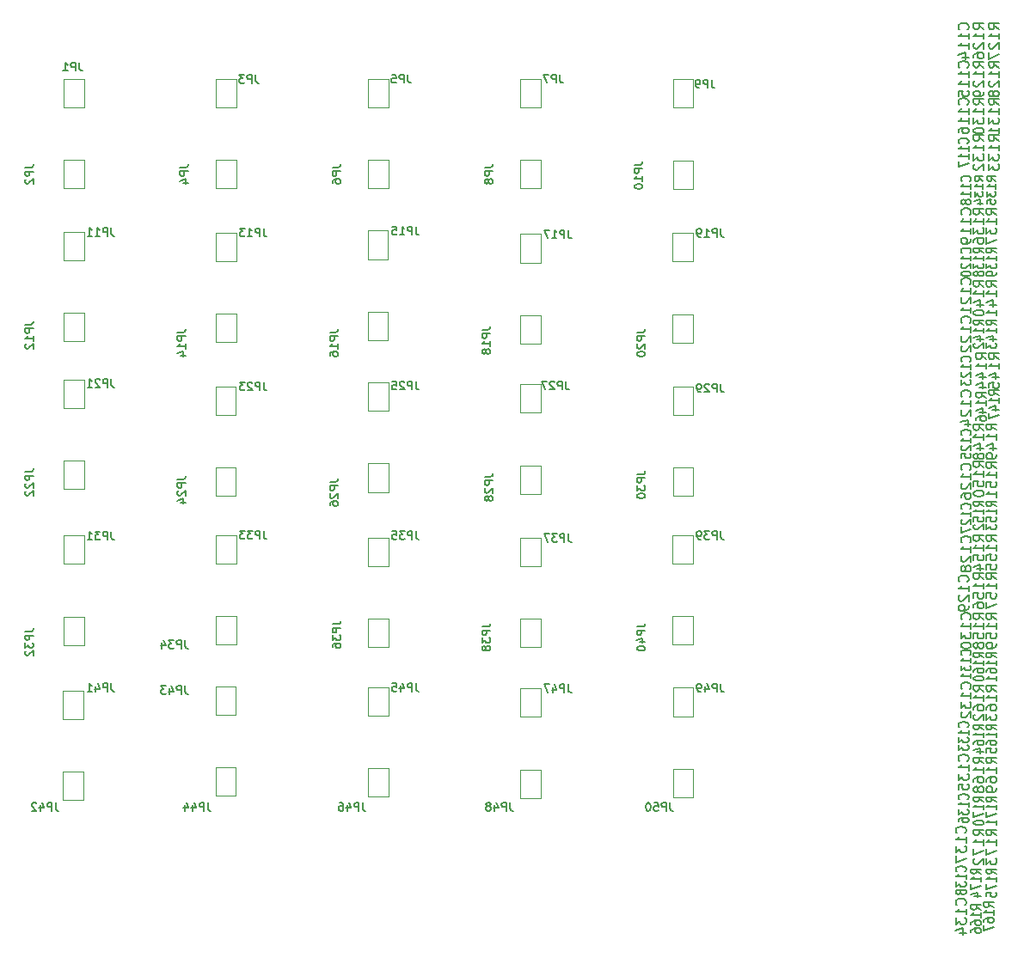
<source format=gbr>
%TF.GenerationSoftware,KiCad,Pcbnew,9.0.4*%
%TF.CreationDate,2025-10-06T13:07:05+13:00*%
%TF.ProjectId,sigProc_esfgrid_cct_IA,73696750-726f-4635-9f65-736667726964,rev?*%
%TF.SameCoordinates,Original*%
%TF.FileFunction,Legend,Bot*%
%TF.FilePolarity,Positive*%
%FSLAX46Y46*%
G04 Gerber Fmt 4.6, Leading zero omitted, Abs format (unit mm)*
G04 Created by KiCad (PCBNEW 9.0.4) date 2025-10-06 13:07:05*
%MOMM*%
%LPD*%
G01*
G04 APERTURE LIST*
%ADD10C,0.150000*%
%ADD11C,0.120000*%
G04 APERTURE END LIST*
D10*
X226212880Y-123217262D02*
X225736689Y-122950595D01*
X226212880Y-122760119D02*
X225212880Y-122760119D01*
X225212880Y-122760119D02*
X225212880Y-123064881D01*
X225212880Y-123064881D02*
X225260499Y-123141071D01*
X225260499Y-123141071D02*
X225308118Y-123179166D01*
X225308118Y-123179166D02*
X225403356Y-123217262D01*
X225403356Y-123217262D02*
X225546213Y-123217262D01*
X225546213Y-123217262D02*
X225641451Y-123179166D01*
X225641451Y-123179166D02*
X225689070Y-123141071D01*
X225689070Y-123141071D02*
X225736689Y-123064881D01*
X225736689Y-123064881D02*
X225736689Y-122760119D01*
X226212880Y-123979166D02*
X226212880Y-123522023D01*
X226212880Y-123750595D02*
X225212880Y-123750595D01*
X225212880Y-123750595D02*
X225355737Y-123674404D01*
X225355737Y-123674404D02*
X225450975Y-123598214D01*
X225450975Y-123598214D02*
X225498594Y-123522023D01*
X225212880Y-124245833D02*
X225212880Y-124779167D01*
X225212880Y-124779167D02*
X226212880Y-124436309D01*
X225212880Y-125236310D02*
X225212880Y-125312500D01*
X225212880Y-125312500D02*
X225260499Y-125388691D01*
X225260499Y-125388691D02*
X225308118Y-125426786D01*
X225308118Y-125426786D02*
X225403356Y-125464881D01*
X225403356Y-125464881D02*
X225593832Y-125502976D01*
X225593832Y-125502976D02*
X225831927Y-125502976D01*
X225831927Y-125502976D02*
X226022403Y-125464881D01*
X226022403Y-125464881D02*
X226117641Y-125426786D01*
X226117641Y-125426786D02*
X226165261Y-125388691D01*
X226165261Y-125388691D02*
X226212880Y-125312500D01*
X226212880Y-125312500D02*
X226212880Y-125236310D01*
X226212880Y-125236310D02*
X226165261Y-125160119D01*
X226165261Y-125160119D02*
X226117641Y-125122024D01*
X226117641Y-125122024D02*
X226022403Y-125083929D01*
X226022403Y-125083929D02*
X225831927Y-125045833D01*
X225831927Y-125045833D02*
X225593832Y-125045833D01*
X225593832Y-125045833D02*
X225403356Y-125083929D01*
X225403356Y-125083929D02*
X225308118Y-125122024D01*
X225308118Y-125122024D02*
X225260499Y-125160119D01*
X225260499Y-125160119D02*
X225212880Y-125236310D01*
X224867641Y-83305952D02*
X224915261Y-83258333D01*
X224915261Y-83258333D02*
X224962880Y-83115476D01*
X224962880Y-83115476D02*
X224962880Y-83020238D01*
X224962880Y-83020238D02*
X224915261Y-82877381D01*
X224915261Y-82877381D02*
X224820022Y-82782143D01*
X224820022Y-82782143D02*
X224724784Y-82734524D01*
X224724784Y-82734524D02*
X224534308Y-82686905D01*
X224534308Y-82686905D02*
X224391451Y-82686905D01*
X224391451Y-82686905D02*
X224200975Y-82734524D01*
X224200975Y-82734524D02*
X224105737Y-82782143D01*
X224105737Y-82782143D02*
X224010499Y-82877381D01*
X224010499Y-82877381D02*
X223962880Y-83020238D01*
X223962880Y-83020238D02*
X223962880Y-83115476D01*
X223962880Y-83115476D02*
X224010499Y-83258333D01*
X224010499Y-83258333D02*
X224058118Y-83305952D01*
X224962880Y-84258333D02*
X224962880Y-83686905D01*
X224962880Y-83972619D02*
X223962880Y-83972619D01*
X223962880Y-83972619D02*
X224105737Y-83877381D01*
X224105737Y-83877381D02*
X224200975Y-83782143D01*
X224200975Y-83782143D02*
X224248594Y-83686905D01*
X224058118Y-84639286D02*
X224010499Y-84686905D01*
X224010499Y-84686905D02*
X223962880Y-84782143D01*
X223962880Y-84782143D02*
X223962880Y-85020238D01*
X223962880Y-85020238D02*
X224010499Y-85115476D01*
X224010499Y-85115476D02*
X224058118Y-85163095D01*
X224058118Y-85163095D02*
X224153356Y-85210714D01*
X224153356Y-85210714D02*
X224248594Y-85210714D01*
X224248594Y-85210714D02*
X224391451Y-85163095D01*
X224391451Y-85163095D02*
X224962880Y-84591667D01*
X224962880Y-84591667D02*
X224962880Y-85210714D01*
X224296213Y-86067857D02*
X224962880Y-86067857D01*
X223915261Y-85829762D02*
X224629546Y-85591667D01*
X224629546Y-85591667D02*
X224629546Y-86210714D01*
X224867641Y-105243452D02*
X224915261Y-105195833D01*
X224915261Y-105195833D02*
X224962880Y-105052976D01*
X224962880Y-105052976D02*
X224962880Y-104957738D01*
X224962880Y-104957738D02*
X224915261Y-104814881D01*
X224915261Y-104814881D02*
X224820022Y-104719643D01*
X224820022Y-104719643D02*
X224724784Y-104672024D01*
X224724784Y-104672024D02*
X224534308Y-104624405D01*
X224534308Y-104624405D02*
X224391451Y-104624405D01*
X224391451Y-104624405D02*
X224200975Y-104672024D01*
X224200975Y-104672024D02*
X224105737Y-104719643D01*
X224105737Y-104719643D02*
X224010499Y-104814881D01*
X224010499Y-104814881D02*
X223962880Y-104957738D01*
X223962880Y-104957738D02*
X223962880Y-105052976D01*
X223962880Y-105052976D02*
X224010499Y-105195833D01*
X224010499Y-105195833D02*
X224058118Y-105243452D01*
X224962880Y-106195833D02*
X224962880Y-105624405D01*
X224962880Y-105910119D02*
X223962880Y-105910119D01*
X223962880Y-105910119D02*
X224105737Y-105814881D01*
X224105737Y-105814881D02*
X224200975Y-105719643D01*
X224200975Y-105719643D02*
X224248594Y-105624405D01*
X223962880Y-106529167D02*
X223962880Y-107148214D01*
X223962880Y-107148214D02*
X224343832Y-106814881D01*
X224343832Y-106814881D02*
X224343832Y-106957738D01*
X224343832Y-106957738D02*
X224391451Y-107052976D01*
X224391451Y-107052976D02*
X224439070Y-107100595D01*
X224439070Y-107100595D02*
X224534308Y-107148214D01*
X224534308Y-107148214D02*
X224772403Y-107148214D01*
X224772403Y-107148214D02*
X224867641Y-107100595D01*
X224867641Y-107100595D02*
X224915261Y-107052976D01*
X224915261Y-107052976D02*
X224962880Y-106957738D01*
X224962880Y-106957738D02*
X224962880Y-106672024D01*
X224962880Y-106672024D02*
X224915261Y-106576786D01*
X224915261Y-106576786D02*
X224867641Y-106529167D01*
X223962880Y-107767262D02*
X223962880Y-107862500D01*
X223962880Y-107862500D02*
X224010499Y-107957738D01*
X224010499Y-107957738D02*
X224058118Y-108005357D01*
X224058118Y-108005357D02*
X224153356Y-108052976D01*
X224153356Y-108052976D02*
X224343832Y-108100595D01*
X224343832Y-108100595D02*
X224581927Y-108100595D01*
X224581927Y-108100595D02*
X224772403Y-108052976D01*
X224772403Y-108052976D02*
X224867641Y-108005357D01*
X224867641Y-108005357D02*
X224915261Y-107957738D01*
X224915261Y-107957738D02*
X224962880Y-107862500D01*
X224962880Y-107862500D02*
X224962880Y-107767262D01*
X224962880Y-107767262D02*
X224915261Y-107672024D01*
X224915261Y-107672024D02*
X224867641Y-107624405D01*
X224867641Y-107624405D02*
X224772403Y-107576786D01*
X224772403Y-107576786D02*
X224581927Y-107529167D01*
X224581927Y-107529167D02*
X224343832Y-107529167D01*
X224343832Y-107529167D02*
X224153356Y-107576786D01*
X224153356Y-107576786D02*
X224058118Y-107624405D01*
X224058118Y-107624405D02*
X224010499Y-107672024D01*
X224010499Y-107672024D02*
X223962880Y-107767262D01*
X227212880Y-133617262D02*
X226736689Y-133350595D01*
X227212880Y-133160119D02*
X226212880Y-133160119D01*
X226212880Y-133160119D02*
X226212880Y-133464881D01*
X226212880Y-133464881D02*
X226260499Y-133541071D01*
X226260499Y-133541071D02*
X226308118Y-133579166D01*
X226308118Y-133579166D02*
X226403356Y-133617262D01*
X226403356Y-133617262D02*
X226546213Y-133617262D01*
X226546213Y-133617262D02*
X226641451Y-133579166D01*
X226641451Y-133579166D02*
X226689070Y-133541071D01*
X226689070Y-133541071D02*
X226736689Y-133464881D01*
X226736689Y-133464881D02*
X226736689Y-133160119D01*
X227212880Y-134379166D02*
X227212880Y-133922023D01*
X227212880Y-134150595D02*
X226212880Y-134150595D01*
X226212880Y-134150595D02*
X226355737Y-134074404D01*
X226355737Y-134074404D02*
X226450975Y-133998214D01*
X226450975Y-133998214D02*
X226498594Y-133922023D01*
X226212880Y-135064881D02*
X226212880Y-134912500D01*
X226212880Y-134912500D02*
X226260499Y-134836309D01*
X226260499Y-134836309D02*
X226308118Y-134798214D01*
X226308118Y-134798214D02*
X226450975Y-134722024D01*
X226450975Y-134722024D02*
X226641451Y-134683928D01*
X226641451Y-134683928D02*
X227022403Y-134683928D01*
X227022403Y-134683928D02*
X227117641Y-134722024D01*
X227117641Y-134722024D02*
X227165261Y-134760119D01*
X227165261Y-134760119D02*
X227212880Y-134836309D01*
X227212880Y-134836309D02*
X227212880Y-134988690D01*
X227212880Y-134988690D02*
X227165261Y-135064881D01*
X227165261Y-135064881D02*
X227117641Y-135102976D01*
X227117641Y-135102976D02*
X227022403Y-135141071D01*
X227022403Y-135141071D02*
X226784308Y-135141071D01*
X226784308Y-135141071D02*
X226689070Y-135102976D01*
X226689070Y-135102976D02*
X226641451Y-135064881D01*
X226641451Y-135064881D02*
X226593832Y-134988690D01*
X226593832Y-134988690D02*
X226593832Y-134836309D01*
X226593832Y-134836309D02*
X226641451Y-134760119D01*
X226641451Y-134760119D02*
X226689070Y-134722024D01*
X226689070Y-134722024D02*
X226784308Y-134683928D01*
X226212880Y-135407738D02*
X226212880Y-135941072D01*
X226212880Y-135941072D02*
X227212880Y-135598214D01*
X224867641Y-87079762D02*
X224915261Y-87041666D01*
X224915261Y-87041666D02*
X224962880Y-86927381D01*
X224962880Y-86927381D02*
X224962880Y-86851190D01*
X224962880Y-86851190D02*
X224915261Y-86736904D01*
X224915261Y-86736904D02*
X224820022Y-86660714D01*
X224820022Y-86660714D02*
X224724784Y-86622619D01*
X224724784Y-86622619D02*
X224534308Y-86584523D01*
X224534308Y-86584523D02*
X224391451Y-86584523D01*
X224391451Y-86584523D02*
X224200975Y-86622619D01*
X224200975Y-86622619D02*
X224105737Y-86660714D01*
X224105737Y-86660714D02*
X224010499Y-86736904D01*
X224010499Y-86736904D02*
X223962880Y-86851190D01*
X223962880Y-86851190D02*
X223962880Y-86927381D01*
X223962880Y-86927381D02*
X224010499Y-87041666D01*
X224010499Y-87041666D02*
X224058118Y-87079762D01*
X224962880Y-87841666D02*
X224962880Y-87384523D01*
X224962880Y-87613095D02*
X223962880Y-87613095D01*
X223962880Y-87613095D02*
X224105737Y-87536904D01*
X224105737Y-87536904D02*
X224200975Y-87460714D01*
X224200975Y-87460714D02*
X224248594Y-87384523D01*
X224058118Y-88146428D02*
X224010499Y-88184524D01*
X224010499Y-88184524D02*
X223962880Y-88260714D01*
X223962880Y-88260714D02*
X223962880Y-88451190D01*
X223962880Y-88451190D02*
X224010499Y-88527381D01*
X224010499Y-88527381D02*
X224058118Y-88565476D01*
X224058118Y-88565476D02*
X224153356Y-88603571D01*
X224153356Y-88603571D02*
X224248594Y-88603571D01*
X224248594Y-88603571D02*
X224391451Y-88565476D01*
X224391451Y-88565476D02*
X224962880Y-88108333D01*
X224962880Y-88108333D02*
X224962880Y-88603571D01*
X223962880Y-89327381D02*
X223962880Y-88946429D01*
X223962880Y-88946429D02*
X224439070Y-88908333D01*
X224439070Y-88908333D02*
X224391451Y-88946429D01*
X224391451Y-88946429D02*
X224343832Y-89022619D01*
X224343832Y-89022619D02*
X224343832Y-89213095D01*
X224343832Y-89213095D02*
X224391451Y-89289286D01*
X224391451Y-89289286D02*
X224439070Y-89327381D01*
X224439070Y-89327381D02*
X224534308Y-89365476D01*
X224534308Y-89365476D02*
X224772403Y-89365476D01*
X224772403Y-89365476D02*
X224867641Y-89327381D01*
X224867641Y-89327381D02*
X224915261Y-89289286D01*
X224915261Y-89289286D02*
X224962880Y-89213095D01*
X224962880Y-89213095D02*
X224962880Y-89022619D01*
X224962880Y-89022619D02*
X224915261Y-88946429D01*
X224915261Y-88946429D02*
X224867641Y-88908333D01*
X226212880Y-72468452D02*
X225736689Y-72135119D01*
X226212880Y-71897024D02*
X225212880Y-71897024D01*
X225212880Y-71897024D02*
X225212880Y-72277976D01*
X225212880Y-72277976D02*
X225260499Y-72373214D01*
X225260499Y-72373214D02*
X225308118Y-72420833D01*
X225308118Y-72420833D02*
X225403356Y-72468452D01*
X225403356Y-72468452D02*
X225546213Y-72468452D01*
X225546213Y-72468452D02*
X225641451Y-72420833D01*
X225641451Y-72420833D02*
X225689070Y-72373214D01*
X225689070Y-72373214D02*
X225736689Y-72277976D01*
X225736689Y-72277976D02*
X225736689Y-71897024D01*
X226212880Y-73420833D02*
X226212880Y-72849405D01*
X226212880Y-73135119D02*
X225212880Y-73135119D01*
X225212880Y-73135119D02*
X225355737Y-73039881D01*
X225355737Y-73039881D02*
X225450975Y-72944643D01*
X225450975Y-72944643D02*
X225498594Y-72849405D01*
X225546213Y-74277976D02*
X226212880Y-74277976D01*
X225165261Y-74039881D02*
X225879546Y-73801786D01*
X225879546Y-73801786D02*
X225879546Y-74420833D01*
X225212880Y-74992262D02*
X225212880Y-75087500D01*
X225212880Y-75087500D02*
X225260499Y-75182738D01*
X225260499Y-75182738D02*
X225308118Y-75230357D01*
X225308118Y-75230357D02*
X225403356Y-75277976D01*
X225403356Y-75277976D02*
X225593832Y-75325595D01*
X225593832Y-75325595D02*
X225831927Y-75325595D01*
X225831927Y-75325595D02*
X226022403Y-75277976D01*
X226022403Y-75277976D02*
X226117641Y-75230357D01*
X226117641Y-75230357D02*
X226165261Y-75182738D01*
X226165261Y-75182738D02*
X226212880Y-75087500D01*
X226212880Y-75087500D02*
X226212880Y-74992262D01*
X226212880Y-74992262D02*
X226165261Y-74897024D01*
X226165261Y-74897024D02*
X226117641Y-74849405D01*
X226117641Y-74849405D02*
X226022403Y-74801786D01*
X226022403Y-74801786D02*
X225831927Y-74754167D01*
X225831927Y-74754167D02*
X225593832Y-74754167D01*
X225593832Y-74754167D02*
X225403356Y-74801786D01*
X225403356Y-74801786D02*
X225308118Y-74849405D01*
X225308118Y-74849405D02*
X225260499Y-74897024D01*
X225260499Y-74897024D02*
X225212880Y-74992262D01*
X224867641Y-108767262D02*
X224915261Y-108729166D01*
X224915261Y-108729166D02*
X224962880Y-108614881D01*
X224962880Y-108614881D02*
X224962880Y-108538690D01*
X224962880Y-108538690D02*
X224915261Y-108424404D01*
X224915261Y-108424404D02*
X224820022Y-108348214D01*
X224820022Y-108348214D02*
X224724784Y-108310119D01*
X224724784Y-108310119D02*
X224534308Y-108272023D01*
X224534308Y-108272023D02*
X224391451Y-108272023D01*
X224391451Y-108272023D02*
X224200975Y-108310119D01*
X224200975Y-108310119D02*
X224105737Y-108348214D01*
X224105737Y-108348214D02*
X224010499Y-108424404D01*
X224010499Y-108424404D02*
X223962880Y-108538690D01*
X223962880Y-108538690D02*
X223962880Y-108614881D01*
X223962880Y-108614881D02*
X224010499Y-108729166D01*
X224010499Y-108729166D02*
X224058118Y-108767262D01*
X224962880Y-109529166D02*
X224962880Y-109072023D01*
X224962880Y-109300595D02*
X223962880Y-109300595D01*
X223962880Y-109300595D02*
X224105737Y-109224404D01*
X224105737Y-109224404D02*
X224200975Y-109148214D01*
X224200975Y-109148214D02*
X224248594Y-109072023D01*
X223962880Y-109795833D02*
X223962880Y-110291071D01*
X223962880Y-110291071D02*
X224343832Y-110024405D01*
X224343832Y-110024405D02*
X224343832Y-110138690D01*
X224343832Y-110138690D02*
X224391451Y-110214881D01*
X224391451Y-110214881D02*
X224439070Y-110252976D01*
X224439070Y-110252976D02*
X224534308Y-110291071D01*
X224534308Y-110291071D02*
X224772403Y-110291071D01*
X224772403Y-110291071D02*
X224867641Y-110252976D01*
X224867641Y-110252976D02*
X224915261Y-110214881D01*
X224915261Y-110214881D02*
X224962880Y-110138690D01*
X224962880Y-110138690D02*
X224962880Y-109910119D01*
X224962880Y-109910119D02*
X224915261Y-109833928D01*
X224915261Y-109833928D02*
X224867641Y-109795833D01*
X224962880Y-111052976D02*
X224962880Y-110595833D01*
X224962880Y-110824405D02*
X223962880Y-110824405D01*
X223962880Y-110824405D02*
X224105737Y-110748214D01*
X224105737Y-110748214D02*
X224200975Y-110672024D01*
X224200975Y-110672024D02*
X224248594Y-110595833D01*
X226212880Y-97543452D02*
X225736689Y-97210119D01*
X226212880Y-96972024D02*
X225212880Y-96972024D01*
X225212880Y-96972024D02*
X225212880Y-97352976D01*
X225212880Y-97352976D02*
X225260499Y-97448214D01*
X225260499Y-97448214D02*
X225308118Y-97495833D01*
X225308118Y-97495833D02*
X225403356Y-97543452D01*
X225403356Y-97543452D02*
X225546213Y-97543452D01*
X225546213Y-97543452D02*
X225641451Y-97495833D01*
X225641451Y-97495833D02*
X225689070Y-97448214D01*
X225689070Y-97448214D02*
X225736689Y-97352976D01*
X225736689Y-97352976D02*
X225736689Y-96972024D01*
X226212880Y-98495833D02*
X226212880Y-97924405D01*
X226212880Y-98210119D02*
X225212880Y-98210119D01*
X225212880Y-98210119D02*
X225355737Y-98114881D01*
X225355737Y-98114881D02*
X225450975Y-98019643D01*
X225450975Y-98019643D02*
X225498594Y-97924405D01*
X225212880Y-99400595D02*
X225212880Y-98924405D01*
X225212880Y-98924405D02*
X225689070Y-98876786D01*
X225689070Y-98876786D02*
X225641451Y-98924405D01*
X225641451Y-98924405D02*
X225593832Y-99019643D01*
X225593832Y-99019643D02*
X225593832Y-99257738D01*
X225593832Y-99257738D02*
X225641451Y-99352976D01*
X225641451Y-99352976D02*
X225689070Y-99400595D01*
X225689070Y-99400595D02*
X225784308Y-99448214D01*
X225784308Y-99448214D02*
X226022403Y-99448214D01*
X226022403Y-99448214D02*
X226117641Y-99400595D01*
X226117641Y-99400595D02*
X226165261Y-99352976D01*
X226165261Y-99352976D02*
X226212880Y-99257738D01*
X226212880Y-99257738D02*
X226212880Y-99019643D01*
X226212880Y-99019643D02*
X226165261Y-98924405D01*
X226165261Y-98924405D02*
X226117641Y-98876786D01*
X225546213Y-100305357D02*
X226212880Y-100305357D01*
X225165261Y-100067262D02*
X225879546Y-99829167D01*
X225879546Y-99829167D02*
X225879546Y-100448214D01*
X227454819Y-86593452D02*
X226978628Y-86260119D01*
X227454819Y-86022024D02*
X226454819Y-86022024D01*
X226454819Y-86022024D02*
X226454819Y-86402976D01*
X226454819Y-86402976D02*
X226502438Y-86498214D01*
X226502438Y-86498214D02*
X226550057Y-86545833D01*
X226550057Y-86545833D02*
X226645295Y-86593452D01*
X226645295Y-86593452D02*
X226788152Y-86593452D01*
X226788152Y-86593452D02*
X226883390Y-86545833D01*
X226883390Y-86545833D02*
X226931009Y-86498214D01*
X226931009Y-86498214D02*
X226978628Y-86402976D01*
X226978628Y-86402976D02*
X226978628Y-86022024D01*
X227454819Y-87545833D02*
X227454819Y-86974405D01*
X227454819Y-87260119D02*
X226454819Y-87260119D01*
X226454819Y-87260119D02*
X226597676Y-87164881D01*
X226597676Y-87164881D02*
X226692914Y-87069643D01*
X226692914Y-87069643D02*
X226740533Y-86974405D01*
X226788152Y-88402976D02*
X227454819Y-88402976D01*
X226407200Y-88164881D02*
X227121485Y-87926786D01*
X227121485Y-87926786D02*
X227121485Y-88545833D01*
X227454819Y-88974405D02*
X227454819Y-89164881D01*
X227454819Y-89164881D02*
X227407200Y-89260119D01*
X227407200Y-89260119D02*
X227359580Y-89307738D01*
X227359580Y-89307738D02*
X227216723Y-89402976D01*
X227216723Y-89402976D02*
X227026247Y-89450595D01*
X227026247Y-89450595D02*
X226645295Y-89450595D01*
X226645295Y-89450595D02*
X226550057Y-89402976D01*
X226550057Y-89402976D02*
X226502438Y-89355357D01*
X226502438Y-89355357D02*
X226454819Y-89260119D01*
X226454819Y-89260119D02*
X226454819Y-89069643D01*
X226454819Y-89069643D02*
X226502438Y-88974405D01*
X226502438Y-88974405D02*
X226550057Y-88926786D01*
X226550057Y-88926786D02*
X226645295Y-88879167D01*
X226645295Y-88879167D02*
X226883390Y-88879167D01*
X226883390Y-88879167D02*
X226978628Y-88926786D01*
X226978628Y-88926786D02*
X227026247Y-88974405D01*
X227026247Y-88974405D02*
X227073866Y-89069643D01*
X227073866Y-89069643D02*
X227073866Y-89260119D01*
X227073866Y-89260119D02*
X227026247Y-89355357D01*
X227026247Y-89355357D02*
X226978628Y-89402976D01*
X226978628Y-89402976D02*
X226883390Y-89450595D01*
X227462880Y-105243452D02*
X226986689Y-104910119D01*
X227462880Y-104672024D02*
X226462880Y-104672024D01*
X226462880Y-104672024D02*
X226462880Y-105052976D01*
X226462880Y-105052976D02*
X226510499Y-105148214D01*
X226510499Y-105148214D02*
X226558118Y-105195833D01*
X226558118Y-105195833D02*
X226653356Y-105243452D01*
X226653356Y-105243452D02*
X226796213Y-105243452D01*
X226796213Y-105243452D02*
X226891451Y-105195833D01*
X226891451Y-105195833D02*
X226939070Y-105148214D01*
X226939070Y-105148214D02*
X226986689Y-105052976D01*
X226986689Y-105052976D02*
X226986689Y-104672024D01*
X227462880Y-106195833D02*
X227462880Y-105624405D01*
X227462880Y-105910119D02*
X226462880Y-105910119D01*
X226462880Y-105910119D02*
X226605737Y-105814881D01*
X226605737Y-105814881D02*
X226700975Y-105719643D01*
X226700975Y-105719643D02*
X226748594Y-105624405D01*
X226462880Y-107100595D02*
X226462880Y-106624405D01*
X226462880Y-106624405D02*
X226939070Y-106576786D01*
X226939070Y-106576786D02*
X226891451Y-106624405D01*
X226891451Y-106624405D02*
X226843832Y-106719643D01*
X226843832Y-106719643D02*
X226843832Y-106957738D01*
X226843832Y-106957738D02*
X226891451Y-107052976D01*
X226891451Y-107052976D02*
X226939070Y-107100595D01*
X226939070Y-107100595D02*
X227034308Y-107148214D01*
X227034308Y-107148214D02*
X227272403Y-107148214D01*
X227272403Y-107148214D02*
X227367641Y-107100595D01*
X227367641Y-107100595D02*
X227415261Y-107052976D01*
X227415261Y-107052976D02*
X227462880Y-106957738D01*
X227462880Y-106957738D02*
X227462880Y-106719643D01*
X227462880Y-106719643D02*
X227415261Y-106624405D01*
X227415261Y-106624405D02*
X227367641Y-106576786D01*
X227462880Y-107624405D02*
X227462880Y-107814881D01*
X227462880Y-107814881D02*
X227415261Y-107910119D01*
X227415261Y-107910119D02*
X227367641Y-107957738D01*
X227367641Y-107957738D02*
X227224784Y-108052976D01*
X227224784Y-108052976D02*
X227034308Y-108100595D01*
X227034308Y-108100595D02*
X226653356Y-108100595D01*
X226653356Y-108100595D02*
X226558118Y-108052976D01*
X226558118Y-108052976D02*
X226510499Y-108005357D01*
X226510499Y-108005357D02*
X226462880Y-107910119D01*
X226462880Y-107910119D02*
X226462880Y-107719643D01*
X226462880Y-107719643D02*
X226510499Y-107624405D01*
X226510499Y-107624405D02*
X226558118Y-107576786D01*
X226558118Y-107576786D02*
X226653356Y-107529167D01*
X226653356Y-107529167D02*
X226891451Y-107529167D01*
X226891451Y-107529167D02*
X226986689Y-107576786D01*
X226986689Y-107576786D02*
X227034308Y-107624405D01*
X227034308Y-107624405D02*
X227081927Y-107719643D01*
X227081927Y-107719643D02*
X227081927Y-107910119D01*
X227081927Y-107910119D02*
X227034308Y-108005357D01*
X227034308Y-108005357D02*
X226986689Y-108052976D01*
X226986689Y-108052976D02*
X226891451Y-108100595D01*
X224617641Y-54518452D02*
X224665261Y-54470833D01*
X224665261Y-54470833D02*
X224712880Y-54327976D01*
X224712880Y-54327976D02*
X224712880Y-54232738D01*
X224712880Y-54232738D02*
X224665261Y-54089881D01*
X224665261Y-54089881D02*
X224570022Y-53994643D01*
X224570022Y-53994643D02*
X224474784Y-53947024D01*
X224474784Y-53947024D02*
X224284308Y-53899405D01*
X224284308Y-53899405D02*
X224141451Y-53899405D01*
X224141451Y-53899405D02*
X223950975Y-53947024D01*
X223950975Y-53947024D02*
X223855737Y-53994643D01*
X223855737Y-53994643D02*
X223760499Y-54089881D01*
X223760499Y-54089881D02*
X223712880Y-54232738D01*
X223712880Y-54232738D02*
X223712880Y-54327976D01*
X223712880Y-54327976D02*
X223760499Y-54470833D01*
X223760499Y-54470833D02*
X223808118Y-54518452D01*
X224712880Y-55470833D02*
X224712880Y-54899405D01*
X224712880Y-55185119D02*
X223712880Y-55185119D01*
X223712880Y-55185119D02*
X223855737Y-55089881D01*
X223855737Y-55089881D02*
X223950975Y-54994643D01*
X223950975Y-54994643D02*
X223998594Y-54899405D01*
X224712880Y-56423214D02*
X224712880Y-55851786D01*
X224712880Y-56137500D02*
X223712880Y-56137500D01*
X223712880Y-56137500D02*
X223855737Y-56042262D01*
X223855737Y-56042262D02*
X223950975Y-55947024D01*
X223950975Y-55947024D02*
X223998594Y-55851786D01*
X223712880Y-57280357D02*
X223712880Y-57089881D01*
X223712880Y-57089881D02*
X223760499Y-56994643D01*
X223760499Y-56994643D02*
X223808118Y-56947024D01*
X223808118Y-56947024D02*
X223950975Y-56851786D01*
X223950975Y-56851786D02*
X224141451Y-56804167D01*
X224141451Y-56804167D02*
X224522403Y-56804167D01*
X224522403Y-56804167D02*
X224617641Y-56851786D01*
X224617641Y-56851786D02*
X224665261Y-56899405D01*
X224665261Y-56899405D02*
X224712880Y-56994643D01*
X224712880Y-56994643D02*
X224712880Y-57185119D01*
X224712880Y-57185119D02*
X224665261Y-57280357D01*
X224665261Y-57280357D02*
X224617641Y-57327976D01*
X224617641Y-57327976D02*
X224522403Y-57375595D01*
X224522403Y-57375595D02*
X224284308Y-57375595D01*
X224284308Y-57375595D02*
X224189070Y-57327976D01*
X224189070Y-57327976D02*
X224141451Y-57280357D01*
X224141451Y-57280357D02*
X224093832Y-57185119D01*
X224093832Y-57185119D02*
X224093832Y-56994643D01*
X224093832Y-56994643D02*
X224141451Y-56899405D01*
X224141451Y-56899405D02*
X224189070Y-56851786D01*
X224189070Y-56851786D02*
X224284308Y-56804167D01*
X224617641Y-122967262D02*
X224665261Y-122929166D01*
X224665261Y-122929166D02*
X224712880Y-122814881D01*
X224712880Y-122814881D02*
X224712880Y-122738690D01*
X224712880Y-122738690D02*
X224665261Y-122624404D01*
X224665261Y-122624404D02*
X224570022Y-122548214D01*
X224570022Y-122548214D02*
X224474784Y-122510119D01*
X224474784Y-122510119D02*
X224284308Y-122472023D01*
X224284308Y-122472023D02*
X224141451Y-122472023D01*
X224141451Y-122472023D02*
X223950975Y-122510119D01*
X223950975Y-122510119D02*
X223855737Y-122548214D01*
X223855737Y-122548214D02*
X223760499Y-122624404D01*
X223760499Y-122624404D02*
X223712880Y-122738690D01*
X223712880Y-122738690D02*
X223712880Y-122814881D01*
X223712880Y-122814881D02*
X223760499Y-122929166D01*
X223760499Y-122929166D02*
X223808118Y-122967262D01*
X224712880Y-123729166D02*
X224712880Y-123272023D01*
X224712880Y-123500595D02*
X223712880Y-123500595D01*
X223712880Y-123500595D02*
X223855737Y-123424404D01*
X223855737Y-123424404D02*
X223950975Y-123348214D01*
X223950975Y-123348214D02*
X223998594Y-123272023D01*
X223712880Y-123995833D02*
X223712880Y-124491071D01*
X223712880Y-124491071D02*
X224093832Y-124224405D01*
X224093832Y-124224405D02*
X224093832Y-124338690D01*
X224093832Y-124338690D02*
X224141451Y-124414881D01*
X224141451Y-124414881D02*
X224189070Y-124452976D01*
X224189070Y-124452976D02*
X224284308Y-124491071D01*
X224284308Y-124491071D02*
X224522403Y-124491071D01*
X224522403Y-124491071D02*
X224617641Y-124452976D01*
X224617641Y-124452976D02*
X224665261Y-124414881D01*
X224665261Y-124414881D02*
X224712880Y-124338690D01*
X224712880Y-124338690D02*
X224712880Y-124110119D01*
X224712880Y-124110119D02*
X224665261Y-124033928D01*
X224665261Y-124033928D02*
X224617641Y-123995833D01*
X223712880Y-125176786D02*
X223712880Y-125024405D01*
X223712880Y-125024405D02*
X223760499Y-124948214D01*
X223760499Y-124948214D02*
X223808118Y-124910119D01*
X223808118Y-124910119D02*
X223950975Y-124833929D01*
X223950975Y-124833929D02*
X224141451Y-124795833D01*
X224141451Y-124795833D02*
X224522403Y-124795833D01*
X224522403Y-124795833D02*
X224617641Y-124833929D01*
X224617641Y-124833929D02*
X224665261Y-124872024D01*
X224665261Y-124872024D02*
X224712880Y-124948214D01*
X224712880Y-124948214D02*
X224712880Y-125100595D01*
X224712880Y-125100595D02*
X224665261Y-125176786D01*
X224665261Y-125176786D02*
X224617641Y-125214881D01*
X224617641Y-125214881D02*
X224522403Y-125252976D01*
X224522403Y-125252976D02*
X224284308Y-125252976D01*
X224284308Y-125252976D02*
X224189070Y-125214881D01*
X224189070Y-125214881D02*
X224141451Y-125176786D01*
X224141451Y-125176786D02*
X224093832Y-125100595D01*
X224093832Y-125100595D02*
X224093832Y-124948214D01*
X224093832Y-124948214D02*
X224141451Y-124872024D01*
X224141451Y-124872024D02*
X224189070Y-124833929D01*
X224189070Y-124833929D02*
X224284308Y-124795833D01*
X224367641Y-126293452D02*
X224415261Y-126245833D01*
X224415261Y-126245833D02*
X224462880Y-126102976D01*
X224462880Y-126102976D02*
X224462880Y-126007738D01*
X224462880Y-126007738D02*
X224415261Y-125864881D01*
X224415261Y-125864881D02*
X224320022Y-125769643D01*
X224320022Y-125769643D02*
X224224784Y-125722024D01*
X224224784Y-125722024D02*
X224034308Y-125674405D01*
X224034308Y-125674405D02*
X223891451Y-125674405D01*
X223891451Y-125674405D02*
X223700975Y-125722024D01*
X223700975Y-125722024D02*
X223605737Y-125769643D01*
X223605737Y-125769643D02*
X223510499Y-125864881D01*
X223510499Y-125864881D02*
X223462880Y-126007738D01*
X223462880Y-126007738D02*
X223462880Y-126102976D01*
X223462880Y-126102976D02*
X223510499Y-126245833D01*
X223510499Y-126245833D02*
X223558118Y-126293452D01*
X224462880Y-127245833D02*
X224462880Y-126674405D01*
X224462880Y-126960119D02*
X223462880Y-126960119D01*
X223462880Y-126960119D02*
X223605737Y-126864881D01*
X223605737Y-126864881D02*
X223700975Y-126769643D01*
X223700975Y-126769643D02*
X223748594Y-126674405D01*
X223462880Y-127579167D02*
X223462880Y-128198214D01*
X223462880Y-128198214D02*
X223843832Y-127864881D01*
X223843832Y-127864881D02*
X223843832Y-128007738D01*
X223843832Y-128007738D02*
X223891451Y-128102976D01*
X223891451Y-128102976D02*
X223939070Y-128150595D01*
X223939070Y-128150595D02*
X224034308Y-128198214D01*
X224034308Y-128198214D02*
X224272403Y-128198214D01*
X224272403Y-128198214D02*
X224367641Y-128150595D01*
X224367641Y-128150595D02*
X224415261Y-128102976D01*
X224415261Y-128102976D02*
X224462880Y-128007738D01*
X224462880Y-128007738D02*
X224462880Y-127722024D01*
X224462880Y-127722024D02*
X224415261Y-127626786D01*
X224415261Y-127626786D02*
X224367641Y-127579167D01*
X223462880Y-128531548D02*
X223462880Y-129198214D01*
X223462880Y-129198214D02*
X224462880Y-128769643D01*
X226462880Y-79618452D02*
X225986689Y-79285119D01*
X226462880Y-79047024D02*
X225462880Y-79047024D01*
X225462880Y-79047024D02*
X225462880Y-79427976D01*
X225462880Y-79427976D02*
X225510499Y-79523214D01*
X225510499Y-79523214D02*
X225558118Y-79570833D01*
X225558118Y-79570833D02*
X225653356Y-79618452D01*
X225653356Y-79618452D02*
X225796213Y-79618452D01*
X225796213Y-79618452D02*
X225891451Y-79570833D01*
X225891451Y-79570833D02*
X225939070Y-79523214D01*
X225939070Y-79523214D02*
X225986689Y-79427976D01*
X225986689Y-79427976D02*
X225986689Y-79047024D01*
X226462880Y-80570833D02*
X226462880Y-79999405D01*
X226462880Y-80285119D02*
X225462880Y-80285119D01*
X225462880Y-80285119D02*
X225605737Y-80189881D01*
X225605737Y-80189881D02*
X225700975Y-80094643D01*
X225700975Y-80094643D02*
X225748594Y-79999405D01*
X225796213Y-81427976D02*
X226462880Y-81427976D01*
X225415261Y-81189881D02*
X226129546Y-80951786D01*
X226129546Y-80951786D02*
X226129546Y-81570833D01*
X225796213Y-82380357D02*
X226462880Y-82380357D01*
X225415261Y-82142262D02*
X226129546Y-81904167D01*
X226129546Y-81904167D02*
X226129546Y-82523214D01*
X226212880Y-101293452D02*
X225736689Y-100960119D01*
X226212880Y-100722024D02*
X225212880Y-100722024D01*
X225212880Y-100722024D02*
X225212880Y-101102976D01*
X225212880Y-101102976D02*
X225260499Y-101198214D01*
X225260499Y-101198214D02*
X225308118Y-101245833D01*
X225308118Y-101245833D02*
X225403356Y-101293452D01*
X225403356Y-101293452D02*
X225546213Y-101293452D01*
X225546213Y-101293452D02*
X225641451Y-101245833D01*
X225641451Y-101245833D02*
X225689070Y-101198214D01*
X225689070Y-101198214D02*
X225736689Y-101102976D01*
X225736689Y-101102976D02*
X225736689Y-100722024D01*
X226212880Y-102245833D02*
X226212880Y-101674405D01*
X226212880Y-101960119D02*
X225212880Y-101960119D01*
X225212880Y-101960119D02*
X225355737Y-101864881D01*
X225355737Y-101864881D02*
X225450975Y-101769643D01*
X225450975Y-101769643D02*
X225498594Y-101674405D01*
X225212880Y-103150595D02*
X225212880Y-102674405D01*
X225212880Y-102674405D02*
X225689070Y-102626786D01*
X225689070Y-102626786D02*
X225641451Y-102674405D01*
X225641451Y-102674405D02*
X225593832Y-102769643D01*
X225593832Y-102769643D02*
X225593832Y-103007738D01*
X225593832Y-103007738D02*
X225641451Y-103102976D01*
X225641451Y-103102976D02*
X225689070Y-103150595D01*
X225689070Y-103150595D02*
X225784308Y-103198214D01*
X225784308Y-103198214D02*
X226022403Y-103198214D01*
X226022403Y-103198214D02*
X226117641Y-103150595D01*
X226117641Y-103150595D02*
X226165261Y-103102976D01*
X226165261Y-103102976D02*
X226212880Y-103007738D01*
X226212880Y-103007738D02*
X226212880Y-102769643D01*
X226212880Y-102769643D02*
X226165261Y-102674405D01*
X226165261Y-102674405D02*
X226117641Y-102626786D01*
X225212880Y-104055357D02*
X225212880Y-103864881D01*
X225212880Y-103864881D02*
X225260499Y-103769643D01*
X225260499Y-103769643D02*
X225308118Y-103722024D01*
X225308118Y-103722024D02*
X225450975Y-103626786D01*
X225450975Y-103626786D02*
X225641451Y-103579167D01*
X225641451Y-103579167D02*
X226022403Y-103579167D01*
X226022403Y-103579167D02*
X226117641Y-103626786D01*
X226117641Y-103626786D02*
X226165261Y-103674405D01*
X226165261Y-103674405D02*
X226212880Y-103769643D01*
X226212880Y-103769643D02*
X226212880Y-103960119D01*
X226212880Y-103960119D02*
X226165261Y-104055357D01*
X226165261Y-104055357D02*
X226117641Y-104102976D01*
X226117641Y-104102976D02*
X226022403Y-104150595D01*
X226022403Y-104150595D02*
X225784308Y-104150595D01*
X225784308Y-104150595D02*
X225689070Y-104102976D01*
X225689070Y-104102976D02*
X225641451Y-104055357D01*
X225641451Y-104055357D02*
X225593832Y-103960119D01*
X225593832Y-103960119D02*
X225593832Y-103769643D01*
X225593832Y-103769643D02*
X225641451Y-103674405D01*
X225641451Y-103674405D02*
X225689070Y-103626786D01*
X225689070Y-103626786D02*
X225784308Y-103579167D01*
X227712880Y-79618452D02*
X227236689Y-79285119D01*
X227712880Y-79047024D02*
X226712880Y-79047024D01*
X226712880Y-79047024D02*
X226712880Y-79427976D01*
X226712880Y-79427976D02*
X226760499Y-79523214D01*
X226760499Y-79523214D02*
X226808118Y-79570833D01*
X226808118Y-79570833D02*
X226903356Y-79618452D01*
X226903356Y-79618452D02*
X227046213Y-79618452D01*
X227046213Y-79618452D02*
X227141451Y-79570833D01*
X227141451Y-79570833D02*
X227189070Y-79523214D01*
X227189070Y-79523214D02*
X227236689Y-79427976D01*
X227236689Y-79427976D02*
X227236689Y-79047024D01*
X227712880Y-80570833D02*
X227712880Y-79999405D01*
X227712880Y-80285119D02*
X226712880Y-80285119D01*
X226712880Y-80285119D02*
X226855737Y-80189881D01*
X226855737Y-80189881D02*
X226950975Y-80094643D01*
X226950975Y-80094643D02*
X226998594Y-79999405D01*
X227046213Y-81427976D02*
X227712880Y-81427976D01*
X226665261Y-81189881D02*
X227379546Y-80951786D01*
X227379546Y-80951786D02*
X227379546Y-81570833D01*
X226712880Y-82427976D02*
X226712880Y-81951786D01*
X226712880Y-81951786D02*
X227189070Y-81904167D01*
X227189070Y-81904167D02*
X227141451Y-81951786D01*
X227141451Y-81951786D02*
X227093832Y-82047024D01*
X227093832Y-82047024D02*
X227093832Y-82285119D01*
X227093832Y-82285119D02*
X227141451Y-82380357D01*
X227141451Y-82380357D02*
X227189070Y-82427976D01*
X227189070Y-82427976D02*
X227284308Y-82475595D01*
X227284308Y-82475595D02*
X227522403Y-82475595D01*
X227522403Y-82475595D02*
X227617641Y-82427976D01*
X227617641Y-82427976D02*
X227665261Y-82380357D01*
X227665261Y-82380357D02*
X227712880Y-82285119D01*
X227712880Y-82285119D02*
X227712880Y-82047024D01*
X227712880Y-82047024D02*
X227665261Y-81951786D01*
X227665261Y-81951786D02*
X227617641Y-81904167D01*
X226212880Y-90268452D02*
X225736689Y-89935119D01*
X226212880Y-89697024D02*
X225212880Y-89697024D01*
X225212880Y-89697024D02*
X225212880Y-90077976D01*
X225212880Y-90077976D02*
X225260499Y-90173214D01*
X225260499Y-90173214D02*
X225308118Y-90220833D01*
X225308118Y-90220833D02*
X225403356Y-90268452D01*
X225403356Y-90268452D02*
X225546213Y-90268452D01*
X225546213Y-90268452D02*
X225641451Y-90220833D01*
X225641451Y-90220833D02*
X225689070Y-90173214D01*
X225689070Y-90173214D02*
X225736689Y-90077976D01*
X225736689Y-90077976D02*
X225736689Y-89697024D01*
X226212880Y-91220833D02*
X226212880Y-90649405D01*
X226212880Y-90935119D02*
X225212880Y-90935119D01*
X225212880Y-90935119D02*
X225355737Y-90839881D01*
X225355737Y-90839881D02*
X225450975Y-90744643D01*
X225450975Y-90744643D02*
X225498594Y-90649405D01*
X225212880Y-92125595D02*
X225212880Y-91649405D01*
X225212880Y-91649405D02*
X225689070Y-91601786D01*
X225689070Y-91601786D02*
X225641451Y-91649405D01*
X225641451Y-91649405D02*
X225593832Y-91744643D01*
X225593832Y-91744643D02*
X225593832Y-91982738D01*
X225593832Y-91982738D02*
X225641451Y-92077976D01*
X225641451Y-92077976D02*
X225689070Y-92125595D01*
X225689070Y-92125595D02*
X225784308Y-92173214D01*
X225784308Y-92173214D02*
X226022403Y-92173214D01*
X226022403Y-92173214D02*
X226117641Y-92125595D01*
X226117641Y-92125595D02*
X226165261Y-92077976D01*
X226165261Y-92077976D02*
X226212880Y-91982738D01*
X226212880Y-91982738D02*
X226212880Y-91744643D01*
X226212880Y-91744643D02*
X226165261Y-91649405D01*
X226165261Y-91649405D02*
X226117641Y-91601786D01*
X225212880Y-92792262D02*
X225212880Y-92887500D01*
X225212880Y-92887500D02*
X225260499Y-92982738D01*
X225260499Y-92982738D02*
X225308118Y-93030357D01*
X225308118Y-93030357D02*
X225403356Y-93077976D01*
X225403356Y-93077976D02*
X225593832Y-93125595D01*
X225593832Y-93125595D02*
X225831927Y-93125595D01*
X225831927Y-93125595D02*
X226022403Y-93077976D01*
X226022403Y-93077976D02*
X226117641Y-93030357D01*
X226117641Y-93030357D02*
X226165261Y-92982738D01*
X226165261Y-92982738D02*
X226212880Y-92887500D01*
X226212880Y-92887500D02*
X226212880Y-92792262D01*
X226212880Y-92792262D02*
X226165261Y-92697024D01*
X226165261Y-92697024D02*
X226117641Y-92649405D01*
X226117641Y-92649405D02*
X226022403Y-92601786D01*
X226022403Y-92601786D02*
X225831927Y-92554167D01*
X225831927Y-92554167D02*
X225593832Y-92554167D01*
X225593832Y-92554167D02*
X225403356Y-92601786D01*
X225403356Y-92601786D02*
X225308118Y-92649405D01*
X225308118Y-92649405D02*
X225260499Y-92697024D01*
X225260499Y-92697024D02*
X225212880Y-92792262D01*
X224867641Y-94354762D02*
X224915261Y-94316666D01*
X224915261Y-94316666D02*
X224962880Y-94202381D01*
X224962880Y-94202381D02*
X224962880Y-94126190D01*
X224962880Y-94126190D02*
X224915261Y-94011904D01*
X224915261Y-94011904D02*
X224820022Y-93935714D01*
X224820022Y-93935714D02*
X224724784Y-93897619D01*
X224724784Y-93897619D02*
X224534308Y-93859523D01*
X224534308Y-93859523D02*
X224391451Y-93859523D01*
X224391451Y-93859523D02*
X224200975Y-93897619D01*
X224200975Y-93897619D02*
X224105737Y-93935714D01*
X224105737Y-93935714D02*
X224010499Y-94011904D01*
X224010499Y-94011904D02*
X223962880Y-94126190D01*
X223962880Y-94126190D02*
X223962880Y-94202381D01*
X223962880Y-94202381D02*
X224010499Y-94316666D01*
X224010499Y-94316666D02*
X224058118Y-94354762D01*
X224962880Y-95116666D02*
X224962880Y-94659523D01*
X224962880Y-94888095D02*
X223962880Y-94888095D01*
X223962880Y-94888095D02*
X224105737Y-94811904D01*
X224105737Y-94811904D02*
X224200975Y-94735714D01*
X224200975Y-94735714D02*
X224248594Y-94659523D01*
X224058118Y-95421428D02*
X224010499Y-95459524D01*
X224010499Y-95459524D02*
X223962880Y-95535714D01*
X223962880Y-95535714D02*
X223962880Y-95726190D01*
X223962880Y-95726190D02*
X224010499Y-95802381D01*
X224010499Y-95802381D02*
X224058118Y-95840476D01*
X224058118Y-95840476D02*
X224153356Y-95878571D01*
X224153356Y-95878571D02*
X224248594Y-95878571D01*
X224248594Y-95878571D02*
X224391451Y-95840476D01*
X224391451Y-95840476D02*
X224962880Y-95383333D01*
X224962880Y-95383333D02*
X224962880Y-95878571D01*
X223962880Y-96145238D02*
X223962880Y-96678572D01*
X223962880Y-96678572D02*
X224962880Y-96335714D01*
X226212880Y-112343452D02*
X225736689Y-112010119D01*
X226212880Y-111772024D02*
X225212880Y-111772024D01*
X225212880Y-111772024D02*
X225212880Y-112152976D01*
X225212880Y-112152976D02*
X225260499Y-112248214D01*
X225260499Y-112248214D02*
X225308118Y-112295833D01*
X225308118Y-112295833D02*
X225403356Y-112343452D01*
X225403356Y-112343452D02*
X225546213Y-112343452D01*
X225546213Y-112343452D02*
X225641451Y-112295833D01*
X225641451Y-112295833D02*
X225689070Y-112248214D01*
X225689070Y-112248214D02*
X225736689Y-112152976D01*
X225736689Y-112152976D02*
X225736689Y-111772024D01*
X226212880Y-113295833D02*
X226212880Y-112724405D01*
X226212880Y-113010119D02*
X225212880Y-113010119D01*
X225212880Y-113010119D02*
X225355737Y-112914881D01*
X225355737Y-112914881D02*
X225450975Y-112819643D01*
X225450975Y-112819643D02*
X225498594Y-112724405D01*
X225212880Y-114152976D02*
X225212880Y-113962500D01*
X225212880Y-113962500D02*
X225260499Y-113867262D01*
X225260499Y-113867262D02*
X225308118Y-113819643D01*
X225308118Y-113819643D02*
X225450975Y-113724405D01*
X225450975Y-113724405D02*
X225641451Y-113676786D01*
X225641451Y-113676786D02*
X226022403Y-113676786D01*
X226022403Y-113676786D02*
X226117641Y-113724405D01*
X226117641Y-113724405D02*
X226165261Y-113772024D01*
X226165261Y-113772024D02*
X226212880Y-113867262D01*
X226212880Y-113867262D02*
X226212880Y-114057738D01*
X226212880Y-114057738D02*
X226165261Y-114152976D01*
X226165261Y-114152976D02*
X226117641Y-114200595D01*
X226117641Y-114200595D02*
X226022403Y-114248214D01*
X226022403Y-114248214D02*
X225784308Y-114248214D01*
X225784308Y-114248214D02*
X225689070Y-114200595D01*
X225689070Y-114200595D02*
X225641451Y-114152976D01*
X225641451Y-114152976D02*
X225593832Y-114057738D01*
X225593832Y-114057738D02*
X225593832Y-113867262D01*
X225593832Y-113867262D02*
X225641451Y-113772024D01*
X225641451Y-113772024D02*
X225689070Y-113724405D01*
X225689070Y-113724405D02*
X225784308Y-113676786D01*
X225308118Y-114629167D02*
X225260499Y-114676786D01*
X225260499Y-114676786D02*
X225212880Y-114772024D01*
X225212880Y-114772024D02*
X225212880Y-115010119D01*
X225212880Y-115010119D02*
X225260499Y-115105357D01*
X225260499Y-115105357D02*
X225308118Y-115152976D01*
X225308118Y-115152976D02*
X225403356Y-115200595D01*
X225403356Y-115200595D02*
X225498594Y-115200595D01*
X225498594Y-115200595D02*
X225641451Y-115152976D01*
X225641451Y-115152976D02*
X226212880Y-114581548D01*
X226212880Y-114581548D02*
X226212880Y-115200595D01*
X224867641Y-112093452D02*
X224915261Y-112045833D01*
X224915261Y-112045833D02*
X224962880Y-111902976D01*
X224962880Y-111902976D02*
X224962880Y-111807738D01*
X224962880Y-111807738D02*
X224915261Y-111664881D01*
X224915261Y-111664881D02*
X224820022Y-111569643D01*
X224820022Y-111569643D02*
X224724784Y-111522024D01*
X224724784Y-111522024D02*
X224534308Y-111474405D01*
X224534308Y-111474405D02*
X224391451Y-111474405D01*
X224391451Y-111474405D02*
X224200975Y-111522024D01*
X224200975Y-111522024D02*
X224105737Y-111569643D01*
X224105737Y-111569643D02*
X224010499Y-111664881D01*
X224010499Y-111664881D02*
X223962880Y-111807738D01*
X223962880Y-111807738D02*
X223962880Y-111902976D01*
X223962880Y-111902976D02*
X224010499Y-112045833D01*
X224010499Y-112045833D02*
X224058118Y-112093452D01*
X224962880Y-113045833D02*
X224962880Y-112474405D01*
X224962880Y-112760119D02*
X223962880Y-112760119D01*
X223962880Y-112760119D02*
X224105737Y-112664881D01*
X224105737Y-112664881D02*
X224200975Y-112569643D01*
X224200975Y-112569643D02*
X224248594Y-112474405D01*
X223962880Y-113379167D02*
X223962880Y-113998214D01*
X223962880Y-113998214D02*
X224343832Y-113664881D01*
X224343832Y-113664881D02*
X224343832Y-113807738D01*
X224343832Y-113807738D02*
X224391451Y-113902976D01*
X224391451Y-113902976D02*
X224439070Y-113950595D01*
X224439070Y-113950595D02*
X224534308Y-113998214D01*
X224534308Y-113998214D02*
X224772403Y-113998214D01*
X224772403Y-113998214D02*
X224867641Y-113950595D01*
X224867641Y-113950595D02*
X224915261Y-113902976D01*
X224915261Y-113902976D02*
X224962880Y-113807738D01*
X224962880Y-113807738D02*
X224962880Y-113522024D01*
X224962880Y-113522024D02*
X224915261Y-113426786D01*
X224915261Y-113426786D02*
X224867641Y-113379167D01*
X224058118Y-114379167D02*
X224010499Y-114426786D01*
X224010499Y-114426786D02*
X223962880Y-114522024D01*
X223962880Y-114522024D02*
X223962880Y-114760119D01*
X223962880Y-114760119D02*
X224010499Y-114855357D01*
X224010499Y-114855357D02*
X224058118Y-114902976D01*
X224058118Y-114902976D02*
X224153356Y-114950595D01*
X224153356Y-114950595D02*
X224248594Y-114950595D01*
X224248594Y-114950595D02*
X224391451Y-114902976D01*
X224391451Y-114902976D02*
X224962880Y-114331548D01*
X224962880Y-114331548D02*
X224962880Y-114950595D01*
X227462880Y-101293452D02*
X226986689Y-100960119D01*
X227462880Y-100722024D02*
X226462880Y-100722024D01*
X226462880Y-100722024D02*
X226462880Y-101102976D01*
X226462880Y-101102976D02*
X226510499Y-101198214D01*
X226510499Y-101198214D02*
X226558118Y-101245833D01*
X226558118Y-101245833D02*
X226653356Y-101293452D01*
X226653356Y-101293452D02*
X226796213Y-101293452D01*
X226796213Y-101293452D02*
X226891451Y-101245833D01*
X226891451Y-101245833D02*
X226939070Y-101198214D01*
X226939070Y-101198214D02*
X226986689Y-101102976D01*
X226986689Y-101102976D02*
X226986689Y-100722024D01*
X227462880Y-102245833D02*
X227462880Y-101674405D01*
X227462880Y-101960119D02*
X226462880Y-101960119D01*
X226462880Y-101960119D02*
X226605737Y-101864881D01*
X226605737Y-101864881D02*
X226700975Y-101769643D01*
X226700975Y-101769643D02*
X226748594Y-101674405D01*
X226462880Y-103150595D02*
X226462880Y-102674405D01*
X226462880Y-102674405D02*
X226939070Y-102626786D01*
X226939070Y-102626786D02*
X226891451Y-102674405D01*
X226891451Y-102674405D02*
X226843832Y-102769643D01*
X226843832Y-102769643D02*
X226843832Y-103007738D01*
X226843832Y-103007738D02*
X226891451Y-103102976D01*
X226891451Y-103102976D02*
X226939070Y-103150595D01*
X226939070Y-103150595D02*
X227034308Y-103198214D01*
X227034308Y-103198214D02*
X227272403Y-103198214D01*
X227272403Y-103198214D02*
X227367641Y-103150595D01*
X227367641Y-103150595D02*
X227415261Y-103102976D01*
X227415261Y-103102976D02*
X227462880Y-103007738D01*
X227462880Y-103007738D02*
X227462880Y-102769643D01*
X227462880Y-102769643D02*
X227415261Y-102674405D01*
X227415261Y-102674405D02*
X227367641Y-102626786D01*
X226462880Y-103531548D02*
X226462880Y-104198214D01*
X226462880Y-104198214D02*
X227462880Y-103769643D01*
X226212880Y-47118452D02*
X225736689Y-46785119D01*
X226212880Y-46547024D02*
X225212880Y-46547024D01*
X225212880Y-46547024D02*
X225212880Y-46927976D01*
X225212880Y-46927976D02*
X225260499Y-47023214D01*
X225260499Y-47023214D02*
X225308118Y-47070833D01*
X225308118Y-47070833D02*
X225403356Y-47118452D01*
X225403356Y-47118452D02*
X225546213Y-47118452D01*
X225546213Y-47118452D02*
X225641451Y-47070833D01*
X225641451Y-47070833D02*
X225689070Y-47023214D01*
X225689070Y-47023214D02*
X225736689Y-46927976D01*
X225736689Y-46927976D02*
X225736689Y-46547024D01*
X226212880Y-48070833D02*
X226212880Y-47499405D01*
X226212880Y-47785119D02*
X225212880Y-47785119D01*
X225212880Y-47785119D02*
X225355737Y-47689881D01*
X225355737Y-47689881D02*
X225450975Y-47594643D01*
X225450975Y-47594643D02*
X225498594Y-47499405D01*
X225308118Y-48451786D02*
X225260499Y-48499405D01*
X225260499Y-48499405D02*
X225212880Y-48594643D01*
X225212880Y-48594643D02*
X225212880Y-48832738D01*
X225212880Y-48832738D02*
X225260499Y-48927976D01*
X225260499Y-48927976D02*
X225308118Y-48975595D01*
X225308118Y-48975595D02*
X225403356Y-49023214D01*
X225403356Y-49023214D02*
X225498594Y-49023214D01*
X225498594Y-49023214D02*
X225641451Y-48975595D01*
X225641451Y-48975595D02*
X226212880Y-48404167D01*
X226212880Y-48404167D02*
X226212880Y-49023214D01*
X225212880Y-49880357D02*
X225212880Y-49689881D01*
X225212880Y-49689881D02*
X225260499Y-49594643D01*
X225260499Y-49594643D02*
X225308118Y-49547024D01*
X225308118Y-49547024D02*
X225450975Y-49451786D01*
X225450975Y-49451786D02*
X225641451Y-49404167D01*
X225641451Y-49404167D02*
X226022403Y-49404167D01*
X226022403Y-49404167D02*
X226117641Y-49451786D01*
X226117641Y-49451786D02*
X226165261Y-49499405D01*
X226165261Y-49499405D02*
X226212880Y-49594643D01*
X226212880Y-49594643D02*
X226212880Y-49785119D01*
X226212880Y-49785119D02*
X226165261Y-49880357D01*
X226165261Y-49880357D02*
X226117641Y-49927976D01*
X226117641Y-49927976D02*
X226022403Y-49975595D01*
X226022403Y-49975595D02*
X225784308Y-49975595D01*
X225784308Y-49975595D02*
X225689070Y-49927976D01*
X225689070Y-49927976D02*
X225641451Y-49880357D01*
X225641451Y-49880357D02*
X225593832Y-49785119D01*
X225593832Y-49785119D02*
X225593832Y-49594643D01*
X225593832Y-49594643D02*
X225641451Y-49499405D01*
X225641451Y-49499405D02*
X225689070Y-49451786D01*
X225689070Y-49451786D02*
X225784308Y-49404167D01*
X227462880Y-90355952D02*
X226986689Y-90022619D01*
X227462880Y-89784524D02*
X226462880Y-89784524D01*
X226462880Y-89784524D02*
X226462880Y-90165476D01*
X226462880Y-90165476D02*
X226510499Y-90260714D01*
X226510499Y-90260714D02*
X226558118Y-90308333D01*
X226558118Y-90308333D02*
X226653356Y-90355952D01*
X226653356Y-90355952D02*
X226796213Y-90355952D01*
X226796213Y-90355952D02*
X226891451Y-90308333D01*
X226891451Y-90308333D02*
X226939070Y-90260714D01*
X226939070Y-90260714D02*
X226986689Y-90165476D01*
X226986689Y-90165476D02*
X226986689Y-89784524D01*
X227462880Y-91308333D02*
X227462880Y-90736905D01*
X227462880Y-91022619D02*
X226462880Y-91022619D01*
X226462880Y-91022619D02*
X226605737Y-90927381D01*
X226605737Y-90927381D02*
X226700975Y-90832143D01*
X226700975Y-90832143D02*
X226748594Y-90736905D01*
X226462880Y-92213095D02*
X226462880Y-91736905D01*
X226462880Y-91736905D02*
X226939070Y-91689286D01*
X226939070Y-91689286D02*
X226891451Y-91736905D01*
X226891451Y-91736905D02*
X226843832Y-91832143D01*
X226843832Y-91832143D02*
X226843832Y-92070238D01*
X226843832Y-92070238D02*
X226891451Y-92165476D01*
X226891451Y-92165476D02*
X226939070Y-92213095D01*
X226939070Y-92213095D02*
X227034308Y-92260714D01*
X227034308Y-92260714D02*
X227272403Y-92260714D01*
X227272403Y-92260714D02*
X227367641Y-92213095D01*
X227367641Y-92213095D02*
X227415261Y-92165476D01*
X227415261Y-92165476D02*
X227462880Y-92070238D01*
X227462880Y-92070238D02*
X227462880Y-91832143D01*
X227462880Y-91832143D02*
X227415261Y-91736905D01*
X227415261Y-91736905D02*
X227367641Y-91689286D01*
X227462880Y-93213095D02*
X227462880Y-92641667D01*
X227462880Y-92927381D02*
X226462880Y-92927381D01*
X226462880Y-92927381D02*
X226605737Y-92832143D01*
X226605737Y-92832143D02*
X226700975Y-92736905D01*
X226700975Y-92736905D02*
X226748594Y-92641667D01*
X224617641Y-115867262D02*
X224665261Y-115829166D01*
X224665261Y-115829166D02*
X224712880Y-115714881D01*
X224712880Y-115714881D02*
X224712880Y-115638690D01*
X224712880Y-115638690D02*
X224665261Y-115524404D01*
X224665261Y-115524404D02*
X224570022Y-115448214D01*
X224570022Y-115448214D02*
X224474784Y-115410119D01*
X224474784Y-115410119D02*
X224284308Y-115372023D01*
X224284308Y-115372023D02*
X224141451Y-115372023D01*
X224141451Y-115372023D02*
X223950975Y-115410119D01*
X223950975Y-115410119D02*
X223855737Y-115448214D01*
X223855737Y-115448214D02*
X223760499Y-115524404D01*
X223760499Y-115524404D02*
X223712880Y-115638690D01*
X223712880Y-115638690D02*
X223712880Y-115714881D01*
X223712880Y-115714881D02*
X223760499Y-115829166D01*
X223760499Y-115829166D02*
X223808118Y-115867262D01*
X224712880Y-116629166D02*
X224712880Y-116172023D01*
X224712880Y-116400595D02*
X223712880Y-116400595D01*
X223712880Y-116400595D02*
X223855737Y-116324404D01*
X223855737Y-116324404D02*
X223950975Y-116248214D01*
X223950975Y-116248214D02*
X223998594Y-116172023D01*
X223712880Y-116895833D02*
X223712880Y-117391071D01*
X223712880Y-117391071D02*
X224093832Y-117124405D01*
X224093832Y-117124405D02*
X224093832Y-117238690D01*
X224093832Y-117238690D02*
X224141451Y-117314881D01*
X224141451Y-117314881D02*
X224189070Y-117352976D01*
X224189070Y-117352976D02*
X224284308Y-117391071D01*
X224284308Y-117391071D02*
X224522403Y-117391071D01*
X224522403Y-117391071D02*
X224617641Y-117352976D01*
X224617641Y-117352976D02*
X224665261Y-117314881D01*
X224665261Y-117314881D02*
X224712880Y-117238690D01*
X224712880Y-117238690D02*
X224712880Y-117010119D01*
X224712880Y-117010119D02*
X224665261Y-116933928D01*
X224665261Y-116933928D02*
X224617641Y-116895833D01*
X223712880Y-117657738D02*
X223712880Y-118152976D01*
X223712880Y-118152976D02*
X224093832Y-117886310D01*
X224093832Y-117886310D02*
X224093832Y-118000595D01*
X224093832Y-118000595D02*
X224141451Y-118076786D01*
X224141451Y-118076786D02*
X224189070Y-118114881D01*
X224189070Y-118114881D02*
X224284308Y-118152976D01*
X224284308Y-118152976D02*
X224522403Y-118152976D01*
X224522403Y-118152976D02*
X224617641Y-118114881D01*
X224617641Y-118114881D02*
X224665261Y-118076786D01*
X224665261Y-118076786D02*
X224712880Y-118000595D01*
X224712880Y-118000595D02*
X224712880Y-117772024D01*
X224712880Y-117772024D02*
X224665261Y-117695833D01*
X224665261Y-117695833D02*
X224617641Y-117657738D01*
X227462880Y-109017262D02*
X226986689Y-108750595D01*
X227462880Y-108560119D02*
X226462880Y-108560119D01*
X226462880Y-108560119D02*
X226462880Y-108864881D01*
X226462880Y-108864881D02*
X226510499Y-108941071D01*
X226510499Y-108941071D02*
X226558118Y-108979166D01*
X226558118Y-108979166D02*
X226653356Y-109017262D01*
X226653356Y-109017262D02*
X226796213Y-109017262D01*
X226796213Y-109017262D02*
X226891451Y-108979166D01*
X226891451Y-108979166D02*
X226939070Y-108941071D01*
X226939070Y-108941071D02*
X226986689Y-108864881D01*
X226986689Y-108864881D02*
X226986689Y-108560119D01*
X227462880Y-109779166D02*
X227462880Y-109322023D01*
X227462880Y-109550595D02*
X226462880Y-109550595D01*
X226462880Y-109550595D02*
X226605737Y-109474404D01*
X226605737Y-109474404D02*
X226700975Y-109398214D01*
X226700975Y-109398214D02*
X226748594Y-109322023D01*
X226462880Y-110464881D02*
X226462880Y-110312500D01*
X226462880Y-110312500D02*
X226510499Y-110236309D01*
X226510499Y-110236309D02*
X226558118Y-110198214D01*
X226558118Y-110198214D02*
X226700975Y-110122024D01*
X226700975Y-110122024D02*
X226891451Y-110083928D01*
X226891451Y-110083928D02*
X227272403Y-110083928D01*
X227272403Y-110083928D02*
X227367641Y-110122024D01*
X227367641Y-110122024D02*
X227415261Y-110160119D01*
X227415261Y-110160119D02*
X227462880Y-110236309D01*
X227462880Y-110236309D02*
X227462880Y-110388690D01*
X227462880Y-110388690D02*
X227415261Y-110464881D01*
X227415261Y-110464881D02*
X227367641Y-110502976D01*
X227367641Y-110502976D02*
X227272403Y-110541071D01*
X227272403Y-110541071D02*
X227034308Y-110541071D01*
X227034308Y-110541071D02*
X226939070Y-110502976D01*
X226939070Y-110502976D02*
X226891451Y-110464881D01*
X226891451Y-110464881D02*
X226843832Y-110388690D01*
X226843832Y-110388690D02*
X226843832Y-110236309D01*
X226843832Y-110236309D02*
X226891451Y-110160119D01*
X226891451Y-110160119D02*
X226939070Y-110122024D01*
X226939070Y-110122024D02*
X227034308Y-110083928D01*
X227462880Y-111302976D02*
X227462880Y-110845833D01*
X227462880Y-111074405D02*
X226462880Y-111074405D01*
X226462880Y-111074405D02*
X226605737Y-110998214D01*
X226605737Y-110998214D02*
X226700975Y-110922024D01*
X226700975Y-110922024D02*
X226748594Y-110845833D01*
X227462880Y-65368452D02*
X226986689Y-65035119D01*
X227462880Y-64797024D02*
X226462880Y-64797024D01*
X226462880Y-64797024D02*
X226462880Y-65177976D01*
X226462880Y-65177976D02*
X226510499Y-65273214D01*
X226510499Y-65273214D02*
X226558118Y-65320833D01*
X226558118Y-65320833D02*
X226653356Y-65368452D01*
X226653356Y-65368452D02*
X226796213Y-65368452D01*
X226796213Y-65368452D02*
X226891451Y-65320833D01*
X226891451Y-65320833D02*
X226939070Y-65273214D01*
X226939070Y-65273214D02*
X226986689Y-65177976D01*
X226986689Y-65177976D02*
X226986689Y-64797024D01*
X227462880Y-66320833D02*
X227462880Y-65749405D01*
X227462880Y-66035119D02*
X226462880Y-66035119D01*
X226462880Y-66035119D02*
X226605737Y-65939881D01*
X226605737Y-65939881D02*
X226700975Y-65844643D01*
X226700975Y-65844643D02*
X226748594Y-65749405D01*
X226462880Y-66654167D02*
X226462880Y-67273214D01*
X226462880Y-67273214D02*
X226843832Y-66939881D01*
X226843832Y-66939881D02*
X226843832Y-67082738D01*
X226843832Y-67082738D02*
X226891451Y-67177976D01*
X226891451Y-67177976D02*
X226939070Y-67225595D01*
X226939070Y-67225595D02*
X227034308Y-67273214D01*
X227034308Y-67273214D02*
X227272403Y-67273214D01*
X227272403Y-67273214D02*
X227367641Y-67225595D01*
X227367641Y-67225595D02*
X227415261Y-67177976D01*
X227415261Y-67177976D02*
X227462880Y-67082738D01*
X227462880Y-67082738D02*
X227462880Y-66797024D01*
X227462880Y-66797024D02*
X227415261Y-66701786D01*
X227415261Y-66701786D02*
X227367641Y-66654167D01*
X226462880Y-67606548D02*
X226462880Y-68273214D01*
X226462880Y-68273214D02*
X227462880Y-67844643D01*
X227462880Y-130317262D02*
X226986689Y-130050595D01*
X227462880Y-129860119D02*
X226462880Y-129860119D01*
X226462880Y-129860119D02*
X226462880Y-130164881D01*
X226462880Y-130164881D02*
X226510499Y-130241071D01*
X226510499Y-130241071D02*
X226558118Y-130279166D01*
X226558118Y-130279166D02*
X226653356Y-130317262D01*
X226653356Y-130317262D02*
X226796213Y-130317262D01*
X226796213Y-130317262D02*
X226891451Y-130279166D01*
X226891451Y-130279166D02*
X226939070Y-130241071D01*
X226939070Y-130241071D02*
X226986689Y-130164881D01*
X226986689Y-130164881D02*
X226986689Y-129860119D01*
X227462880Y-131079166D02*
X227462880Y-130622023D01*
X227462880Y-130850595D02*
X226462880Y-130850595D01*
X226462880Y-130850595D02*
X226605737Y-130774404D01*
X226605737Y-130774404D02*
X226700975Y-130698214D01*
X226700975Y-130698214D02*
X226748594Y-130622023D01*
X226462880Y-131345833D02*
X226462880Y-131879167D01*
X226462880Y-131879167D02*
X227462880Y-131536309D01*
X226462880Y-132564881D02*
X226462880Y-132183929D01*
X226462880Y-132183929D02*
X226939070Y-132145833D01*
X226939070Y-132145833D02*
X226891451Y-132183929D01*
X226891451Y-132183929D02*
X226843832Y-132260119D01*
X226843832Y-132260119D02*
X226843832Y-132450595D01*
X226843832Y-132450595D02*
X226891451Y-132526786D01*
X226891451Y-132526786D02*
X226939070Y-132564881D01*
X226939070Y-132564881D02*
X227034308Y-132602976D01*
X227034308Y-132602976D02*
X227272403Y-132602976D01*
X227272403Y-132602976D02*
X227367641Y-132564881D01*
X227367641Y-132564881D02*
X227415261Y-132526786D01*
X227415261Y-132526786D02*
X227462880Y-132450595D01*
X227462880Y-132450595D02*
X227462880Y-132260119D01*
X227462880Y-132260119D02*
X227415261Y-132183929D01*
X227415261Y-132183929D02*
X227367641Y-132145833D01*
X226212880Y-94104762D02*
X225736689Y-93838095D01*
X226212880Y-93647619D02*
X225212880Y-93647619D01*
X225212880Y-93647619D02*
X225212880Y-93952381D01*
X225212880Y-93952381D02*
X225260499Y-94028571D01*
X225260499Y-94028571D02*
X225308118Y-94066666D01*
X225308118Y-94066666D02*
X225403356Y-94104762D01*
X225403356Y-94104762D02*
X225546213Y-94104762D01*
X225546213Y-94104762D02*
X225641451Y-94066666D01*
X225641451Y-94066666D02*
X225689070Y-94028571D01*
X225689070Y-94028571D02*
X225736689Y-93952381D01*
X225736689Y-93952381D02*
X225736689Y-93647619D01*
X226212880Y-94866666D02*
X226212880Y-94409523D01*
X226212880Y-94638095D02*
X225212880Y-94638095D01*
X225212880Y-94638095D02*
X225355737Y-94561904D01*
X225355737Y-94561904D02*
X225450975Y-94485714D01*
X225450975Y-94485714D02*
X225498594Y-94409523D01*
X225212880Y-95590476D02*
X225212880Y-95209524D01*
X225212880Y-95209524D02*
X225689070Y-95171428D01*
X225689070Y-95171428D02*
X225641451Y-95209524D01*
X225641451Y-95209524D02*
X225593832Y-95285714D01*
X225593832Y-95285714D02*
X225593832Y-95476190D01*
X225593832Y-95476190D02*
X225641451Y-95552381D01*
X225641451Y-95552381D02*
X225689070Y-95590476D01*
X225689070Y-95590476D02*
X225784308Y-95628571D01*
X225784308Y-95628571D02*
X226022403Y-95628571D01*
X226022403Y-95628571D02*
X226117641Y-95590476D01*
X226117641Y-95590476D02*
X226165261Y-95552381D01*
X226165261Y-95552381D02*
X226212880Y-95476190D01*
X226212880Y-95476190D02*
X226212880Y-95285714D01*
X226212880Y-95285714D02*
X226165261Y-95209524D01*
X226165261Y-95209524D02*
X226117641Y-95171428D01*
X225308118Y-95933333D02*
X225260499Y-95971429D01*
X225260499Y-95971429D02*
X225212880Y-96047619D01*
X225212880Y-96047619D02*
X225212880Y-96238095D01*
X225212880Y-96238095D02*
X225260499Y-96314286D01*
X225260499Y-96314286D02*
X225308118Y-96352381D01*
X225308118Y-96352381D02*
X225403356Y-96390476D01*
X225403356Y-96390476D02*
X225498594Y-96390476D01*
X225498594Y-96390476D02*
X225641451Y-96352381D01*
X225641451Y-96352381D02*
X226212880Y-95895238D01*
X226212880Y-95895238D02*
X226212880Y-96390476D01*
X227462880Y-119443452D02*
X226986689Y-119110119D01*
X227462880Y-118872024D02*
X226462880Y-118872024D01*
X226462880Y-118872024D02*
X226462880Y-119252976D01*
X226462880Y-119252976D02*
X226510499Y-119348214D01*
X226510499Y-119348214D02*
X226558118Y-119395833D01*
X226558118Y-119395833D02*
X226653356Y-119443452D01*
X226653356Y-119443452D02*
X226796213Y-119443452D01*
X226796213Y-119443452D02*
X226891451Y-119395833D01*
X226891451Y-119395833D02*
X226939070Y-119348214D01*
X226939070Y-119348214D02*
X226986689Y-119252976D01*
X226986689Y-119252976D02*
X226986689Y-118872024D01*
X227462880Y-120395833D02*
X227462880Y-119824405D01*
X227462880Y-120110119D02*
X226462880Y-120110119D01*
X226462880Y-120110119D02*
X226605737Y-120014881D01*
X226605737Y-120014881D02*
X226700975Y-119919643D01*
X226700975Y-119919643D02*
X226748594Y-119824405D01*
X226462880Y-121252976D02*
X226462880Y-121062500D01*
X226462880Y-121062500D02*
X226510499Y-120967262D01*
X226510499Y-120967262D02*
X226558118Y-120919643D01*
X226558118Y-120919643D02*
X226700975Y-120824405D01*
X226700975Y-120824405D02*
X226891451Y-120776786D01*
X226891451Y-120776786D02*
X227272403Y-120776786D01*
X227272403Y-120776786D02*
X227367641Y-120824405D01*
X227367641Y-120824405D02*
X227415261Y-120872024D01*
X227415261Y-120872024D02*
X227462880Y-120967262D01*
X227462880Y-120967262D02*
X227462880Y-121157738D01*
X227462880Y-121157738D02*
X227415261Y-121252976D01*
X227415261Y-121252976D02*
X227367641Y-121300595D01*
X227367641Y-121300595D02*
X227272403Y-121348214D01*
X227272403Y-121348214D02*
X227034308Y-121348214D01*
X227034308Y-121348214D02*
X226939070Y-121300595D01*
X226939070Y-121300595D02*
X226891451Y-121252976D01*
X226891451Y-121252976D02*
X226843832Y-121157738D01*
X226843832Y-121157738D02*
X226843832Y-120967262D01*
X226843832Y-120967262D02*
X226891451Y-120872024D01*
X226891451Y-120872024D02*
X226939070Y-120824405D01*
X226939070Y-120824405D02*
X227034308Y-120776786D01*
X227462880Y-121824405D02*
X227462880Y-122014881D01*
X227462880Y-122014881D02*
X227415261Y-122110119D01*
X227415261Y-122110119D02*
X227367641Y-122157738D01*
X227367641Y-122157738D02*
X227224784Y-122252976D01*
X227224784Y-122252976D02*
X227034308Y-122300595D01*
X227034308Y-122300595D02*
X226653356Y-122300595D01*
X226653356Y-122300595D02*
X226558118Y-122252976D01*
X226558118Y-122252976D02*
X226510499Y-122205357D01*
X226510499Y-122205357D02*
X226462880Y-122110119D01*
X226462880Y-122110119D02*
X226462880Y-121919643D01*
X226462880Y-121919643D02*
X226510499Y-121824405D01*
X226510499Y-121824405D02*
X226558118Y-121776786D01*
X226558118Y-121776786D02*
X226653356Y-121729167D01*
X226653356Y-121729167D02*
X226891451Y-121729167D01*
X226891451Y-121729167D02*
X226986689Y-121776786D01*
X226986689Y-121776786D02*
X227034308Y-121824405D01*
X227034308Y-121824405D02*
X227081927Y-121919643D01*
X227081927Y-121919643D02*
X227081927Y-122110119D01*
X227081927Y-122110119D02*
X227034308Y-122205357D01*
X227034308Y-122205357D02*
X226986689Y-122252976D01*
X226986689Y-122252976D02*
X226891451Y-122300595D01*
X227462880Y-97530952D02*
X226986689Y-97197619D01*
X227462880Y-96959524D02*
X226462880Y-96959524D01*
X226462880Y-96959524D02*
X226462880Y-97340476D01*
X226462880Y-97340476D02*
X226510499Y-97435714D01*
X226510499Y-97435714D02*
X226558118Y-97483333D01*
X226558118Y-97483333D02*
X226653356Y-97530952D01*
X226653356Y-97530952D02*
X226796213Y-97530952D01*
X226796213Y-97530952D02*
X226891451Y-97483333D01*
X226891451Y-97483333D02*
X226939070Y-97435714D01*
X226939070Y-97435714D02*
X226986689Y-97340476D01*
X226986689Y-97340476D02*
X226986689Y-96959524D01*
X227462880Y-98483333D02*
X227462880Y-97911905D01*
X227462880Y-98197619D02*
X226462880Y-98197619D01*
X226462880Y-98197619D02*
X226605737Y-98102381D01*
X226605737Y-98102381D02*
X226700975Y-98007143D01*
X226700975Y-98007143D02*
X226748594Y-97911905D01*
X226462880Y-99388095D02*
X226462880Y-98911905D01*
X226462880Y-98911905D02*
X226939070Y-98864286D01*
X226939070Y-98864286D02*
X226891451Y-98911905D01*
X226891451Y-98911905D02*
X226843832Y-99007143D01*
X226843832Y-99007143D02*
X226843832Y-99245238D01*
X226843832Y-99245238D02*
X226891451Y-99340476D01*
X226891451Y-99340476D02*
X226939070Y-99388095D01*
X226939070Y-99388095D02*
X227034308Y-99435714D01*
X227034308Y-99435714D02*
X227272403Y-99435714D01*
X227272403Y-99435714D02*
X227367641Y-99388095D01*
X227367641Y-99388095D02*
X227415261Y-99340476D01*
X227415261Y-99340476D02*
X227462880Y-99245238D01*
X227462880Y-99245238D02*
X227462880Y-99007143D01*
X227462880Y-99007143D02*
X227415261Y-98911905D01*
X227415261Y-98911905D02*
X227367641Y-98864286D01*
X226462880Y-100340476D02*
X226462880Y-99864286D01*
X226462880Y-99864286D02*
X226939070Y-99816667D01*
X226939070Y-99816667D02*
X226891451Y-99864286D01*
X226891451Y-99864286D02*
X226843832Y-99959524D01*
X226843832Y-99959524D02*
X226843832Y-100197619D01*
X226843832Y-100197619D02*
X226891451Y-100292857D01*
X226891451Y-100292857D02*
X226939070Y-100340476D01*
X226939070Y-100340476D02*
X227034308Y-100388095D01*
X227034308Y-100388095D02*
X227272403Y-100388095D01*
X227272403Y-100388095D02*
X227367641Y-100340476D01*
X227367641Y-100340476D02*
X227415261Y-100292857D01*
X227415261Y-100292857D02*
X227462880Y-100197619D01*
X227462880Y-100197619D02*
X227462880Y-99959524D01*
X227462880Y-99959524D02*
X227415261Y-99864286D01*
X227415261Y-99864286D02*
X227367641Y-99816667D01*
X225962880Y-130317262D02*
X225486689Y-130050595D01*
X225962880Y-129860119D02*
X224962880Y-129860119D01*
X224962880Y-129860119D02*
X224962880Y-130164881D01*
X224962880Y-130164881D02*
X225010499Y-130241071D01*
X225010499Y-130241071D02*
X225058118Y-130279166D01*
X225058118Y-130279166D02*
X225153356Y-130317262D01*
X225153356Y-130317262D02*
X225296213Y-130317262D01*
X225296213Y-130317262D02*
X225391451Y-130279166D01*
X225391451Y-130279166D02*
X225439070Y-130241071D01*
X225439070Y-130241071D02*
X225486689Y-130164881D01*
X225486689Y-130164881D02*
X225486689Y-129860119D01*
X225962880Y-131079166D02*
X225962880Y-130622023D01*
X225962880Y-130850595D02*
X224962880Y-130850595D01*
X224962880Y-130850595D02*
X225105737Y-130774404D01*
X225105737Y-130774404D02*
X225200975Y-130698214D01*
X225200975Y-130698214D02*
X225248594Y-130622023D01*
X224962880Y-131345833D02*
X224962880Y-131879167D01*
X224962880Y-131879167D02*
X225962880Y-131536309D01*
X225296213Y-132526786D02*
X225962880Y-132526786D01*
X224915261Y-132336310D02*
X225629546Y-132145833D01*
X225629546Y-132145833D02*
X225629546Y-132641072D01*
X227462880Y-72468452D02*
X226986689Y-72135119D01*
X227462880Y-71897024D02*
X226462880Y-71897024D01*
X226462880Y-71897024D02*
X226462880Y-72277976D01*
X226462880Y-72277976D02*
X226510499Y-72373214D01*
X226510499Y-72373214D02*
X226558118Y-72420833D01*
X226558118Y-72420833D02*
X226653356Y-72468452D01*
X226653356Y-72468452D02*
X226796213Y-72468452D01*
X226796213Y-72468452D02*
X226891451Y-72420833D01*
X226891451Y-72420833D02*
X226939070Y-72373214D01*
X226939070Y-72373214D02*
X226986689Y-72277976D01*
X226986689Y-72277976D02*
X226986689Y-71897024D01*
X227462880Y-73420833D02*
X227462880Y-72849405D01*
X227462880Y-73135119D02*
X226462880Y-73135119D01*
X226462880Y-73135119D02*
X226605737Y-73039881D01*
X226605737Y-73039881D02*
X226700975Y-72944643D01*
X226700975Y-72944643D02*
X226748594Y-72849405D01*
X226796213Y-74277976D02*
X227462880Y-74277976D01*
X226415261Y-74039881D02*
X227129546Y-73801786D01*
X227129546Y-73801786D02*
X227129546Y-74420833D01*
X227462880Y-75325595D02*
X227462880Y-74754167D01*
X227462880Y-75039881D02*
X226462880Y-75039881D01*
X226462880Y-75039881D02*
X226605737Y-74944643D01*
X226605737Y-74944643D02*
X226700975Y-74849405D01*
X226700975Y-74849405D02*
X226748594Y-74754167D01*
X227712880Y-83142262D02*
X227236689Y-82875595D01*
X227712880Y-82685119D02*
X226712880Y-82685119D01*
X226712880Y-82685119D02*
X226712880Y-82989881D01*
X226712880Y-82989881D02*
X226760499Y-83066071D01*
X226760499Y-83066071D02*
X226808118Y-83104166D01*
X226808118Y-83104166D02*
X226903356Y-83142262D01*
X226903356Y-83142262D02*
X227046213Y-83142262D01*
X227046213Y-83142262D02*
X227141451Y-83104166D01*
X227141451Y-83104166D02*
X227189070Y-83066071D01*
X227189070Y-83066071D02*
X227236689Y-82989881D01*
X227236689Y-82989881D02*
X227236689Y-82685119D01*
X227712880Y-83904166D02*
X227712880Y-83447023D01*
X227712880Y-83675595D02*
X226712880Y-83675595D01*
X226712880Y-83675595D02*
X226855737Y-83599404D01*
X226855737Y-83599404D02*
X226950975Y-83523214D01*
X226950975Y-83523214D02*
X226998594Y-83447023D01*
X227046213Y-84589881D02*
X227712880Y-84589881D01*
X226665261Y-84399405D02*
X227379546Y-84208928D01*
X227379546Y-84208928D02*
X227379546Y-84704167D01*
X226712880Y-84932738D02*
X226712880Y-85466072D01*
X226712880Y-85466072D02*
X227712880Y-85123214D01*
X224617641Y-50868452D02*
X224665261Y-50820833D01*
X224665261Y-50820833D02*
X224712880Y-50677976D01*
X224712880Y-50677976D02*
X224712880Y-50582738D01*
X224712880Y-50582738D02*
X224665261Y-50439881D01*
X224665261Y-50439881D02*
X224570022Y-50344643D01*
X224570022Y-50344643D02*
X224474784Y-50297024D01*
X224474784Y-50297024D02*
X224284308Y-50249405D01*
X224284308Y-50249405D02*
X224141451Y-50249405D01*
X224141451Y-50249405D02*
X223950975Y-50297024D01*
X223950975Y-50297024D02*
X223855737Y-50344643D01*
X223855737Y-50344643D02*
X223760499Y-50439881D01*
X223760499Y-50439881D02*
X223712880Y-50582738D01*
X223712880Y-50582738D02*
X223712880Y-50677976D01*
X223712880Y-50677976D02*
X223760499Y-50820833D01*
X223760499Y-50820833D02*
X223808118Y-50868452D01*
X224712880Y-51820833D02*
X224712880Y-51249405D01*
X224712880Y-51535119D02*
X223712880Y-51535119D01*
X223712880Y-51535119D02*
X223855737Y-51439881D01*
X223855737Y-51439881D02*
X223950975Y-51344643D01*
X223950975Y-51344643D02*
X223998594Y-51249405D01*
X224712880Y-52773214D02*
X224712880Y-52201786D01*
X224712880Y-52487500D02*
X223712880Y-52487500D01*
X223712880Y-52487500D02*
X223855737Y-52392262D01*
X223855737Y-52392262D02*
X223950975Y-52297024D01*
X223950975Y-52297024D02*
X223998594Y-52201786D01*
X223712880Y-53677976D02*
X223712880Y-53201786D01*
X223712880Y-53201786D02*
X224189070Y-53154167D01*
X224189070Y-53154167D02*
X224141451Y-53201786D01*
X224141451Y-53201786D02*
X224093832Y-53297024D01*
X224093832Y-53297024D02*
X224093832Y-53535119D01*
X224093832Y-53535119D02*
X224141451Y-53630357D01*
X224141451Y-53630357D02*
X224189070Y-53677976D01*
X224189070Y-53677976D02*
X224284308Y-53725595D01*
X224284308Y-53725595D02*
X224522403Y-53725595D01*
X224522403Y-53725595D02*
X224617641Y-53677976D01*
X224617641Y-53677976D02*
X224665261Y-53630357D01*
X224665261Y-53630357D02*
X224712880Y-53535119D01*
X224712880Y-53535119D02*
X224712880Y-53297024D01*
X224712880Y-53297024D02*
X224665261Y-53201786D01*
X224665261Y-53201786D02*
X224617641Y-53154167D01*
X224867641Y-72218452D02*
X224915261Y-72170833D01*
X224915261Y-72170833D02*
X224962880Y-72027976D01*
X224962880Y-72027976D02*
X224962880Y-71932738D01*
X224962880Y-71932738D02*
X224915261Y-71789881D01*
X224915261Y-71789881D02*
X224820022Y-71694643D01*
X224820022Y-71694643D02*
X224724784Y-71647024D01*
X224724784Y-71647024D02*
X224534308Y-71599405D01*
X224534308Y-71599405D02*
X224391451Y-71599405D01*
X224391451Y-71599405D02*
X224200975Y-71647024D01*
X224200975Y-71647024D02*
X224105737Y-71694643D01*
X224105737Y-71694643D02*
X224010499Y-71789881D01*
X224010499Y-71789881D02*
X223962880Y-71932738D01*
X223962880Y-71932738D02*
X223962880Y-72027976D01*
X223962880Y-72027976D02*
X224010499Y-72170833D01*
X224010499Y-72170833D02*
X224058118Y-72218452D01*
X224962880Y-73170833D02*
X224962880Y-72599405D01*
X224962880Y-72885119D02*
X223962880Y-72885119D01*
X223962880Y-72885119D02*
X224105737Y-72789881D01*
X224105737Y-72789881D02*
X224200975Y-72694643D01*
X224200975Y-72694643D02*
X224248594Y-72599405D01*
X224058118Y-73551786D02*
X224010499Y-73599405D01*
X224010499Y-73599405D02*
X223962880Y-73694643D01*
X223962880Y-73694643D02*
X223962880Y-73932738D01*
X223962880Y-73932738D02*
X224010499Y-74027976D01*
X224010499Y-74027976D02*
X224058118Y-74075595D01*
X224058118Y-74075595D02*
X224153356Y-74123214D01*
X224153356Y-74123214D02*
X224248594Y-74123214D01*
X224248594Y-74123214D02*
X224391451Y-74075595D01*
X224391451Y-74075595D02*
X224962880Y-73504167D01*
X224962880Y-73504167D02*
X224962880Y-74123214D01*
X224962880Y-75075595D02*
X224962880Y-74504167D01*
X224962880Y-74789881D02*
X223962880Y-74789881D01*
X223962880Y-74789881D02*
X224105737Y-74694643D01*
X224105737Y-74694643D02*
X224200975Y-74599405D01*
X224200975Y-74599405D02*
X224248594Y-74504167D01*
X224617641Y-58342262D02*
X224665261Y-58304166D01*
X224665261Y-58304166D02*
X224712880Y-58189881D01*
X224712880Y-58189881D02*
X224712880Y-58113690D01*
X224712880Y-58113690D02*
X224665261Y-57999404D01*
X224665261Y-57999404D02*
X224570022Y-57923214D01*
X224570022Y-57923214D02*
X224474784Y-57885119D01*
X224474784Y-57885119D02*
X224284308Y-57847023D01*
X224284308Y-57847023D02*
X224141451Y-57847023D01*
X224141451Y-57847023D02*
X223950975Y-57885119D01*
X223950975Y-57885119D02*
X223855737Y-57923214D01*
X223855737Y-57923214D02*
X223760499Y-57999404D01*
X223760499Y-57999404D02*
X223712880Y-58113690D01*
X223712880Y-58113690D02*
X223712880Y-58189881D01*
X223712880Y-58189881D02*
X223760499Y-58304166D01*
X223760499Y-58304166D02*
X223808118Y-58342262D01*
X224712880Y-59104166D02*
X224712880Y-58647023D01*
X224712880Y-58875595D02*
X223712880Y-58875595D01*
X223712880Y-58875595D02*
X223855737Y-58799404D01*
X223855737Y-58799404D02*
X223950975Y-58723214D01*
X223950975Y-58723214D02*
X223998594Y-58647023D01*
X224712880Y-59866071D02*
X224712880Y-59408928D01*
X224712880Y-59637500D02*
X223712880Y-59637500D01*
X223712880Y-59637500D02*
X223855737Y-59561309D01*
X223855737Y-59561309D02*
X223950975Y-59485119D01*
X223950975Y-59485119D02*
X223998594Y-59408928D01*
X223712880Y-60132738D02*
X223712880Y-60666072D01*
X223712880Y-60666072D02*
X224712880Y-60323214D01*
X226212880Y-76242262D02*
X225736689Y-75975595D01*
X226212880Y-75785119D02*
X225212880Y-75785119D01*
X225212880Y-75785119D02*
X225212880Y-76089881D01*
X225212880Y-76089881D02*
X225260499Y-76166071D01*
X225260499Y-76166071D02*
X225308118Y-76204166D01*
X225308118Y-76204166D02*
X225403356Y-76242262D01*
X225403356Y-76242262D02*
X225546213Y-76242262D01*
X225546213Y-76242262D02*
X225641451Y-76204166D01*
X225641451Y-76204166D02*
X225689070Y-76166071D01*
X225689070Y-76166071D02*
X225736689Y-76089881D01*
X225736689Y-76089881D02*
X225736689Y-75785119D01*
X226212880Y-77004166D02*
X226212880Y-76547023D01*
X226212880Y-76775595D02*
X225212880Y-76775595D01*
X225212880Y-76775595D02*
X225355737Y-76699404D01*
X225355737Y-76699404D02*
X225450975Y-76623214D01*
X225450975Y-76623214D02*
X225498594Y-76547023D01*
X225546213Y-77689881D02*
X226212880Y-77689881D01*
X225165261Y-77499405D02*
X225879546Y-77308928D01*
X225879546Y-77308928D02*
X225879546Y-77804167D01*
X225308118Y-78070833D02*
X225260499Y-78108929D01*
X225260499Y-78108929D02*
X225212880Y-78185119D01*
X225212880Y-78185119D02*
X225212880Y-78375595D01*
X225212880Y-78375595D02*
X225260499Y-78451786D01*
X225260499Y-78451786D02*
X225308118Y-78489881D01*
X225308118Y-78489881D02*
X225403356Y-78527976D01*
X225403356Y-78527976D02*
X225498594Y-78527976D01*
X225498594Y-78527976D02*
X225641451Y-78489881D01*
X225641451Y-78489881D02*
X226212880Y-78032738D01*
X226212880Y-78032738D02*
X226212880Y-78527976D01*
X226212880Y-109017262D02*
X225736689Y-108750595D01*
X226212880Y-108560119D02*
X225212880Y-108560119D01*
X225212880Y-108560119D02*
X225212880Y-108864881D01*
X225212880Y-108864881D02*
X225260499Y-108941071D01*
X225260499Y-108941071D02*
X225308118Y-108979166D01*
X225308118Y-108979166D02*
X225403356Y-109017262D01*
X225403356Y-109017262D02*
X225546213Y-109017262D01*
X225546213Y-109017262D02*
X225641451Y-108979166D01*
X225641451Y-108979166D02*
X225689070Y-108941071D01*
X225689070Y-108941071D02*
X225736689Y-108864881D01*
X225736689Y-108864881D02*
X225736689Y-108560119D01*
X226212880Y-109779166D02*
X226212880Y-109322023D01*
X226212880Y-109550595D02*
X225212880Y-109550595D01*
X225212880Y-109550595D02*
X225355737Y-109474404D01*
X225355737Y-109474404D02*
X225450975Y-109398214D01*
X225450975Y-109398214D02*
X225498594Y-109322023D01*
X225212880Y-110464881D02*
X225212880Y-110312500D01*
X225212880Y-110312500D02*
X225260499Y-110236309D01*
X225260499Y-110236309D02*
X225308118Y-110198214D01*
X225308118Y-110198214D02*
X225450975Y-110122024D01*
X225450975Y-110122024D02*
X225641451Y-110083928D01*
X225641451Y-110083928D02*
X226022403Y-110083928D01*
X226022403Y-110083928D02*
X226117641Y-110122024D01*
X226117641Y-110122024D02*
X226165261Y-110160119D01*
X226165261Y-110160119D02*
X226212880Y-110236309D01*
X226212880Y-110236309D02*
X226212880Y-110388690D01*
X226212880Y-110388690D02*
X226165261Y-110464881D01*
X226165261Y-110464881D02*
X226117641Y-110502976D01*
X226117641Y-110502976D02*
X226022403Y-110541071D01*
X226022403Y-110541071D02*
X225784308Y-110541071D01*
X225784308Y-110541071D02*
X225689070Y-110502976D01*
X225689070Y-110502976D02*
X225641451Y-110464881D01*
X225641451Y-110464881D02*
X225593832Y-110388690D01*
X225593832Y-110388690D02*
X225593832Y-110236309D01*
X225593832Y-110236309D02*
X225641451Y-110160119D01*
X225641451Y-110160119D02*
X225689070Y-110122024D01*
X225689070Y-110122024D02*
X225784308Y-110083928D01*
X225212880Y-111036310D02*
X225212880Y-111112500D01*
X225212880Y-111112500D02*
X225260499Y-111188691D01*
X225260499Y-111188691D02*
X225308118Y-111226786D01*
X225308118Y-111226786D02*
X225403356Y-111264881D01*
X225403356Y-111264881D02*
X225593832Y-111302976D01*
X225593832Y-111302976D02*
X225831927Y-111302976D01*
X225831927Y-111302976D02*
X226022403Y-111264881D01*
X226022403Y-111264881D02*
X226117641Y-111226786D01*
X226117641Y-111226786D02*
X226165261Y-111188691D01*
X226165261Y-111188691D02*
X226212880Y-111112500D01*
X226212880Y-111112500D02*
X226212880Y-111036310D01*
X226212880Y-111036310D02*
X226165261Y-110960119D01*
X226165261Y-110960119D02*
X226117641Y-110922024D01*
X226117641Y-110922024D02*
X226022403Y-110883929D01*
X226022403Y-110883929D02*
X225831927Y-110845833D01*
X225831927Y-110845833D02*
X225593832Y-110845833D01*
X225593832Y-110845833D02*
X225403356Y-110883929D01*
X225403356Y-110883929D02*
X225308118Y-110922024D01*
X225308118Y-110922024D02*
X225260499Y-110960119D01*
X225260499Y-110960119D02*
X225212880Y-111036310D01*
X227462880Y-116117262D02*
X226986689Y-115850595D01*
X227462880Y-115660119D02*
X226462880Y-115660119D01*
X226462880Y-115660119D02*
X226462880Y-115964881D01*
X226462880Y-115964881D02*
X226510499Y-116041071D01*
X226510499Y-116041071D02*
X226558118Y-116079166D01*
X226558118Y-116079166D02*
X226653356Y-116117262D01*
X226653356Y-116117262D02*
X226796213Y-116117262D01*
X226796213Y-116117262D02*
X226891451Y-116079166D01*
X226891451Y-116079166D02*
X226939070Y-116041071D01*
X226939070Y-116041071D02*
X226986689Y-115964881D01*
X226986689Y-115964881D02*
X226986689Y-115660119D01*
X227462880Y-116879166D02*
X227462880Y-116422023D01*
X227462880Y-116650595D02*
X226462880Y-116650595D01*
X226462880Y-116650595D02*
X226605737Y-116574404D01*
X226605737Y-116574404D02*
X226700975Y-116498214D01*
X226700975Y-116498214D02*
X226748594Y-116422023D01*
X226462880Y-117564881D02*
X226462880Y-117412500D01*
X226462880Y-117412500D02*
X226510499Y-117336309D01*
X226510499Y-117336309D02*
X226558118Y-117298214D01*
X226558118Y-117298214D02*
X226700975Y-117222024D01*
X226700975Y-117222024D02*
X226891451Y-117183928D01*
X226891451Y-117183928D02*
X227272403Y-117183928D01*
X227272403Y-117183928D02*
X227367641Y-117222024D01*
X227367641Y-117222024D02*
X227415261Y-117260119D01*
X227415261Y-117260119D02*
X227462880Y-117336309D01*
X227462880Y-117336309D02*
X227462880Y-117488690D01*
X227462880Y-117488690D02*
X227415261Y-117564881D01*
X227415261Y-117564881D02*
X227367641Y-117602976D01*
X227367641Y-117602976D02*
X227272403Y-117641071D01*
X227272403Y-117641071D02*
X227034308Y-117641071D01*
X227034308Y-117641071D02*
X226939070Y-117602976D01*
X226939070Y-117602976D02*
X226891451Y-117564881D01*
X226891451Y-117564881D02*
X226843832Y-117488690D01*
X226843832Y-117488690D02*
X226843832Y-117336309D01*
X226843832Y-117336309D02*
X226891451Y-117260119D01*
X226891451Y-117260119D02*
X226939070Y-117222024D01*
X226939070Y-117222024D02*
X227034308Y-117183928D01*
X226462880Y-118364881D02*
X226462880Y-117983929D01*
X226462880Y-117983929D02*
X226939070Y-117945833D01*
X226939070Y-117945833D02*
X226891451Y-117983929D01*
X226891451Y-117983929D02*
X226843832Y-118060119D01*
X226843832Y-118060119D02*
X226843832Y-118250595D01*
X226843832Y-118250595D02*
X226891451Y-118326786D01*
X226891451Y-118326786D02*
X226939070Y-118364881D01*
X226939070Y-118364881D02*
X227034308Y-118402976D01*
X227034308Y-118402976D02*
X227272403Y-118402976D01*
X227272403Y-118402976D02*
X227367641Y-118364881D01*
X227367641Y-118364881D02*
X227415261Y-118326786D01*
X227415261Y-118326786D02*
X227462880Y-118250595D01*
X227462880Y-118250595D02*
X227462880Y-118060119D01*
X227462880Y-118060119D02*
X227415261Y-117983929D01*
X227415261Y-117983929D02*
X227367641Y-117945833D01*
X224867641Y-97680952D02*
X224915261Y-97633333D01*
X224915261Y-97633333D02*
X224962880Y-97490476D01*
X224962880Y-97490476D02*
X224962880Y-97395238D01*
X224962880Y-97395238D02*
X224915261Y-97252381D01*
X224915261Y-97252381D02*
X224820022Y-97157143D01*
X224820022Y-97157143D02*
X224724784Y-97109524D01*
X224724784Y-97109524D02*
X224534308Y-97061905D01*
X224534308Y-97061905D02*
X224391451Y-97061905D01*
X224391451Y-97061905D02*
X224200975Y-97109524D01*
X224200975Y-97109524D02*
X224105737Y-97157143D01*
X224105737Y-97157143D02*
X224010499Y-97252381D01*
X224010499Y-97252381D02*
X223962880Y-97395238D01*
X223962880Y-97395238D02*
X223962880Y-97490476D01*
X223962880Y-97490476D02*
X224010499Y-97633333D01*
X224010499Y-97633333D02*
X224058118Y-97680952D01*
X224962880Y-98633333D02*
X224962880Y-98061905D01*
X224962880Y-98347619D02*
X223962880Y-98347619D01*
X223962880Y-98347619D02*
X224105737Y-98252381D01*
X224105737Y-98252381D02*
X224200975Y-98157143D01*
X224200975Y-98157143D02*
X224248594Y-98061905D01*
X224058118Y-99014286D02*
X224010499Y-99061905D01*
X224010499Y-99061905D02*
X223962880Y-99157143D01*
X223962880Y-99157143D02*
X223962880Y-99395238D01*
X223962880Y-99395238D02*
X224010499Y-99490476D01*
X224010499Y-99490476D02*
X224058118Y-99538095D01*
X224058118Y-99538095D02*
X224153356Y-99585714D01*
X224153356Y-99585714D02*
X224248594Y-99585714D01*
X224248594Y-99585714D02*
X224391451Y-99538095D01*
X224391451Y-99538095D02*
X224962880Y-98966667D01*
X224962880Y-98966667D02*
X224962880Y-99585714D01*
X224391451Y-100157143D02*
X224343832Y-100061905D01*
X224343832Y-100061905D02*
X224296213Y-100014286D01*
X224296213Y-100014286D02*
X224200975Y-99966667D01*
X224200975Y-99966667D02*
X224153356Y-99966667D01*
X224153356Y-99966667D02*
X224058118Y-100014286D01*
X224058118Y-100014286D02*
X224010499Y-100061905D01*
X224010499Y-100061905D02*
X223962880Y-100157143D01*
X223962880Y-100157143D02*
X223962880Y-100347619D01*
X223962880Y-100347619D02*
X224010499Y-100442857D01*
X224010499Y-100442857D02*
X224058118Y-100490476D01*
X224058118Y-100490476D02*
X224153356Y-100538095D01*
X224153356Y-100538095D02*
X224200975Y-100538095D01*
X224200975Y-100538095D02*
X224296213Y-100490476D01*
X224296213Y-100490476D02*
X224343832Y-100442857D01*
X224343832Y-100442857D02*
X224391451Y-100347619D01*
X224391451Y-100347619D02*
X224391451Y-100157143D01*
X224391451Y-100157143D02*
X224439070Y-100061905D01*
X224439070Y-100061905D02*
X224486689Y-100014286D01*
X224486689Y-100014286D02*
X224581927Y-99966667D01*
X224581927Y-99966667D02*
X224772403Y-99966667D01*
X224772403Y-99966667D02*
X224867641Y-100014286D01*
X224867641Y-100014286D02*
X224915261Y-100061905D01*
X224915261Y-100061905D02*
X224962880Y-100157143D01*
X224962880Y-100157143D02*
X224962880Y-100347619D01*
X224962880Y-100347619D02*
X224915261Y-100442857D01*
X224915261Y-100442857D02*
X224867641Y-100490476D01*
X224867641Y-100490476D02*
X224772403Y-100538095D01*
X224772403Y-100538095D02*
X224581927Y-100538095D01*
X224581927Y-100538095D02*
X224486689Y-100490476D01*
X224486689Y-100490476D02*
X224439070Y-100442857D01*
X224439070Y-100442857D02*
X224391451Y-100347619D01*
X226212880Y-58118452D02*
X225736689Y-57785119D01*
X226212880Y-57547024D02*
X225212880Y-57547024D01*
X225212880Y-57547024D02*
X225212880Y-57927976D01*
X225212880Y-57927976D02*
X225260499Y-58023214D01*
X225260499Y-58023214D02*
X225308118Y-58070833D01*
X225308118Y-58070833D02*
X225403356Y-58118452D01*
X225403356Y-58118452D02*
X225546213Y-58118452D01*
X225546213Y-58118452D02*
X225641451Y-58070833D01*
X225641451Y-58070833D02*
X225689070Y-58023214D01*
X225689070Y-58023214D02*
X225736689Y-57927976D01*
X225736689Y-57927976D02*
X225736689Y-57547024D01*
X226212880Y-59070833D02*
X226212880Y-58499405D01*
X226212880Y-58785119D02*
X225212880Y-58785119D01*
X225212880Y-58785119D02*
X225355737Y-58689881D01*
X225355737Y-58689881D02*
X225450975Y-58594643D01*
X225450975Y-58594643D02*
X225498594Y-58499405D01*
X225212880Y-59404167D02*
X225212880Y-60023214D01*
X225212880Y-60023214D02*
X225593832Y-59689881D01*
X225593832Y-59689881D02*
X225593832Y-59832738D01*
X225593832Y-59832738D02*
X225641451Y-59927976D01*
X225641451Y-59927976D02*
X225689070Y-59975595D01*
X225689070Y-59975595D02*
X225784308Y-60023214D01*
X225784308Y-60023214D02*
X226022403Y-60023214D01*
X226022403Y-60023214D02*
X226117641Y-59975595D01*
X226117641Y-59975595D02*
X226165261Y-59927976D01*
X226165261Y-59927976D02*
X226212880Y-59832738D01*
X226212880Y-59832738D02*
X226212880Y-59547024D01*
X226212880Y-59547024D02*
X226165261Y-59451786D01*
X226165261Y-59451786D02*
X226117641Y-59404167D01*
X225308118Y-60404167D02*
X225260499Y-60451786D01*
X225260499Y-60451786D02*
X225212880Y-60547024D01*
X225212880Y-60547024D02*
X225212880Y-60785119D01*
X225212880Y-60785119D02*
X225260499Y-60880357D01*
X225260499Y-60880357D02*
X225308118Y-60927976D01*
X225308118Y-60927976D02*
X225403356Y-60975595D01*
X225403356Y-60975595D02*
X225498594Y-60975595D01*
X225498594Y-60975595D02*
X225641451Y-60927976D01*
X225641451Y-60927976D02*
X226212880Y-60356548D01*
X226212880Y-60356548D02*
X226212880Y-60975595D01*
X227462880Y-69142262D02*
X226986689Y-68875595D01*
X227462880Y-68685119D02*
X226462880Y-68685119D01*
X226462880Y-68685119D02*
X226462880Y-68989881D01*
X226462880Y-68989881D02*
X226510499Y-69066071D01*
X226510499Y-69066071D02*
X226558118Y-69104166D01*
X226558118Y-69104166D02*
X226653356Y-69142262D01*
X226653356Y-69142262D02*
X226796213Y-69142262D01*
X226796213Y-69142262D02*
X226891451Y-69104166D01*
X226891451Y-69104166D02*
X226939070Y-69066071D01*
X226939070Y-69066071D02*
X226986689Y-68989881D01*
X226986689Y-68989881D02*
X226986689Y-68685119D01*
X227462880Y-69904166D02*
X227462880Y-69447023D01*
X227462880Y-69675595D02*
X226462880Y-69675595D01*
X226462880Y-69675595D02*
X226605737Y-69599404D01*
X226605737Y-69599404D02*
X226700975Y-69523214D01*
X226700975Y-69523214D02*
X226748594Y-69447023D01*
X226462880Y-70170833D02*
X226462880Y-70666071D01*
X226462880Y-70666071D02*
X226843832Y-70399405D01*
X226843832Y-70399405D02*
X226843832Y-70513690D01*
X226843832Y-70513690D02*
X226891451Y-70589881D01*
X226891451Y-70589881D02*
X226939070Y-70627976D01*
X226939070Y-70627976D02*
X227034308Y-70666071D01*
X227034308Y-70666071D02*
X227272403Y-70666071D01*
X227272403Y-70666071D02*
X227367641Y-70627976D01*
X227367641Y-70627976D02*
X227415261Y-70589881D01*
X227415261Y-70589881D02*
X227462880Y-70513690D01*
X227462880Y-70513690D02*
X227462880Y-70285119D01*
X227462880Y-70285119D02*
X227415261Y-70208928D01*
X227415261Y-70208928D02*
X227367641Y-70170833D01*
X227462880Y-71047024D02*
X227462880Y-71199405D01*
X227462880Y-71199405D02*
X227415261Y-71275595D01*
X227415261Y-71275595D02*
X227367641Y-71313691D01*
X227367641Y-71313691D02*
X227224784Y-71389881D01*
X227224784Y-71389881D02*
X227034308Y-71427976D01*
X227034308Y-71427976D02*
X226653356Y-71427976D01*
X226653356Y-71427976D02*
X226558118Y-71389881D01*
X226558118Y-71389881D02*
X226510499Y-71351786D01*
X226510499Y-71351786D02*
X226462880Y-71275595D01*
X226462880Y-71275595D02*
X226462880Y-71123214D01*
X226462880Y-71123214D02*
X226510499Y-71047024D01*
X226510499Y-71047024D02*
X226558118Y-71008929D01*
X226558118Y-71008929D02*
X226653356Y-70970833D01*
X226653356Y-70970833D02*
X226891451Y-70970833D01*
X226891451Y-70970833D02*
X226986689Y-71008929D01*
X226986689Y-71008929D02*
X227034308Y-71047024D01*
X227034308Y-71047024D02*
X227081927Y-71123214D01*
X227081927Y-71123214D02*
X227081927Y-71275595D01*
X227081927Y-71275595D02*
X227034308Y-71351786D01*
X227034308Y-71351786D02*
X226986689Y-71389881D01*
X226986689Y-71389881D02*
X226891451Y-71427976D01*
X224617641Y-47118452D02*
X224665261Y-47070833D01*
X224665261Y-47070833D02*
X224712880Y-46927976D01*
X224712880Y-46927976D02*
X224712880Y-46832738D01*
X224712880Y-46832738D02*
X224665261Y-46689881D01*
X224665261Y-46689881D02*
X224570022Y-46594643D01*
X224570022Y-46594643D02*
X224474784Y-46547024D01*
X224474784Y-46547024D02*
X224284308Y-46499405D01*
X224284308Y-46499405D02*
X224141451Y-46499405D01*
X224141451Y-46499405D02*
X223950975Y-46547024D01*
X223950975Y-46547024D02*
X223855737Y-46594643D01*
X223855737Y-46594643D02*
X223760499Y-46689881D01*
X223760499Y-46689881D02*
X223712880Y-46832738D01*
X223712880Y-46832738D02*
X223712880Y-46927976D01*
X223712880Y-46927976D02*
X223760499Y-47070833D01*
X223760499Y-47070833D02*
X223808118Y-47118452D01*
X224712880Y-48070833D02*
X224712880Y-47499405D01*
X224712880Y-47785119D02*
X223712880Y-47785119D01*
X223712880Y-47785119D02*
X223855737Y-47689881D01*
X223855737Y-47689881D02*
X223950975Y-47594643D01*
X223950975Y-47594643D02*
X223998594Y-47499405D01*
X224712880Y-49023214D02*
X224712880Y-48451786D01*
X224712880Y-48737500D02*
X223712880Y-48737500D01*
X223712880Y-48737500D02*
X223855737Y-48642262D01*
X223855737Y-48642262D02*
X223950975Y-48547024D01*
X223950975Y-48547024D02*
X223998594Y-48451786D01*
X224046213Y-49880357D02*
X224712880Y-49880357D01*
X223665261Y-49642262D02*
X224379546Y-49404167D01*
X224379546Y-49404167D02*
X224379546Y-50023214D01*
X225962880Y-133867262D02*
X225486689Y-133600595D01*
X225962880Y-133410119D02*
X224962880Y-133410119D01*
X224962880Y-133410119D02*
X224962880Y-133714881D01*
X224962880Y-133714881D02*
X225010499Y-133791071D01*
X225010499Y-133791071D02*
X225058118Y-133829166D01*
X225058118Y-133829166D02*
X225153356Y-133867262D01*
X225153356Y-133867262D02*
X225296213Y-133867262D01*
X225296213Y-133867262D02*
X225391451Y-133829166D01*
X225391451Y-133829166D02*
X225439070Y-133791071D01*
X225439070Y-133791071D02*
X225486689Y-133714881D01*
X225486689Y-133714881D02*
X225486689Y-133410119D01*
X225962880Y-134629166D02*
X225962880Y-134172023D01*
X225962880Y-134400595D02*
X224962880Y-134400595D01*
X224962880Y-134400595D02*
X225105737Y-134324404D01*
X225105737Y-134324404D02*
X225200975Y-134248214D01*
X225200975Y-134248214D02*
X225248594Y-134172023D01*
X224962880Y-135314881D02*
X224962880Y-135162500D01*
X224962880Y-135162500D02*
X225010499Y-135086309D01*
X225010499Y-135086309D02*
X225058118Y-135048214D01*
X225058118Y-135048214D02*
X225200975Y-134972024D01*
X225200975Y-134972024D02*
X225391451Y-134933928D01*
X225391451Y-134933928D02*
X225772403Y-134933928D01*
X225772403Y-134933928D02*
X225867641Y-134972024D01*
X225867641Y-134972024D02*
X225915261Y-135010119D01*
X225915261Y-135010119D02*
X225962880Y-135086309D01*
X225962880Y-135086309D02*
X225962880Y-135238690D01*
X225962880Y-135238690D02*
X225915261Y-135314881D01*
X225915261Y-135314881D02*
X225867641Y-135352976D01*
X225867641Y-135352976D02*
X225772403Y-135391071D01*
X225772403Y-135391071D02*
X225534308Y-135391071D01*
X225534308Y-135391071D02*
X225439070Y-135352976D01*
X225439070Y-135352976D02*
X225391451Y-135314881D01*
X225391451Y-135314881D02*
X225343832Y-135238690D01*
X225343832Y-135238690D02*
X225343832Y-135086309D01*
X225343832Y-135086309D02*
X225391451Y-135010119D01*
X225391451Y-135010119D02*
X225439070Y-134972024D01*
X225439070Y-134972024D02*
X225534308Y-134933928D01*
X224962880Y-136076786D02*
X224962880Y-135924405D01*
X224962880Y-135924405D02*
X225010499Y-135848214D01*
X225010499Y-135848214D02*
X225058118Y-135810119D01*
X225058118Y-135810119D02*
X225200975Y-135733929D01*
X225200975Y-135733929D02*
X225391451Y-135695833D01*
X225391451Y-135695833D02*
X225772403Y-135695833D01*
X225772403Y-135695833D02*
X225867641Y-135733929D01*
X225867641Y-135733929D02*
X225915261Y-135772024D01*
X225915261Y-135772024D02*
X225962880Y-135848214D01*
X225962880Y-135848214D02*
X225962880Y-136000595D01*
X225962880Y-136000595D02*
X225915261Y-136076786D01*
X225915261Y-136076786D02*
X225867641Y-136114881D01*
X225867641Y-136114881D02*
X225772403Y-136152976D01*
X225772403Y-136152976D02*
X225534308Y-136152976D01*
X225534308Y-136152976D02*
X225439070Y-136114881D01*
X225439070Y-136114881D02*
X225391451Y-136076786D01*
X225391451Y-136076786D02*
X225343832Y-136000595D01*
X225343832Y-136000595D02*
X225343832Y-135848214D01*
X225343832Y-135848214D02*
X225391451Y-135772024D01*
X225391451Y-135772024D02*
X225439070Y-135733929D01*
X225439070Y-135733929D02*
X225534308Y-135695833D01*
X227462880Y-112343452D02*
X226986689Y-112010119D01*
X227462880Y-111772024D02*
X226462880Y-111772024D01*
X226462880Y-111772024D02*
X226462880Y-112152976D01*
X226462880Y-112152976D02*
X226510499Y-112248214D01*
X226510499Y-112248214D02*
X226558118Y-112295833D01*
X226558118Y-112295833D02*
X226653356Y-112343452D01*
X226653356Y-112343452D02*
X226796213Y-112343452D01*
X226796213Y-112343452D02*
X226891451Y-112295833D01*
X226891451Y-112295833D02*
X226939070Y-112248214D01*
X226939070Y-112248214D02*
X226986689Y-112152976D01*
X226986689Y-112152976D02*
X226986689Y-111772024D01*
X227462880Y-113295833D02*
X227462880Y-112724405D01*
X227462880Y-113010119D02*
X226462880Y-113010119D01*
X226462880Y-113010119D02*
X226605737Y-112914881D01*
X226605737Y-112914881D02*
X226700975Y-112819643D01*
X226700975Y-112819643D02*
X226748594Y-112724405D01*
X226462880Y-114152976D02*
X226462880Y-113962500D01*
X226462880Y-113962500D02*
X226510499Y-113867262D01*
X226510499Y-113867262D02*
X226558118Y-113819643D01*
X226558118Y-113819643D02*
X226700975Y-113724405D01*
X226700975Y-113724405D02*
X226891451Y-113676786D01*
X226891451Y-113676786D02*
X227272403Y-113676786D01*
X227272403Y-113676786D02*
X227367641Y-113724405D01*
X227367641Y-113724405D02*
X227415261Y-113772024D01*
X227415261Y-113772024D02*
X227462880Y-113867262D01*
X227462880Y-113867262D02*
X227462880Y-114057738D01*
X227462880Y-114057738D02*
X227415261Y-114152976D01*
X227415261Y-114152976D02*
X227367641Y-114200595D01*
X227367641Y-114200595D02*
X227272403Y-114248214D01*
X227272403Y-114248214D02*
X227034308Y-114248214D01*
X227034308Y-114248214D02*
X226939070Y-114200595D01*
X226939070Y-114200595D02*
X226891451Y-114152976D01*
X226891451Y-114152976D02*
X226843832Y-114057738D01*
X226843832Y-114057738D02*
X226843832Y-113867262D01*
X226843832Y-113867262D02*
X226891451Y-113772024D01*
X226891451Y-113772024D02*
X226939070Y-113724405D01*
X226939070Y-113724405D02*
X227034308Y-113676786D01*
X226462880Y-114581548D02*
X226462880Y-115200595D01*
X226462880Y-115200595D02*
X226843832Y-114867262D01*
X226843832Y-114867262D02*
X226843832Y-115010119D01*
X226843832Y-115010119D02*
X226891451Y-115105357D01*
X226891451Y-115105357D02*
X226939070Y-115152976D01*
X226939070Y-115152976D02*
X227034308Y-115200595D01*
X227034308Y-115200595D02*
X227272403Y-115200595D01*
X227272403Y-115200595D02*
X227367641Y-115152976D01*
X227367641Y-115152976D02*
X227415261Y-115105357D01*
X227415261Y-115105357D02*
X227462880Y-115010119D01*
X227462880Y-115010119D02*
X227462880Y-114724405D01*
X227462880Y-114724405D02*
X227415261Y-114629167D01*
X227415261Y-114629167D02*
X227367641Y-114581548D01*
X227462880Y-94104762D02*
X226986689Y-93838095D01*
X227462880Y-93647619D02*
X226462880Y-93647619D01*
X226462880Y-93647619D02*
X226462880Y-93952381D01*
X226462880Y-93952381D02*
X226510499Y-94028571D01*
X226510499Y-94028571D02*
X226558118Y-94066666D01*
X226558118Y-94066666D02*
X226653356Y-94104762D01*
X226653356Y-94104762D02*
X226796213Y-94104762D01*
X226796213Y-94104762D02*
X226891451Y-94066666D01*
X226891451Y-94066666D02*
X226939070Y-94028571D01*
X226939070Y-94028571D02*
X226986689Y-93952381D01*
X226986689Y-93952381D02*
X226986689Y-93647619D01*
X227462880Y-94866666D02*
X227462880Y-94409523D01*
X227462880Y-94638095D02*
X226462880Y-94638095D01*
X226462880Y-94638095D02*
X226605737Y-94561904D01*
X226605737Y-94561904D02*
X226700975Y-94485714D01*
X226700975Y-94485714D02*
X226748594Y-94409523D01*
X226462880Y-95590476D02*
X226462880Y-95209524D01*
X226462880Y-95209524D02*
X226939070Y-95171428D01*
X226939070Y-95171428D02*
X226891451Y-95209524D01*
X226891451Y-95209524D02*
X226843832Y-95285714D01*
X226843832Y-95285714D02*
X226843832Y-95476190D01*
X226843832Y-95476190D02*
X226891451Y-95552381D01*
X226891451Y-95552381D02*
X226939070Y-95590476D01*
X226939070Y-95590476D02*
X227034308Y-95628571D01*
X227034308Y-95628571D02*
X227272403Y-95628571D01*
X227272403Y-95628571D02*
X227367641Y-95590476D01*
X227367641Y-95590476D02*
X227415261Y-95552381D01*
X227415261Y-95552381D02*
X227462880Y-95476190D01*
X227462880Y-95476190D02*
X227462880Y-95285714D01*
X227462880Y-95285714D02*
X227415261Y-95209524D01*
X227415261Y-95209524D02*
X227367641Y-95171428D01*
X226462880Y-95895238D02*
X226462880Y-96390476D01*
X226462880Y-96390476D02*
X226843832Y-96123810D01*
X226843832Y-96123810D02*
X226843832Y-96238095D01*
X226843832Y-96238095D02*
X226891451Y-96314286D01*
X226891451Y-96314286D02*
X226939070Y-96352381D01*
X226939070Y-96352381D02*
X227034308Y-96390476D01*
X227034308Y-96390476D02*
X227272403Y-96390476D01*
X227272403Y-96390476D02*
X227367641Y-96352381D01*
X227367641Y-96352381D02*
X227415261Y-96314286D01*
X227415261Y-96314286D02*
X227462880Y-96238095D01*
X227462880Y-96238095D02*
X227462880Y-96009524D01*
X227462880Y-96009524D02*
X227415261Y-95933333D01*
X227415261Y-95933333D02*
X227367641Y-95895238D01*
X224367641Y-130067262D02*
X224415261Y-130029166D01*
X224415261Y-130029166D02*
X224462880Y-129914881D01*
X224462880Y-129914881D02*
X224462880Y-129838690D01*
X224462880Y-129838690D02*
X224415261Y-129724404D01*
X224415261Y-129724404D02*
X224320022Y-129648214D01*
X224320022Y-129648214D02*
X224224784Y-129610119D01*
X224224784Y-129610119D02*
X224034308Y-129572023D01*
X224034308Y-129572023D02*
X223891451Y-129572023D01*
X223891451Y-129572023D02*
X223700975Y-129610119D01*
X223700975Y-129610119D02*
X223605737Y-129648214D01*
X223605737Y-129648214D02*
X223510499Y-129724404D01*
X223510499Y-129724404D02*
X223462880Y-129838690D01*
X223462880Y-129838690D02*
X223462880Y-129914881D01*
X223462880Y-129914881D02*
X223510499Y-130029166D01*
X223510499Y-130029166D02*
X223558118Y-130067262D01*
X224462880Y-130829166D02*
X224462880Y-130372023D01*
X224462880Y-130600595D02*
X223462880Y-130600595D01*
X223462880Y-130600595D02*
X223605737Y-130524404D01*
X223605737Y-130524404D02*
X223700975Y-130448214D01*
X223700975Y-130448214D02*
X223748594Y-130372023D01*
X223462880Y-131095833D02*
X223462880Y-131591071D01*
X223462880Y-131591071D02*
X223843832Y-131324405D01*
X223843832Y-131324405D02*
X223843832Y-131438690D01*
X223843832Y-131438690D02*
X223891451Y-131514881D01*
X223891451Y-131514881D02*
X223939070Y-131552976D01*
X223939070Y-131552976D02*
X224034308Y-131591071D01*
X224034308Y-131591071D02*
X224272403Y-131591071D01*
X224272403Y-131591071D02*
X224367641Y-131552976D01*
X224367641Y-131552976D02*
X224415261Y-131514881D01*
X224415261Y-131514881D02*
X224462880Y-131438690D01*
X224462880Y-131438690D02*
X224462880Y-131210119D01*
X224462880Y-131210119D02*
X224415261Y-131133928D01*
X224415261Y-131133928D02*
X224367641Y-131095833D01*
X223891451Y-132048214D02*
X223843832Y-131972024D01*
X223843832Y-131972024D02*
X223796213Y-131933929D01*
X223796213Y-131933929D02*
X223700975Y-131895833D01*
X223700975Y-131895833D02*
X223653356Y-131895833D01*
X223653356Y-131895833D02*
X223558118Y-131933929D01*
X223558118Y-131933929D02*
X223510499Y-131972024D01*
X223510499Y-131972024D02*
X223462880Y-132048214D01*
X223462880Y-132048214D02*
X223462880Y-132200595D01*
X223462880Y-132200595D02*
X223510499Y-132276786D01*
X223510499Y-132276786D02*
X223558118Y-132314881D01*
X223558118Y-132314881D02*
X223653356Y-132352976D01*
X223653356Y-132352976D02*
X223700975Y-132352976D01*
X223700975Y-132352976D02*
X223796213Y-132314881D01*
X223796213Y-132314881D02*
X223843832Y-132276786D01*
X223843832Y-132276786D02*
X223891451Y-132200595D01*
X223891451Y-132200595D02*
X223891451Y-132048214D01*
X223891451Y-132048214D02*
X223939070Y-131972024D01*
X223939070Y-131972024D02*
X223986689Y-131933929D01*
X223986689Y-131933929D02*
X224081927Y-131895833D01*
X224081927Y-131895833D02*
X224272403Y-131895833D01*
X224272403Y-131895833D02*
X224367641Y-131933929D01*
X224367641Y-131933929D02*
X224415261Y-131972024D01*
X224415261Y-131972024D02*
X224462880Y-132048214D01*
X224462880Y-132048214D02*
X224462880Y-132200595D01*
X224462880Y-132200595D02*
X224415261Y-132276786D01*
X224415261Y-132276786D02*
X224367641Y-132314881D01*
X224367641Y-132314881D02*
X224272403Y-132352976D01*
X224272403Y-132352976D02*
X224081927Y-132352976D01*
X224081927Y-132352976D02*
X223986689Y-132314881D01*
X223986689Y-132314881D02*
X223939070Y-132276786D01*
X223939070Y-132276786D02*
X223891451Y-132200595D01*
X227462880Y-76242262D02*
X226986689Y-75975595D01*
X227462880Y-75785119D02*
X226462880Y-75785119D01*
X226462880Y-75785119D02*
X226462880Y-76089881D01*
X226462880Y-76089881D02*
X226510499Y-76166071D01*
X226510499Y-76166071D02*
X226558118Y-76204166D01*
X226558118Y-76204166D02*
X226653356Y-76242262D01*
X226653356Y-76242262D02*
X226796213Y-76242262D01*
X226796213Y-76242262D02*
X226891451Y-76204166D01*
X226891451Y-76204166D02*
X226939070Y-76166071D01*
X226939070Y-76166071D02*
X226986689Y-76089881D01*
X226986689Y-76089881D02*
X226986689Y-75785119D01*
X227462880Y-77004166D02*
X227462880Y-76547023D01*
X227462880Y-76775595D02*
X226462880Y-76775595D01*
X226462880Y-76775595D02*
X226605737Y-76699404D01*
X226605737Y-76699404D02*
X226700975Y-76623214D01*
X226700975Y-76623214D02*
X226748594Y-76547023D01*
X226796213Y-77689881D02*
X227462880Y-77689881D01*
X226415261Y-77499405D02*
X227129546Y-77308928D01*
X227129546Y-77308928D02*
X227129546Y-77804167D01*
X226462880Y-78032738D02*
X226462880Y-78527976D01*
X226462880Y-78527976D02*
X226843832Y-78261310D01*
X226843832Y-78261310D02*
X226843832Y-78375595D01*
X226843832Y-78375595D02*
X226891451Y-78451786D01*
X226891451Y-78451786D02*
X226939070Y-78489881D01*
X226939070Y-78489881D02*
X227034308Y-78527976D01*
X227034308Y-78527976D02*
X227272403Y-78527976D01*
X227272403Y-78527976D02*
X227367641Y-78489881D01*
X227367641Y-78489881D02*
X227415261Y-78451786D01*
X227415261Y-78451786D02*
X227462880Y-78375595D01*
X227462880Y-78375595D02*
X227462880Y-78147024D01*
X227462880Y-78147024D02*
X227415261Y-78070833D01*
X227415261Y-78070833D02*
X227367641Y-78032738D01*
X226462880Y-83392262D02*
X225986689Y-83125595D01*
X226462880Y-82935119D02*
X225462880Y-82935119D01*
X225462880Y-82935119D02*
X225462880Y-83239881D01*
X225462880Y-83239881D02*
X225510499Y-83316071D01*
X225510499Y-83316071D02*
X225558118Y-83354166D01*
X225558118Y-83354166D02*
X225653356Y-83392262D01*
X225653356Y-83392262D02*
X225796213Y-83392262D01*
X225796213Y-83392262D02*
X225891451Y-83354166D01*
X225891451Y-83354166D02*
X225939070Y-83316071D01*
X225939070Y-83316071D02*
X225986689Y-83239881D01*
X225986689Y-83239881D02*
X225986689Y-82935119D01*
X226462880Y-84154166D02*
X226462880Y-83697023D01*
X226462880Y-83925595D02*
X225462880Y-83925595D01*
X225462880Y-83925595D02*
X225605737Y-83849404D01*
X225605737Y-83849404D02*
X225700975Y-83773214D01*
X225700975Y-83773214D02*
X225748594Y-83697023D01*
X225796213Y-84839881D02*
X226462880Y-84839881D01*
X225415261Y-84649405D02*
X226129546Y-84458928D01*
X226129546Y-84458928D02*
X226129546Y-84954167D01*
X225462880Y-85601786D02*
X225462880Y-85449405D01*
X225462880Y-85449405D02*
X225510499Y-85373214D01*
X225510499Y-85373214D02*
X225558118Y-85335119D01*
X225558118Y-85335119D02*
X225700975Y-85258929D01*
X225700975Y-85258929D02*
X225891451Y-85220833D01*
X225891451Y-85220833D02*
X226272403Y-85220833D01*
X226272403Y-85220833D02*
X226367641Y-85258929D01*
X226367641Y-85258929D02*
X226415261Y-85297024D01*
X226415261Y-85297024D02*
X226462880Y-85373214D01*
X226462880Y-85373214D02*
X226462880Y-85525595D01*
X226462880Y-85525595D02*
X226415261Y-85601786D01*
X226415261Y-85601786D02*
X226367641Y-85639881D01*
X226367641Y-85639881D02*
X226272403Y-85677976D01*
X226272403Y-85677976D02*
X226034308Y-85677976D01*
X226034308Y-85677976D02*
X225939070Y-85639881D01*
X225939070Y-85639881D02*
X225891451Y-85601786D01*
X225891451Y-85601786D02*
X225843832Y-85525595D01*
X225843832Y-85525595D02*
X225843832Y-85373214D01*
X225843832Y-85373214D02*
X225891451Y-85297024D01*
X225891451Y-85297024D02*
X225939070Y-85258929D01*
X225939070Y-85258929D02*
X226034308Y-85220833D01*
X224867641Y-76018452D02*
X224915261Y-75970833D01*
X224915261Y-75970833D02*
X224962880Y-75827976D01*
X224962880Y-75827976D02*
X224962880Y-75732738D01*
X224962880Y-75732738D02*
X224915261Y-75589881D01*
X224915261Y-75589881D02*
X224820022Y-75494643D01*
X224820022Y-75494643D02*
X224724784Y-75447024D01*
X224724784Y-75447024D02*
X224534308Y-75399405D01*
X224534308Y-75399405D02*
X224391451Y-75399405D01*
X224391451Y-75399405D02*
X224200975Y-75447024D01*
X224200975Y-75447024D02*
X224105737Y-75494643D01*
X224105737Y-75494643D02*
X224010499Y-75589881D01*
X224010499Y-75589881D02*
X223962880Y-75732738D01*
X223962880Y-75732738D02*
X223962880Y-75827976D01*
X223962880Y-75827976D02*
X224010499Y-75970833D01*
X224010499Y-75970833D02*
X224058118Y-76018452D01*
X224962880Y-76970833D02*
X224962880Y-76399405D01*
X224962880Y-76685119D02*
X223962880Y-76685119D01*
X223962880Y-76685119D02*
X224105737Y-76589881D01*
X224105737Y-76589881D02*
X224200975Y-76494643D01*
X224200975Y-76494643D02*
X224248594Y-76399405D01*
X224058118Y-77351786D02*
X224010499Y-77399405D01*
X224010499Y-77399405D02*
X223962880Y-77494643D01*
X223962880Y-77494643D02*
X223962880Y-77732738D01*
X223962880Y-77732738D02*
X224010499Y-77827976D01*
X224010499Y-77827976D02*
X224058118Y-77875595D01*
X224058118Y-77875595D02*
X224153356Y-77923214D01*
X224153356Y-77923214D02*
X224248594Y-77923214D01*
X224248594Y-77923214D02*
X224391451Y-77875595D01*
X224391451Y-77875595D02*
X224962880Y-77304167D01*
X224962880Y-77304167D02*
X224962880Y-77923214D01*
X224058118Y-78304167D02*
X224010499Y-78351786D01*
X224010499Y-78351786D02*
X223962880Y-78447024D01*
X223962880Y-78447024D02*
X223962880Y-78685119D01*
X223962880Y-78685119D02*
X224010499Y-78780357D01*
X224010499Y-78780357D02*
X224058118Y-78827976D01*
X224058118Y-78827976D02*
X224153356Y-78875595D01*
X224153356Y-78875595D02*
X224248594Y-78875595D01*
X224248594Y-78875595D02*
X224391451Y-78827976D01*
X224391451Y-78827976D02*
X224962880Y-78256548D01*
X224962880Y-78256548D02*
X224962880Y-78875595D01*
X224867641Y-65368452D02*
X224915261Y-65320833D01*
X224915261Y-65320833D02*
X224962880Y-65177976D01*
X224962880Y-65177976D02*
X224962880Y-65082738D01*
X224962880Y-65082738D02*
X224915261Y-64939881D01*
X224915261Y-64939881D02*
X224820022Y-64844643D01*
X224820022Y-64844643D02*
X224724784Y-64797024D01*
X224724784Y-64797024D02*
X224534308Y-64749405D01*
X224534308Y-64749405D02*
X224391451Y-64749405D01*
X224391451Y-64749405D02*
X224200975Y-64797024D01*
X224200975Y-64797024D02*
X224105737Y-64844643D01*
X224105737Y-64844643D02*
X224010499Y-64939881D01*
X224010499Y-64939881D02*
X223962880Y-65082738D01*
X223962880Y-65082738D02*
X223962880Y-65177976D01*
X223962880Y-65177976D02*
X224010499Y-65320833D01*
X224010499Y-65320833D02*
X224058118Y-65368452D01*
X224962880Y-66320833D02*
X224962880Y-65749405D01*
X224962880Y-66035119D02*
X223962880Y-66035119D01*
X223962880Y-66035119D02*
X224105737Y-65939881D01*
X224105737Y-65939881D02*
X224200975Y-65844643D01*
X224200975Y-65844643D02*
X224248594Y-65749405D01*
X224962880Y-67273214D02*
X224962880Y-66701786D01*
X224962880Y-66987500D02*
X223962880Y-66987500D01*
X223962880Y-66987500D02*
X224105737Y-66892262D01*
X224105737Y-66892262D02*
X224200975Y-66797024D01*
X224200975Y-66797024D02*
X224248594Y-66701786D01*
X224962880Y-67749405D02*
X224962880Y-67939881D01*
X224962880Y-67939881D02*
X224915261Y-68035119D01*
X224915261Y-68035119D02*
X224867641Y-68082738D01*
X224867641Y-68082738D02*
X224724784Y-68177976D01*
X224724784Y-68177976D02*
X224534308Y-68225595D01*
X224534308Y-68225595D02*
X224153356Y-68225595D01*
X224153356Y-68225595D02*
X224058118Y-68177976D01*
X224058118Y-68177976D02*
X224010499Y-68130357D01*
X224010499Y-68130357D02*
X223962880Y-68035119D01*
X223962880Y-68035119D02*
X223962880Y-67844643D01*
X223962880Y-67844643D02*
X224010499Y-67749405D01*
X224010499Y-67749405D02*
X224058118Y-67701786D01*
X224058118Y-67701786D02*
X224153356Y-67654167D01*
X224153356Y-67654167D02*
X224391451Y-67654167D01*
X224391451Y-67654167D02*
X224486689Y-67701786D01*
X224486689Y-67701786D02*
X224534308Y-67749405D01*
X224534308Y-67749405D02*
X224581927Y-67844643D01*
X224581927Y-67844643D02*
X224581927Y-68035119D01*
X224581927Y-68035119D02*
X224534308Y-68130357D01*
X224534308Y-68130357D02*
X224486689Y-68177976D01*
X224486689Y-68177976D02*
X224391451Y-68225595D01*
X224867641Y-79842262D02*
X224915261Y-79804166D01*
X224915261Y-79804166D02*
X224962880Y-79689881D01*
X224962880Y-79689881D02*
X224962880Y-79613690D01*
X224962880Y-79613690D02*
X224915261Y-79499404D01*
X224915261Y-79499404D02*
X224820022Y-79423214D01*
X224820022Y-79423214D02*
X224724784Y-79385119D01*
X224724784Y-79385119D02*
X224534308Y-79347023D01*
X224534308Y-79347023D02*
X224391451Y-79347023D01*
X224391451Y-79347023D02*
X224200975Y-79385119D01*
X224200975Y-79385119D02*
X224105737Y-79423214D01*
X224105737Y-79423214D02*
X224010499Y-79499404D01*
X224010499Y-79499404D02*
X223962880Y-79613690D01*
X223962880Y-79613690D02*
X223962880Y-79689881D01*
X223962880Y-79689881D02*
X224010499Y-79804166D01*
X224010499Y-79804166D02*
X224058118Y-79842262D01*
X224962880Y-80604166D02*
X224962880Y-80147023D01*
X224962880Y-80375595D02*
X223962880Y-80375595D01*
X223962880Y-80375595D02*
X224105737Y-80299404D01*
X224105737Y-80299404D02*
X224200975Y-80223214D01*
X224200975Y-80223214D02*
X224248594Y-80147023D01*
X224058118Y-80908928D02*
X224010499Y-80947024D01*
X224010499Y-80947024D02*
X223962880Y-81023214D01*
X223962880Y-81023214D02*
X223962880Y-81213690D01*
X223962880Y-81213690D02*
X224010499Y-81289881D01*
X224010499Y-81289881D02*
X224058118Y-81327976D01*
X224058118Y-81327976D02*
X224153356Y-81366071D01*
X224153356Y-81366071D02*
X224248594Y-81366071D01*
X224248594Y-81366071D02*
X224391451Y-81327976D01*
X224391451Y-81327976D02*
X224962880Y-80870833D01*
X224962880Y-80870833D02*
X224962880Y-81366071D01*
X223962880Y-81632738D02*
X223962880Y-82127976D01*
X223962880Y-82127976D02*
X224343832Y-81861310D01*
X224343832Y-81861310D02*
X224343832Y-81975595D01*
X224343832Y-81975595D02*
X224391451Y-82051786D01*
X224391451Y-82051786D02*
X224439070Y-82089881D01*
X224439070Y-82089881D02*
X224534308Y-82127976D01*
X224534308Y-82127976D02*
X224772403Y-82127976D01*
X224772403Y-82127976D02*
X224867641Y-82089881D01*
X224867641Y-82089881D02*
X224915261Y-82051786D01*
X224915261Y-82051786D02*
X224962880Y-81975595D01*
X224962880Y-81975595D02*
X224962880Y-81747024D01*
X224962880Y-81747024D02*
X224915261Y-81670833D01*
X224915261Y-81670833D02*
X224867641Y-81632738D01*
X226212880Y-54518452D02*
X225736689Y-54185119D01*
X226212880Y-53947024D02*
X225212880Y-53947024D01*
X225212880Y-53947024D02*
X225212880Y-54327976D01*
X225212880Y-54327976D02*
X225260499Y-54423214D01*
X225260499Y-54423214D02*
X225308118Y-54470833D01*
X225308118Y-54470833D02*
X225403356Y-54518452D01*
X225403356Y-54518452D02*
X225546213Y-54518452D01*
X225546213Y-54518452D02*
X225641451Y-54470833D01*
X225641451Y-54470833D02*
X225689070Y-54423214D01*
X225689070Y-54423214D02*
X225736689Y-54327976D01*
X225736689Y-54327976D02*
X225736689Y-53947024D01*
X226212880Y-55470833D02*
X226212880Y-54899405D01*
X226212880Y-55185119D02*
X225212880Y-55185119D01*
X225212880Y-55185119D02*
X225355737Y-55089881D01*
X225355737Y-55089881D02*
X225450975Y-54994643D01*
X225450975Y-54994643D02*
X225498594Y-54899405D01*
X225212880Y-55804167D02*
X225212880Y-56423214D01*
X225212880Y-56423214D02*
X225593832Y-56089881D01*
X225593832Y-56089881D02*
X225593832Y-56232738D01*
X225593832Y-56232738D02*
X225641451Y-56327976D01*
X225641451Y-56327976D02*
X225689070Y-56375595D01*
X225689070Y-56375595D02*
X225784308Y-56423214D01*
X225784308Y-56423214D02*
X226022403Y-56423214D01*
X226022403Y-56423214D02*
X226117641Y-56375595D01*
X226117641Y-56375595D02*
X226165261Y-56327976D01*
X226165261Y-56327976D02*
X226212880Y-56232738D01*
X226212880Y-56232738D02*
X226212880Y-55947024D01*
X226212880Y-55947024D02*
X226165261Y-55851786D01*
X226165261Y-55851786D02*
X226117641Y-55804167D01*
X225212880Y-57042262D02*
X225212880Y-57137500D01*
X225212880Y-57137500D02*
X225260499Y-57232738D01*
X225260499Y-57232738D02*
X225308118Y-57280357D01*
X225308118Y-57280357D02*
X225403356Y-57327976D01*
X225403356Y-57327976D02*
X225593832Y-57375595D01*
X225593832Y-57375595D02*
X225831927Y-57375595D01*
X225831927Y-57375595D02*
X226022403Y-57327976D01*
X226022403Y-57327976D02*
X226117641Y-57280357D01*
X226117641Y-57280357D02*
X226165261Y-57232738D01*
X226165261Y-57232738D02*
X226212880Y-57137500D01*
X226212880Y-57137500D02*
X226212880Y-57042262D01*
X226212880Y-57042262D02*
X226165261Y-56947024D01*
X226165261Y-56947024D02*
X226117641Y-56899405D01*
X226117641Y-56899405D02*
X226022403Y-56851786D01*
X226022403Y-56851786D02*
X225831927Y-56804167D01*
X225831927Y-56804167D02*
X225593832Y-56804167D01*
X225593832Y-56804167D02*
X225403356Y-56851786D01*
X225403356Y-56851786D02*
X225308118Y-56899405D01*
X225308118Y-56899405D02*
X225260499Y-56947024D01*
X225260499Y-56947024D02*
X225212880Y-57042262D01*
X227462880Y-123217262D02*
X226986689Y-122950595D01*
X227462880Y-122760119D02*
X226462880Y-122760119D01*
X226462880Y-122760119D02*
X226462880Y-123064881D01*
X226462880Y-123064881D02*
X226510499Y-123141071D01*
X226510499Y-123141071D02*
X226558118Y-123179166D01*
X226558118Y-123179166D02*
X226653356Y-123217262D01*
X226653356Y-123217262D02*
X226796213Y-123217262D01*
X226796213Y-123217262D02*
X226891451Y-123179166D01*
X226891451Y-123179166D02*
X226939070Y-123141071D01*
X226939070Y-123141071D02*
X226986689Y-123064881D01*
X226986689Y-123064881D02*
X226986689Y-122760119D01*
X227462880Y-123979166D02*
X227462880Y-123522023D01*
X227462880Y-123750595D02*
X226462880Y-123750595D01*
X226462880Y-123750595D02*
X226605737Y-123674404D01*
X226605737Y-123674404D02*
X226700975Y-123598214D01*
X226700975Y-123598214D02*
X226748594Y-123522023D01*
X226462880Y-124245833D02*
X226462880Y-124779167D01*
X226462880Y-124779167D02*
X227462880Y-124436309D01*
X227462880Y-125502976D02*
X227462880Y-125045833D01*
X227462880Y-125274405D02*
X226462880Y-125274405D01*
X226462880Y-125274405D02*
X226605737Y-125198214D01*
X226605737Y-125198214D02*
X226700975Y-125122024D01*
X226700975Y-125122024D02*
X226748594Y-125045833D01*
X226212880Y-105243452D02*
X225736689Y-104910119D01*
X226212880Y-104672024D02*
X225212880Y-104672024D01*
X225212880Y-104672024D02*
X225212880Y-105052976D01*
X225212880Y-105052976D02*
X225260499Y-105148214D01*
X225260499Y-105148214D02*
X225308118Y-105195833D01*
X225308118Y-105195833D02*
X225403356Y-105243452D01*
X225403356Y-105243452D02*
X225546213Y-105243452D01*
X225546213Y-105243452D02*
X225641451Y-105195833D01*
X225641451Y-105195833D02*
X225689070Y-105148214D01*
X225689070Y-105148214D02*
X225736689Y-105052976D01*
X225736689Y-105052976D02*
X225736689Y-104672024D01*
X226212880Y-106195833D02*
X226212880Y-105624405D01*
X226212880Y-105910119D02*
X225212880Y-105910119D01*
X225212880Y-105910119D02*
X225355737Y-105814881D01*
X225355737Y-105814881D02*
X225450975Y-105719643D01*
X225450975Y-105719643D02*
X225498594Y-105624405D01*
X225212880Y-107100595D02*
X225212880Y-106624405D01*
X225212880Y-106624405D02*
X225689070Y-106576786D01*
X225689070Y-106576786D02*
X225641451Y-106624405D01*
X225641451Y-106624405D02*
X225593832Y-106719643D01*
X225593832Y-106719643D02*
X225593832Y-106957738D01*
X225593832Y-106957738D02*
X225641451Y-107052976D01*
X225641451Y-107052976D02*
X225689070Y-107100595D01*
X225689070Y-107100595D02*
X225784308Y-107148214D01*
X225784308Y-107148214D02*
X226022403Y-107148214D01*
X226022403Y-107148214D02*
X226117641Y-107100595D01*
X226117641Y-107100595D02*
X226165261Y-107052976D01*
X226165261Y-107052976D02*
X226212880Y-106957738D01*
X226212880Y-106957738D02*
X226212880Y-106719643D01*
X226212880Y-106719643D02*
X226165261Y-106624405D01*
X226165261Y-106624405D02*
X226117641Y-106576786D01*
X225641451Y-107719643D02*
X225593832Y-107624405D01*
X225593832Y-107624405D02*
X225546213Y-107576786D01*
X225546213Y-107576786D02*
X225450975Y-107529167D01*
X225450975Y-107529167D02*
X225403356Y-107529167D01*
X225403356Y-107529167D02*
X225308118Y-107576786D01*
X225308118Y-107576786D02*
X225260499Y-107624405D01*
X225260499Y-107624405D02*
X225212880Y-107719643D01*
X225212880Y-107719643D02*
X225212880Y-107910119D01*
X225212880Y-107910119D02*
X225260499Y-108005357D01*
X225260499Y-108005357D02*
X225308118Y-108052976D01*
X225308118Y-108052976D02*
X225403356Y-108100595D01*
X225403356Y-108100595D02*
X225450975Y-108100595D01*
X225450975Y-108100595D02*
X225546213Y-108052976D01*
X225546213Y-108052976D02*
X225593832Y-108005357D01*
X225593832Y-108005357D02*
X225641451Y-107910119D01*
X225641451Y-107910119D02*
X225641451Y-107719643D01*
X225641451Y-107719643D02*
X225689070Y-107624405D01*
X225689070Y-107624405D02*
X225736689Y-107576786D01*
X225736689Y-107576786D02*
X225831927Y-107529167D01*
X225831927Y-107529167D02*
X226022403Y-107529167D01*
X226022403Y-107529167D02*
X226117641Y-107576786D01*
X226117641Y-107576786D02*
X226165261Y-107624405D01*
X226165261Y-107624405D02*
X226212880Y-107719643D01*
X226212880Y-107719643D02*
X226212880Y-107910119D01*
X226212880Y-107910119D02*
X226165261Y-108005357D01*
X226165261Y-108005357D02*
X226117641Y-108052976D01*
X226117641Y-108052976D02*
X226022403Y-108100595D01*
X226022403Y-108100595D02*
X225831927Y-108100595D01*
X225831927Y-108100595D02*
X225736689Y-108052976D01*
X225736689Y-108052976D02*
X225689070Y-108005357D01*
X225689070Y-108005357D02*
X225641451Y-107910119D01*
X226212880Y-126543452D02*
X225736689Y-126210119D01*
X226212880Y-125972024D02*
X225212880Y-125972024D01*
X225212880Y-125972024D02*
X225212880Y-126352976D01*
X225212880Y-126352976D02*
X225260499Y-126448214D01*
X225260499Y-126448214D02*
X225308118Y-126495833D01*
X225308118Y-126495833D02*
X225403356Y-126543452D01*
X225403356Y-126543452D02*
X225546213Y-126543452D01*
X225546213Y-126543452D02*
X225641451Y-126495833D01*
X225641451Y-126495833D02*
X225689070Y-126448214D01*
X225689070Y-126448214D02*
X225736689Y-126352976D01*
X225736689Y-126352976D02*
X225736689Y-125972024D01*
X226212880Y-127495833D02*
X226212880Y-126924405D01*
X226212880Y-127210119D02*
X225212880Y-127210119D01*
X225212880Y-127210119D02*
X225355737Y-127114881D01*
X225355737Y-127114881D02*
X225450975Y-127019643D01*
X225450975Y-127019643D02*
X225498594Y-126924405D01*
X225212880Y-127829167D02*
X225212880Y-128495833D01*
X225212880Y-128495833D02*
X226212880Y-128067262D01*
X225308118Y-128829167D02*
X225260499Y-128876786D01*
X225260499Y-128876786D02*
X225212880Y-128972024D01*
X225212880Y-128972024D02*
X225212880Y-129210119D01*
X225212880Y-129210119D02*
X225260499Y-129305357D01*
X225260499Y-129305357D02*
X225308118Y-129352976D01*
X225308118Y-129352976D02*
X225403356Y-129400595D01*
X225403356Y-129400595D02*
X225498594Y-129400595D01*
X225498594Y-129400595D02*
X225641451Y-129352976D01*
X225641451Y-129352976D02*
X226212880Y-128781548D01*
X226212880Y-128781548D02*
X226212880Y-129400595D01*
X226212880Y-50868452D02*
X225736689Y-50535119D01*
X226212880Y-50297024D02*
X225212880Y-50297024D01*
X225212880Y-50297024D02*
X225212880Y-50677976D01*
X225212880Y-50677976D02*
X225260499Y-50773214D01*
X225260499Y-50773214D02*
X225308118Y-50820833D01*
X225308118Y-50820833D02*
X225403356Y-50868452D01*
X225403356Y-50868452D02*
X225546213Y-50868452D01*
X225546213Y-50868452D02*
X225641451Y-50820833D01*
X225641451Y-50820833D02*
X225689070Y-50773214D01*
X225689070Y-50773214D02*
X225736689Y-50677976D01*
X225736689Y-50677976D02*
X225736689Y-50297024D01*
X226212880Y-51820833D02*
X226212880Y-51249405D01*
X226212880Y-51535119D02*
X225212880Y-51535119D01*
X225212880Y-51535119D02*
X225355737Y-51439881D01*
X225355737Y-51439881D02*
X225450975Y-51344643D01*
X225450975Y-51344643D02*
X225498594Y-51249405D01*
X225308118Y-52201786D02*
X225260499Y-52249405D01*
X225260499Y-52249405D02*
X225212880Y-52344643D01*
X225212880Y-52344643D02*
X225212880Y-52582738D01*
X225212880Y-52582738D02*
X225260499Y-52677976D01*
X225260499Y-52677976D02*
X225308118Y-52725595D01*
X225308118Y-52725595D02*
X225403356Y-52773214D01*
X225403356Y-52773214D02*
X225498594Y-52773214D01*
X225498594Y-52773214D02*
X225641451Y-52725595D01*
X225641451Y-52725595D02*
X226212880Y-52154167D01*
X226212880Y-52154167D02*
X226212880Y-52773214D01*
X226212880Y-53249405D02*
X226212880Y-53439881D01*
X226212880Y-53439881D02*
X226165261Y-53535119D01*
X226165261Y-53535119D02*
X226117641Y-53582738D01*
X226117641Y-53582738D02*
X225974784Y-53677976D01*
X225974784Y-53677976D02*
X225784308Y-53725595D01*
X225784308Y-53725595D02*
X225403356Y-53725595D01*
X225403356Y-53725595D02*
X225308118Y-53677976D01*
X225308118Y-53677976D02*
X225260499Y-53630357D01*
X225260499Y-53630357D02*
X225212880Y-53535119D01*
X225212880Y-53535119D02*
X225212880Y-53344643D01*
X225212880Y-53344643D02*
X225260499Y-53249405D01*
X225260499Y-53249405D02*
X225308118Y-53201786D01*
X225308118Y-53201786D02*
X225403356Y-53154167D01*
X225403356Y-53154167D02*
X225641451Y-53154167D01*
X225641451Y-53154167D02*
X225736689Y-53201786D01*
X225736689Y-53201786D02*
X225784308Y-53249405D01*
X225784308Y-53249405D02*
X225831927Y-53344643D01*
X225831927Y-53344643D02*
X225831927Y-53535119D01*
X225831927Y-53535119D02*
X225784308Y-53630357D01*
X225784308Y-53630357D02*
X225736689Y-53677976D01*
X225736689Y-53677976D02*
X225641451Y-53725595D01*
X224617641Y-119193452D02*
X224665261Y-119145833D01*
X224665261Y-119145833D02*
X224712880Y-119002976D01*
X224712880Y-119002976D02*
X224712880Y-118907738D01*
X224712880Y-118907738D02*
X224665261Y-118764881D01*
X224665261Y-118764881D02*
X224570022Y-118669643D01*
X224570022Y-118669643D02*
X224474784Y-118622024D01*
X224474784Y-118622024D02*
X224284308Y-118574405D01*
X224284308Y-118574405D02*
X224141451Y-118574405D01*
X224141451Y-118574405D02*
X223950975Y-118622024D01*
X223950975Y-118622024D02*
X223855737Y-118669643D01*
X223855737Y-118669643D02*
X223760499Y-118764881D01*
X223760499Y-118764881D02*
X223712880Y-118907738D01*
X223712880Y-118907738D02*
X223712880Y-119002976D01*
X223712880Y-119002976D02*
X223760499Y-119145833D01*
X223760499Y-119145833D02*
X223808118Y-119193452D01*
X224712880Y-120145833D02*
X224712880Y-119574405D01*
X224712880Y-119860119D02*
X223712880Y-119860119D01*
X223712880Y-119860119D02*
X223855737Y-119764881D01*
X223855737Y-119764881D02*
X223950975Y-119669643D01*
X223950975Y-119669643D02*
X223998594Y-119574405D01*
X223712880Y-120479167D02*
X223712880Y-121098214D01*
X223712880Y-121098214D02*
X224093832Y-120764881D01*
X224093832Y-120764881D02*
X224093832Y-120907738D01*
X224093832Y-120907738D02*
X224141451Y-121002976D01*
X224141451Y-121002976D02*
X224189070Y-121050595D01*
X224189070Y-121050595D02*
X224284308Y-121098214D01*
X224284308Y-121098214D02*
X224522403Y-121098214D01*
X224522403Y-121098214D02*
X224617641Y-121050595D01*
X224617641Y-121050595D02*
X224665261Y-121002976D01*
X224665261Y-121002976D02*
X224712880Y-120907738D01*
X224712880Y-120907738D02*
X224712880Y-120622024D01*
X224712880Y-120622024D02*
X224665261Y-120526786D01*
X224665261Y-120526786D02*
X224617641Y-120479167D01*
X223712880Y-122002976D02*
X223712880Y-121526786D01*
X223712880Y-121526786D02*
X224189070Y-121479167D01*
X224189070Y-121479167D02*
X224141451Y-121526786D01*
X224141451Y-121526786D02*
X224093832Y-121622024D01*
X224093832Y-121622024D02*
X224093832Y-121860119D01*
X224093832Y-121860119D02*
X224141451Y-121955357D01*
X224141451Y-121955357D02*
X224189070Y-122002976D01*
X224189070Y-122002976D02*
X224284308Y-122050595D01*
X224284308Y-122050595D02*
X224522403Y-122050595D01*
X224522403Y-122050595D02*
X224617641Y-122002976D01*
X224617641Y-122002976D02*
X224665261Y-121955357D01*
X224665261Y-121955357D02*
X224712880Y-121860119D01*
X224712880Y-121860119D02*
X224712880Y-121622024D01*
X224712880Y-121622024D02*
X224665261Y-121526786D01*
X224665261Y-121526786D02*
X224617641Y-121479167D01*
X227712880Y-58118452D02*
X227236689Y-57785119D01*
X227712880Y-57547024D02*
X226712880Y-57547024D01*
X226712880Y-57547024D02*
X226712880Y-57927976D01*
X226712880Y-57927976D02*
X226760499Y-58023214D01*
X226760499Y-58023214D02*
X226808118Y-58070833D01*
X226808118Y-58070833D02*
X226903356Y-58118452D01*
X226903356Y-58118452D02*
X227046213Y-58118452D01*
X227046213Y-58118452D02*
X227141451Y-58070833D01*
X227141451Y-58070833D02*
X227189070Y-58023214D01*
X227189070Y-58023214D02*
X227236689Y-57927976D01*
X227236689Y-57927976D02*
X227236689Y-57547024D01*
X227712880Y-59070833D02*
X227712880Y-58499405D01*
X227712880Y-58785119D02*
X226712880Y-58785119D01*
X226712880Y-58785119D02*
X226855737Y-58689881D01*
X226855737Y-58689881D02*
X226950975Y-58594643D01*
X226950975Y-58594643D02*
X226998594Y-58499405D01*
X226712880Y-59404167D02*
X226712880Y-60023214D01*
X226712880Y-60023214D02*
X227093832Y-59689881D01*
X227093832Y-59689881D02*
X227093832Y-59832738D01*
X227093832Y-59832738D02*
X227141451Y-59927976D01*
X227141451Y-59927976D02*
X227189070Y-59975595D01*
X227189070Y-59975595D02*
X227284308Y-60023214D01*
X227284308Y-60023214D02*
X227522403Y-60023214D01*
X227522403Y-60023214D02*
X227617641Y-59975595D01*
X227617641Y-59975595D02*
X227665261Y-59927976D01*
X227665261Y-59927976D02*
X227712880Y-59832738D01*
X227712880Y-59832738D02*
X227712880Y-59547024D01*
X227712880Y-59547024D02*
X227665261Y-59451786D01*
X227665261Y-59451786D02*
X227617641Y-59404167D01*
X226712880Y-60356548D02*
X226712880Y-60975595D01*
X226712880Y-60975595D02*
X227093832Y-60642262D01*
X227093832Y-60642262D02*
X227093832Y-60785119D01*
X227093832Y-60785119D02*
X227141451Y-60880357D01*
X227141451Y-60880357D02*
X227189070Y-60927976D01*
X227189070Y-60927976D02*
X227284308Y-60975595D01*
X227284308Y-60975595D02*
X227522403Y-60975595D01*
X227522403Y-60975595D02*
X227617641Y-60927976D01*
X227617641Y-60927976D02*
X227665261Y-60880357D01*
X227665261Y-60880357D02*
X227712880Y-60785119D01*
X227712880Y-60785119D02*
X227712880Y-60499405D01*
X227712880Y-60499405D02*
X227665261Y-60404167D01*
X227665261Y-60404167D02*
X227617641Y-60356548D01*
X227712880Y-54518452D02*
X227236689Y-54185119D01*
X227712880Y-53947024D02*
X226712880Y-53947024D01*
X226712880Y-53947024D02*
X226712880Y-54327976D01*
X226712880Y-54327976D02*
X226760499Y-54423214D01*
X226760499Y-54423214D02*
X226808118Y-54470833D01*
X226808118Y-54470833D02*
X226903356Y-54518452D01*
X226903356Y-54518452D02*
X227046213Y-54518452D01*
X227046213Y-54518452D02*
X227141451Y-54470833D01*
X227141451Y-54470833D02*
X227189070Y-54423214D01*
X227189070Y-54423214D02*
X227236689Y-54327976D01*
X227236689Y-54327976D02*
X227236689Y-53947024D01*
X227712880Y-55470833D02*
X227712880Y-54899405D01*
X227712880Y-55185119D02*
X226712880Y-55185119D01*
X226712880Y-55185119D02*
X226855737Y-55089881D01*
X226855737Y-55089881D02*
X226950975Y-54994643D01*
X226950975Y-54994643D02*
X226998594Y-54899405D01*
X226712880Y-55804167D02*
X226712880Y-56423214D01*
X226712880Y-56423214D02*
X227093832Y-56089881D01*
X227093832Y-56089881D02*
X227093832Y-56232738D01*
X227093832Y-56232738D02*
X227141451Y-56327976D01*
X227141451Y-56327976D02*
X227189070Y-56375595D01*
X227189070Y-56375595D02*
X227284308Y-56423214D01*
X227284308Y-56423214D02*
X227522403Y-56423214D01*
X227522403Y-56423214D02*
X227617641Y-56375595D01*
X227617641Y-56375595D02*
X227665261Y-56327976D01*
X227665261Y-56327976D02*
X227712880Y-56232738D01*
X227712880Y-56232738D02*
X227712880Y-55947024D01*
X227712880Y-55947024D02*
X227665261Y-55851786D01*
X227665261Y-55851786D02*
X227617641Y-55804167D01*
X227712880Y-57375595D02*
X227712880Y-56804167D01*
X227712880Y-57089881D02*
X226712880Y-57089881D01*
X226712880Y-57089881D02*
X226855737Y-56994643D01*
X226855737Y-56994643D02*
X226950975Y-56899405D01*
X226950975Y-56899405D02*
X226998594Y-56804167D01*
X224367641Y-133393452D02*
X224415261Y-133345833D01*
X224415261Y-133345833D02*
X224462880Y-133202976D01*
X224462880Y-133202976D02*
X224462880Y-133107738D01*
X224462880Y-133107738D02*
X224415261Y-132964881D01*
X224415261Y-132964881D02*
X224320022Y-132869643D01*
X224320022Y-132869643D02*
X224224784Y-132822024D01*
X224224784Y-132822024D02*
X224034308Y-132774405D01*
X224034308Y-132774405D02*
X223891451Y-132774405D01*
X223891451Y-132774405D02*
X223700975Y-132822024D01*
X223700975Y-132822024D02*
X223605737Y-132869643D01*
X223605737Y-132869643D02*
X223510499Y-132964881D01*
X223510499Y-132964881D02*
X223462880Y-133107738D01*
X223462880Y-133107738D02*
X223462880Y-133202976D01*
X223462880Y-133202976D02*
X223510499Y-133345833D01*
X223510499Y-133345833D02*
X223558118Y-133393452D01*
X224462880Y-134345833D02*
X224462880Y-133774405D01*
X224462880Y-134060119D02*
X223462880Y-134060119D01*
X223462880Y-134060119D02*
X223605737Y-133964881D01*
X223605737Y-133964881D02*
X223700975Y-133869643D01*
X223700975Y-133869643D02*
X223748594Y-133774405D01*
X223462880Y-134679167D02*
X223462880Y-135298214D01*
X223462880Y-135298214D02*
X223843832Y-134964881D01*
X223843832Y-134964881D02*
X223843832Y-135107738D01*
X223843832Y-135107738D02*
X223891451Y-135202976D01*
X223891451Y-135202976D02*
X223939070Y-135250595D01*
X223939070Y-135250595D02*
X224034308Y-135298214D01*
X224034308Y-135298214D02*
X224272403Y-135298214D01*
X224272403Y-135298214D02*
X224367641Y-135250595D01*
X224367641Y-135250595D02*
X224415261Y-135202976D01*
X224415261Y-135202976D02*
X224462880Y-135107738D01*
X224462880Y-135107738D02*
X224462880Y-134822024D01*
X224462880Y-134822024D02*
X224415261Y-134726786D01*
X224415261Y-134726786D02*
X224367641Y-134679167D01*
X223796213Y-136155357D02*
X224462880Y-136155357D01*
X223415261Y-135917262D02*
X224129546Y-135679167D01*
X224129546Y-135679167D02*
X224129546Y-136298214D01*
X226212880Y-65368452D02*
X225736689Y-65035119D01*
X226212880Y-64797024D02*
X225212880Y-64797024D01*
X225212880Y-64797024D02*
X225212880Y-65177976D01*
X225212880Y-65177976D02*
X225260499Y-65273214D01*
X225260499Y-65273214D02*
X225308118Y-65320833D01*
X225308118Y-65320833D02*
X225403356Y-65368452D01*
X225403356Y-65368452D02*
X225546213Y-65368452D01*
X225546213Y-65368452D02*
X225641451Y-65320833D01*
X225641451Y-65320833D02*
X225689070Y-65273214D01*
X225689070Y-65273214D02*
X225736689Y-65177976D01*
X225736689Y-65177976D02*
X225736689Y-64797024D01*
X226212880Y-66320833D02*
X226212880Y-65749405D01*
X226212880Y-66035119D02*
X225212880Y-66035119D01*
X225212880Y-66035119D02*
X225355737Y-65939881D01*
X225355737Y-65939881D02*
X225450975Y-65844643D01*
X225450975Y-65844643D02*
X225498594Y-65749405D01*
X225212880Y-66654167D02*
X225212880Y-67273214D01*
X225212880Y-67273214D02*
X225593832Y-66939881D01*
X225593832Y-66939881D02*
X225593832Y-67082738D01*
X225593832Y-67082738D02*
X225641451Y-67177976D01*
X225641451Y-67177976D02*
X225689070Y-67225595D01*
X225689070Y-67225595D02*
X225784308Y-67273214D01*
X225784308Y-67273214D02*
X226022403Y-67273214D01*
X226022403Y-67273214D02*
X226117641Y-67225595D01*
X226117641Y-67225595D02*
X226165261Y-67177976D01*
X226165261Y-67177976D02*
X226212880Y-67082738D01*
X226212880Y-67082738D02*
X226212880Y-66797024D01*
X226212880Y-66797024D02*
X226165261Y-66701786D01*
X226165261Y-66701786D02*
X226117641Y-66654167D01*
X225212880Y-68130357D02*
X225212880Y-67939881D01*
X225212880Y-67939881D02*
X225260499Y-67844643D01*
X225260499Y-67844643D02*
X225308118Y-67797024D01*
X225308118Y-67797024D02*
X225450975Y-67701786D01*
X225450975Y-67701786D02*
X225641451Y-67654167D01*
X225641451Y-67654167D02*
X226022403Y-67654167D01*
X226022403Y-67654167D02*
X226117641Y-67701786D01*
X226117641Y-67701786D02*
X226165261Y-67749405D01*
X226165261Y-67749405D02*
X226212880Y-67844643D01*
X226212880Y-67844643D02*
X226212880Y-68035119D01*
X226212880Y-68035119D02*
X226165261Y-68130357D01*
X226165261Y-68130357D02*
X226117641Y-68177976D01*
X226117641Y-68177976D02*
X226022403Y-68225595D01*
X226022403Y-68225595D02*
X225784308Y-68225595D01*
X225784308Y-68225595D02*
X225689070Y-68177976D01*
X225689070Y-68177976D02*
X225641451Y-68130357D01*
X225641451Y-68130357D02*
X225593832Y-68035119D01*
X225593832Y-68035119D02*
X225593832Y-67844643D01*
X225593832Y-67844643D02*
X225641451Y-67749405D01*
X225641451Y-67749405D02*
X225689070Y-67701786D01*
X225689070Y-67701786D02*
X225784308Y-67654167D01*
X227712880Y-50868452D02*
X227236689Y-50535119D01*
X227712880Y-50297024D02*
X226712880Y-50297024D01*
X226712880Y-50297024D02*
X226712880Y-50677976D01*
X226712880Y-50677976D02*
X226760499Y-50773214D01*
X226760499Y-50773214D02*
X226808118Y-50820833D01*
X226808118Y-50820833D02*
X226903356Y-50868452D01*
X226903356Y-50868452D02*
X227046213Y-50868452D01*
X227046213Y-50868452D02*
X227141451Y-50820833D01*
X227141451Y-50820833D02*
X227189070Y-50773214D01*
X227189070Y-50773214D02*
X227236689Y-50677976D01*
X227236689Y-50677976D02*
X227236689Y-50297024D01*
X227712880Y-51820833D02*
X227712880Y-51249405D01*
X227712880Y-51535119D02*
X226712880Y-51535119D01*
X226712880Y-51535119D02*
X226855737Y-51439881D01*
X226855737Y-51439881D02*
X226950975Y-51344643D01*
X226950975Y-51344643D02*
X226998594Y-51249405D01*
X226808118Y-52201786D02*
X226760499Y-52249405D01*
X226760499Y-52249405D02*
X226712880Y-52344643D01*
X226712880Y-52344643D02*
X226712880Y-52582738D01*
X226712880Y-52582738D02*
X226760499Y-52677976D01*
X226760499Y-52677976D02*
X226808118Y-52725595D01*
X226808118Y-52725595D02*
X226903356Y-52773214D01*
X226903356Y-52773214D02*
X226998594Y-52773214D01*
X226998594Y-52773214D02*
X227141451Y-52725595D01*
X227141451Y-52725595D02*
X227712880Y-52154167D01*
X227712880Y-52154167D02*
X227712880Y-52773214D01*
X227141451Y-53344643D02*
X227093832Y-53249405D01*
X227093832Y-53249405D02*
X227046213Y-53201786D01*
X227046213Y-53201786D02*
X226950975Y-53154167D01*
X226950975Y-53154167D02*
X226903356Y-53154167D01*
X226903356Y-53154167D02*
X226808118Y-53201786D01*
X226808118Y-53201786D02*
X226760499Y-53249405D01*
X226760499Y-53249405D02*
X226712880Y-53344643D01*
X226712880Y-53344643D02*
X226712880Y-53535119D01*
X226712880Y-53535119D02*
X226760499Y-53630357D01*
X226760499Y-53630357D02*
X226808118Y-53677976D01*
X226808118Y-53677976D02*
X226903356Y-53725595D01*
X226903356Y-53725595D02*
X226950975Y-53725595D01*
X226950975Y-53725595D02*
X227046213Y-53677976D01*
X227046213Y-53677976D02*
X227093832Y-53630357D01*
X227093832Y-53630357D02*
X227141451Y-53535119D01*
X227141451Y-53535119D02*
X227141451Y-53344643D01*
X227141451Y-53344643D02*
X227189070Y-53249405D01*
X227189070Y-53249405D02*
X227236689Y-53201786D01*
X227236689Y-53201786D02*
X227331927Y-53154167D01*
X227331927Y-53154167D02*
X227522403Y-53154167D01*
X227522403Y-53154167D02*
X227617641Y-53201786D01*
X227617641Y-53201786D02*
X227665261Y-53249405D01*
X227665261Y-53249405D02*
X227712880Y-53344643D01*
X227712880Y-53344643D02*
X227712880Y-53535119D01*
X227712880Y-53535119D02*
X227665261Y-53630357D01*
X227665261Y-53630357D02*
X227617641Y-53677976D01*
X227617641Y-53677976D02*
X227522403Y-53725595D01*
X227522403Y-53725595D02*
X227331927Y-53725595D01*
X227331927Y-53725595D02*
X227236689Y-53677976D01*
X227236689Y-53677976D02*
X227189070Y-53630357D01*
X227189070Y-53630357D02*
X227141451Y-53535119D01*
X224867641Y-69142262D02*
X224915261Y-69104166D01*
X224915261Y-69104166D02*
X224962880Y-68989881D01*
X224962880Y-68989881D02*
X224962880Y-68913690D01*
X224962880Y-68913690D02*
X224915261Y-68799404D01*
X224915261Y-68799404D02*
X224820022Y-68723214D01*
X224820022Y-68723214D02*
X224724784Y-68685119D01*
X224724784Y-68685119D02*
X224534308Y-68647023D01*
X224534308Y-68647023D02*
X224391451Y-68647023D01*
X224391451Y-68647023D02*
X224200975Y-68685119D01*
X224200975Y-68685119D02*
X224105737Y-68723214D01*
X224105737Y-68723214D02*
X224010499Y-68799404D01*
X224010499Y-68799404D02*
X223962880Y-68913690D01*
X223962880Y-68913690D02*
X223962880Y-68989881D01*
X223962880Y-68989881D02*
X224010499Y-69104166D01*
X224010499Y-69104166D02*
X224058118Y-69142262D01*
X224962880Y-69904166D02*
X224962880Y-69447023D01*
X224962880Y-69675595D02*
X223962880Y-69675595D01*
X223962880Y-69675595D02*
X224105737Y-69599404D01*
X224105737Y-69599404D02*
X224200975Y-69523214D01*
X224200975Y-69523214D02*
X224248594Y-69447023D01*
X224058118Y-70208928D02*
X224010499Y-70247024D01*
X224010499Y-70247024D02*
X223962880Y-70323214D01*
X223962880Y-70323214D02*
X223962880Y-70513690D01*
X223962880Y-70513690D02*
X224010499Y-70589881D01*
X224010499Y-70589881D02*
X224058118Y-70627976D01*
X224058118Y-70627976D02*
X224153356Y-70666071D01*
X224153356Y-70666071D02*
X224248594Y-70666071D01*
X224248594Y-70666071D02*
X224391451Y-70627976D01*
X224391451Y-70627976D02*
X224962880Y-70170833D01*
X224962880Y-70170833D02*
X224962880Y-70666071D01*
X223962880Y-71161310D02*
X223962880Y-71237500D01*
X223962880Y-71237500D02*
X224010499Y-71313691D01*
X224010499Y-71313691D02*
X224058118Y-71351786D01*
X224058118Y-71351786D02*
X224153356Y-71389881D01*
X224153356Y-71389881D02*
X224343832Y-71427976D01*
X224343832Y-71427976D02*
X224581927Y-71427976D01*
X224581927Y-71427976D02*
X224772403Y-71389881D01*
X224772403Y-71389881D02*
X224867641Y-71351786D01*
X224867641Y-71351786D02*
X224915261Y-71313691D01*
X224915261Y-71313691D02*
X224962880Y-71237500D01*
X224962880Y-71237500D02*
X224962880Y-71161310D01*
X224962880Y-71161310D02*
X224915261Y-71085119D01*
X224915261Y-71085119D02*
X224867641Y-71047024D01*
X224867641Y-71047024D02*
X224772403Y-71008929D01*
X224772403Y-71008929D02*
X224581927Y-70970833D01*
X224581927Y-70970833D02*
X224343832Y-70970833D01*
X224343832Y-70970833D02*
X224153356Y-71008929D01*
X224153356Y-71008929D02*
X224058118Y-71047024D01*
X224058118Y-71047024D02*
X224010499Y-71085119D01*
X224010499Y-71085119D02*
X223962880Y-71161310D01*
X226212880Y-86605952D02*
X225736689Y-86272619D01*
X226212880Y-86034524D02*
X225212880Y-86034524D01*
X225212880Y-86034524D02*
X225212880Y-86415476D01*
X225212880Y-86415476D02*
X225260499Y-86510714D01*
X225260499Y-86510714D02*
X225308118Y-86558333D01*
X225308118Y-86558333D02*
X225403356Y-86605952D01*
X225403356Y-86605952D02*
X225546213Y-86605952D01*
X225546213Y-86605952D02*
X225641451Y-86558333D01*
X225641451Y-86558333D02*
X225689070Y-86510714D01*
X225689070Y-86510714D02*
X225736689Y-86415476D01*
X225736689Y-86415476D02*
X225736689Y-86034524D01*
X226212880Y-87558333D02*
X226212880Y-86986905D01*
X226212880Y-87272619D02*
X225212880Y-87272619D01*
X225212880Y-87272619D02*
X225355737Y-87177381D01*
X225355737Y-87177381D02*
X225450975Y-87082143D01*
X225450975Y-87082143D02*
X225498594Y-86986905D01*
X225546213Y-88415476D02*
X226212880Y-88415476D01*
X225165261Y-88177381D02*
X225879546Y-87939286D01*
X225879546Y-87939286D02*
X225879546Y-88558333D01*
X225641451Y-89082143D02*
X225593832Y-88986905D01*
X225593832Y-88986905D02*
X225546213Y-88939286D01*
X225546213Y-88939286D02*
X225450975Y-88891667D01*
X225450975Y-88891667D02*
X225403356Y-88891667D01*
X225403356Y-88891667D02*
X225308118Y-88939286D01*
X225308118Y-88939286D02*
X225260499Y-88986905D01*
X225260499Y-88986905D02*
X225212880Y-89082143D01*
X225212880Y-89082143D02*
X225212880Y-89272619D01*
X225212880Y-89272619D02*
X225260499Y-89367857D01*
X225260499Y-89367857D02*
X225308118Y-89415476D01*
X225308118Y-89415476D02*
X225403356Y-89463095D01*
X225403356Y-89463095D02*
X225450975Y-89463095D01*
X225450975Y-89463095D02*
X225546213Y-89415476D01*
X225546213Y-89415476D02*
X225593832Y-89367857D01*
X225593832Y-89367857D02*
X225641451Y-89272619D01*
X225641451Y-89272619D02*
X225641451Y-89082143D01*
X225641451Y-89082143D02*
X225689070Y-88986905D01*
X225689070Y-88986905D02*
X225736689Y-88939286D01*
X225736689Y-88939286D02*
X225831927Y-88891667D01*
X225831927Y-88891667D02*
X226022403Y-88891667D01*
X226022403Y-88891667D02*
X226117641Y-88939286D01*
X226117641Y-88939286D02*
X226165261Y-88986905D01*
X226165261Y-88986905D02*
X226212880Y-89082143D01*
X226212880Y-89082143D02*
X226212880Y-89272619D01*
X226212880Y-89272619D02*
X226165261Y-89367857D01*
X226165261Y-89367857D02*
X226117641Y-89415476D01*
X226117641Y-89415476D02*
X226022403Y-89463095D01*
X226022403Y-89463095D02*
X225831927Y-89463095D01*
X225831927Y-89463095D02*
X225736689Y-89415476D01*
X225736689Y-89415476D02*
X225689070Y-89367857D01*
X225689070Y-89367857D02*
X225641451Y-89272619D01*
X226212880Y-69142262D02*
X225736689Y-68875595D01*
X226212880Y-68685119D02*
X225212880Y-68685119D01*
X225212880Y-68685119D02*
X225212880Y-68989881D01*
X225212880Y-68989881D02*
X225260499Y-69066071D01*
X225260499Y-69066071D02*
X225308118Y-69104166D01*
X225308118Y-69104166D02*
X225403356Y-69142262D01*
X225403356Y-69142262D02*
X225546213Y-69142262D01*
X225546213Y-69142262D02*
X225641451Y-69104166D01*
X225641451Y-69104166D02*
X225689070Y-69066071D01*
X225689070Y-69066071D02*
X225736689Y-68989881D01*
X225736689Y-68989881D02*
X225736689Y-68685119D01*
X226212880Y-69904166D02*
X226212880Y-69447023D01*
X226212880Y-69675595D02*
X225212880Y-69675595D01*
X225212880Y-69675595D02*
X225355737Y-69599404D01*
X225355737Y-69599404D02*
X225450975Y-69523214D01*
X225450975Y-69523214D02*
X225498594Y-69447023D01*
X225212880Y-70170833D02*
X225212880Y-70666071D01*
X225212880Y-70666071D02*
X225593832Y-70399405D01*
X225593832Y-70399405D02*
X225593832Y-70513690D01*
X225593832Y-70513690D02*
X225641451Y-70589881D01*
X225641451Y-70589881D02*
X225689070Y-70627976D01*
X225689070Y-70627976D02*
X225784308Y-70666071D01*
X225784308Y-70666071D02*
X226022403Y-70666071D01*
X226022403Y-70666071D02*
X226117641Y-70627976D01*
X226117641Y-70627976D02*
X226165261Y-70589881D01*
X226165261Y-70589881D02*
X226212880Y-70513690D01*
X226212880Y-70513690D02*
X226212880Y-70285119D01*
X226212880Y-70285119D02*
X226165261Y-70208928D01*
X226165261Y-70208928D02*
X226117641Y-70170833D01*
X225641451Y-71123214D02*
X225593832Y-71047024D01*
X225593832Y-71047024D02*
X225546213Y-71008929D01*
X225546213Y-71008929D02*
X225450975Y-70970833D01*
X225450975Y-70970833D02*
X225403356Y-70970833D01*
X225403356Y-70970833D02*
X225308118Y-71008929D01*
X225308118Y-71008929D02*
X225260499Y-71047024D01*
X225260499Y-71047024D02*
X225212880Y-71123214D01*
X225212880Y-71123214D02*
X225212880Y-71275595D01*
X225212880Y-71275595D02*
X225260499Y-71351786D01*
X225260499Y-71351786D02*
X225308118Y-71389881D01*
X225308118Y-71389881D02*
X225403356Y-71427976D01*
X225403356Y-71427976D02*
X225450975Y-71427976D01*
X225450975Y-71427976D02*
X225546213Y-71389881D01*
X225546213Y-71389881D02*
X225593832Y-71351786D01*
X225593832Y-71351786D02*
X225641451Y-71275595D01*
X225641451Y-71275595D02*
X225641451Y-71123214D01*
X225641451Y-71123214D02*
X225689070Y-71047024D01*
X225689070Y-71047024D02*
X225736689Y-71008929D01*
X225736689Y-71008929D02*
X225831927Y-70970833D01*
X225831927Y-70970833D02*
X226022403Y-70970833D01*
X226022403Y-70970833D02*
X226117641Y-71008929D01*
X226117641Y-71008929D02*
X226165261Y-71047024D01*
X226165261Y-71047024D02*
X226212880Y-71123214D01*
X226212880Y-71123214D02*
X226212880Y-71275595D01*
X226212880Y-71275595D02*
X226165261Y-71351786D01*
X226165261Y-71351786D02*
X226117641Y-71389881D01*
X226117641Y-71389881D02*
X226022403Y-71427976D01*
X226022403Y-71427976D02*
X225831927Y-71427976D01*
X225831927Y-71427976D02*
X225736689Y-71389881D01*
X225736689Y-71389881D02*
X225689070Y-71351786D01*
X225689070Y-71351786D02*
X225641451Y-71275595D01*
X226120356Y-62042262D02*
X225739403Y-61775595D01*
X226120356Y-61585119D02*
X225320356Y-61585119D01*
X225320356Y-61585119D02*
X225320356Y-61889881D01*
X225320356Y-61889881D02*
X225358451Y-61966071D01*
X225358451Y-61966071D02*
X225396546Y-62004166D01*
X225396546Y-62004166D02*
X225472737Y-62042262D01*
X225472737Y-62042262D02*
X225587022Y-62042262D01*
X225587022Y-62042262D02*
X225663213Y-62004166D01*
X225663213Y-62004166D02*
X225701308Y-61966071D01*
X225701308Y-61966071D02*
X225739403Y-61889881D01*
X225739403Y-61889881D02*
X225739403Y-61585119D01*
X226120356Y-62804166D02*
X226120356Y-62347023D01*
X226120356Y-62575595D02*
X225320356Y-62575595D01*
X225320356Y-62575595D02*
X225434641Y-62499404D01*
X225434641Y-62499404D02*
X225510832Y-62423214D01*
X225510832Y-62423214D02*
X225548927Y-62347023D01*
X225320356Y-63070833D02*
X225320356Y-63566071D01*
X225320356Y-63566071D02*
X225625118Y-63299405D01*
X225625118Y-63299405D02*
X225625118Y-63413690D01*
X225625118Y-63413690D02*
X225663213Y-63489881D01*
X225663213Y-63489881D02*
X225701308Y-63527976D01*
X225701308Y-63527976D02*
X225777499Y-63566071D01*
X225777499Y-63566071D02*
X225967975Y-63566071D01*
X225967975Y-63566071D02*
X226044165Y-63527976D01*
X226044165Y-63527976D02*
X226082261Y-63489881D01*
X226082261Y-63489881D02*
X226120356Y-63413690D01*
X226120356Y-63413690D02*
X226120356Y-63185119D01*
X226120356Y-63185119D02*
X226082261Y-63108928D01*
X226082261Y-63108928D02*
X226044165Y-63070833D01*
X225587022Y-64251786D02*
X226120356Y-64251786D01*
X225282261Y-64061310D02*
X225853689Y-63870833D01*
X225853689Y-63870833D02*
X225853689Y-64366072D01*
X227462880Y-126543452D02*
X226986689Y-126210119D01*
X227462880Y-125972024D02*
X226462880Y-125972024D01*
X226462880Y-125972024D02*
X226462880Y-126352976D01*
X226462880Y-126352976D02*
X226510499Y-126448214D01*
X226510499Y-126448214D02*
X226558118Y-126495833D01*
X226558118Y-126495833D02*
X226653356Y-126543452D01*
X226653356Y-126543452D02*
X226796213Y-126543452D01*
X226796213Y-126543452D02*
X226891451Y-126495833D01*
X226891451Y-126495833D02*
X226939070Y-126448214D01*
X226939070Y-126448214D02*
X226986689Y-126352976D01*
X226986689Y-126352976D02*
X226986689Y-125972024D01*
X227462880Y-127495833D02*
X227462880Y-126924405D01*
X227462880Y-127210119D02*
X226462880Y-127210119D01*
X226462880Y-127210119D02*
X226605737Y-127114881D01*
X226605737Y-127114881D02*
X226700975Y-127019643D01*
X226700975Y-127019643D02*
X226748594Y-126924405D01*
X226462880Y-127829167D02*
X226462880Y-128495833D01*
X226462880Y-128495833D02*
X227462880Y-128067262D01*
X226462880Y-128781548D02*
X226462880Y-129400595D01*
X226462880Y-129400595D02*
X226843832Y-129067262D01*
X226843832Y-129067262D02*
X226843832Y-129210119D01*
X226843832Y-129210119D02*
X226891451Y-129305357D01*
X226891451Y-129305357D02*
X226939070Y-129352976D01*
X226939070Y-129352976D02*
X227034308Y-129400595D01*
X227034308Y-129400595D02*
X227272403Y-129400595D01*
X227272403Y-129400595D02*
X227367641Y-129352976D01*
X227367641Y-129352976D02*
X227415261Y-129305357D01*
X227415261Y-129305357D02*
X227462880Y-129210119D01*
X227462880Y-129210119D02*
X227462880Y-128924405D01*
X227462880Y-128924405D02*
X227415261Y-128829167D01*
X227415261Y-128829167D02*
X227367641Y-128781548D01*
X224617641Y-101543452D02*
X224665261Y-101495833D01*
X224665261Y-101495833D02*
X224712880Y-101352976D01*
X224712880Y-101352976D02*
X224712880Y-101257738D01*
X224712880Y-101257738D02*
X224665261Y-101114881D01*
X224665261Y-101114881D02*
X224570022Y-101019643D01*
X224570022Y-101019643D02*
X224474784Y-100972024D01*
X224474784Y-100972024D02*
X224284308Y-100924405D01*
X224284308Y-100924405D02*
X224141451Y-100924405D01*
X224141451Y-100924405D02*
X223950975Y-100972024D01*
X223950975Y-100972024D02*
X223855737Y-101019643D01*
X223855737Y-101019643D02*
X223760499Y-101114881D01*
X223760499Y-101114881D02*
X223712880Y-101257738D01*
X223712880Y-101257738D02*
X223712880Y-101352976D01*
X223712880Y-101352976D02*
X223760499Y-101495833D01*
X223760499Y-101495833D02*
X223808118Y-101543452D01*
X224712880Y-102495833D02*
X224712880Y-101924405D01*
X224712880Y-102210119D02*
X223712880Y-102210119D01*
X223712880Y-102210119D02*
X223855737Y-102114881D01*
X223855737Y-102114881D02*
X223950975Y-102019643D01*
X223950975Y-102019643D02*
X223998594Y-101924405D01*
X223808118Y-102876786D02*
X223760499Y-102924405D01*
X223760499Y-102924405D02*
X223712880Y-103019643D01*
X223712880Y-103019643D02*
X223712880Y-103257738D01*
X223712880Y-103257738D02*
X223760499Y-103352976D01*
X223760499Y-103352976D02*
X223808118Y-103400595D01*
X223808118Y-103400595D02*
X223903356Y-103448214D01*
X223903356Y-103448214D02*
X223998594Y-103448214D01*
X223998594Y-103448214D02*
X224141451Y-103400595D01*
X224141451Y-103400595D02*
X224712880Y-102829167D01*
X224712880Y-102829167D02*
X224712880Y-103448214D01*
X224712880Y-103924405D02*
X224712880Y-104114881D01*
X224712880Y-104114881D02*
X224665261Y-104210119D01*
X224665261Y-104210119D02*
X224617641Y-104257738D01*
X224617641Y-104257738D02*
X224474784Y-104352976D01*
X224474784Y-104352976D02*
X224284308Y-104400595D01*
X224284308Y-104400595D02*
X223903356Y-104400595D01*
X223903356Y-104400595D02*
X223808118Y-104352976D01*
X223808118Y-104352976D02*
X223760499Y-104305357D01*
X223760499Y-104305357D02*
X223712880Y-104210119D01*
X223712880Y-104210119D02*
X223712880Y-104019643D01*
X223712880Y-104019643D02*
X223760499Y-103924405D01*
X223760499Y-103924405D02*
X223808118Y-103876786D01*
X223808118Y-103876786D02*
X223903356Y-103829167D01*
X223903356Y-103829167D02*
X224141451Y-103829167D01*
X224141451Y-103829167D02*
X224236689Y-103876786D01*
X224236689Y-103876786D02*
X224284308Y-103924405D01*
X224284308Y-103924405D02*
X224331927Y-104019643D01*
X224331927Y-104019643D02*
X224331927Y-104210119D01*
X224331927Y-104210119D02*
X224284308Y-104305357D01*
X224284308Y-104305357D02*
X224236689Y-104352976D01*
X224236689Y-104352976D02*
X224141451Y-104400595D01*
X224867641Y-62042262D02*
X224915261Y-62004166D01*
X224915261Y-62004166D02*
X224962880Y-61889881D01*
X224962880Y-61889881D02*
X224962880Y-61813690D01*
X224962880Y-61813690D02*
X224915261Y-61699404D01*
X224915261Y-61699404D02*
X224820022Y-61623214D01*
X224820022Y-61623214D02*
X224724784Y-61585119D01*
X224724784Y-61585119D02*
X224534308Y-61547023D01*
X224534308Y-61547023D02*
X224391451Y-61547023D01*
X224391451Y-61547023D02*
X224200975Y-61585119D01*
X224200975Y-61585119D02*
X224105737Y-61623214D01*
X224105737Y-61623214D02*
X224010499Y-61699404D01*
X224010499Y-61699404D02*
X223962880Y-61813690D01*
X223962880Y-61813690D02*
X223962880Y-61889881D01*
X223962880Y-61889881D02*
X224010499Y-62004166D01*
X224010499Y-62004166D02*
X224058118Y-62042262D01*
X224962880Y-62804166D02*
X224962880Y-62347023D01*
X224962880Y-62575595D02*
X223962880Y-62575595D01*
X223962880Y-62575595D02*
X224105737Y-62499404D01*
X224105737Y-62499404D02*
X224200975Y-62423214D01*
X224200975Y-62423214D02*
X224248594Y-62347023D01*
X224962880Y-63566071D02*
X224962880Y-63108928D01*
X224962880Y-63337500D02*
X223962880Y-63337500D01*
X223962880Y-63337500D02*
X224105737Y-63261309D01*
X224105737Y-63261309D02*
X224200975Y-63185119D01*
X224200975Y-63185119D02*
X224248594Y-63108928D01*
X224391451Y-64023214D02*
X224343832Y-63947024D01*
X224343832Y-63947024D02*
X224296213Y-63908929D01*
X224296213Y-63908929D02*
X224200975Y-63870833D01*
X224200975Y-63870833D02*
X224153356Y-63870833D01*
X224153356Y-63870833D02*
X224058118Y-63908929D01*
X224058118Y-63908929D02*
X224010499Y-63947024D01*
X224010499Y-63947024D02*
X223962880Y-64023214D01*
X223962880Y-64023214D02*
X223962880Y-64175595D01*
X223962880Y-64175595D02*
X224010499Y-64251786D01*
X224010499Y-64251786D02*
X224058118Y-64289881D01*
X224058118Y-64289881D02*
X224153356Y-64327976D01*
X224153356Y-64327976D02*
X224200975Y-64327976D01*
X224200975Y-64327976D02*
X224296213Y-64289881D01*
X224296213Y-64289881D02*
X224343832Y-64251786D01*
X224343832Y-64251786D02*
X224391451Y-64175595D01*
X224391451Y-64175595D02*
X224391451Y-64023214D01*
X224391451Y-64023214D02*
X224439070Y-63947024D01*
X224439070Y-63947024D02*
X224486689Y-63908929D01*
X224486689Y-63908929D02*
X224581927Y-63870833D01*
X224581927Y-63870833D02*
X224772403Y-63870833D01*
X224772403Y-63870833D02*
X224867641Y-63908929D01*
X224867641Y-63908929D02*
X224915261Y-63947024D01*
X224915261Y-63947024D02*
X224962880Y-64023214D01*
X224962880Y-64023214D02*
X224962880Y-64175595D01*
X224962880Y-64175595D02*
X224915261Y-64251786D01*
X224915261Y-64251786D02*
X224867641Y-64289881D01*
X224867641Y-64289881D02*
X224772403Y-64327976D01*
X224772403Y-64327976D02*
X224581927Y-64327976D01*
X224581927Y-64327976D02*
X224486689Y-64289881D01*
X224486689Y-64289881D02*
X224439070Y-64251786D01*
X224439070Y-64251786D02*
X224391451Y-64175595D01*
X226212880Y-119443452D02*
X225736689Y-119110119D01*
X226212880Y-118872024D02*
X225212880Y-118872024D01*
X225212880Y-118872024D02*
X225212880Y-119252976D01*
X225212880Y-119252976D02*
X225260499Y-119348214D01*
X225260499Y-119348214D02*
X225308118Y-119395833D01*
X225308118Y-119395833D02*
X225403356Y-119443452D01*
X225403356Y-119443452D02*
X225546213Y-119443452D01*
X225546213Y-119443452D02*
X225641451Y-119395833D01*
X225641451Y-119395833D02*
X225689070Y-119348214D01*
X225689070Y-119348214D02*
X225736689Y-119252976D01*
X225736689Y-119252976D02*
X225736689Y-118872024D01*
X226212880Y-120395833D02*
X226212880Y-119824405D01*
X226212880Y-120110119D02*
X225212880Y-120110119D01*
X225212880Y-120110119D02*
X225355737Y-120014881D01*
X225355737Y-120014881D02*
X225450975Y-119919643D01*
X225450975Y-119919643D02*
X225498594Y-119824405D01*
X225212880Y-121252976D02*
X225212880Y-121062500D01*
X225212880Y-121062500D02*
X225260499Y-120967262D01*
X225260499Y-120967262D02*
X225308118Y-120919643D01*
X225308118Y-120919643D02*
X225450975Y-120824405D01*
X225450975Y-120824405D02*
X225641451Y-120776786D01*
X225641451Y-120776786D02*
X226022403Y-120776786D01*
X226022403Y-120776786D02*
X226117641Y-120824405D01*
X226117641Y-120824405D02*
X226165261Y-120872024D01*
X226165261Y-120872024D02*
X226212880Y-120967262D01*
X226212880Y-120967262D02*
X226212880Y-121157738D01*
X226212880Y-121157738D02*
X226165261Y-121252976D01*
X226165261Y-121252976D02*
X226117641Y-121300595D01*
X226117641Y-121300595D02*
X226022403Y-121348214D01*
X226022403Y-121348214D02*
X225784308Y-121348214D01*
X225784308Y-121348214D02*
X225689070Y-121300595D01*
X225689070Y-121300595D02*
X225641451Y-121252976D01*
X225641451Y-121252976D02*
X225593832Y-121157738D01*
X225593832Y-121157738D02*
X225593832Y-120967262D01*
X225593832Y-120967262D02*
X225641451Y-120872024D01*
X225641451Y-120872024D02*
X225689070Y-120824405D01*
X225689070Y-120824405D02*
X225784308Y-120776786D01*
X225641451Y-121919643D02*
X225593832Y-121824405D01*
X225593832Y-121824405D02*
X225546213Y-121776786D01*
X225546213Y-121776786D02*
X225450975Y-121729167D01*
X225450975Y-121729167D02*
X225403356Y-121729167D01*
X225403356Y-121729167D02*
X225308118Y-121776786D01*
X225308118Y-121776786D02*
X225260499Y-121824405D01*
X225260499Y-121824405D02*
X225212880Y-121919643D01*
X225212880Y-121919643D02*
X225212880Y-122110119D01*
X225212880Y-122110119D02*
X225260499Y-122205357D01*
X225260499Y-122205357D02*
X225308118Y-122252976D01*
X225308118Y-122252976D02*
X225403356Y-122300595D01*
X225403356Y-122300595D02*
X225450975Y-122300595D01*
X225450975Y-122300595D02*
X225546213Y-122252976D01*
X225546213Y-122252976D02*
X225593832Y-122205357D01*
X225593832Y-122205357D02*
X225641451Y-122110119D01*
X225641451Y-122110119D02*
X225641451Y-121919643D01*
X225641451Y-121919643D02*
X225689070Y-121824405D01*
X225689070Y-121824405D02*
X225736689Y-121776786D01*
X225736689Y-121776786D02*
X225831927Y-121729167D01*
X225831927Y-121729167D02*
X226022403Y-121729167D01*
X226022403Y-121729167D02*
X226117641Y-121776786D01*
X226117641Y-121776786D02*
X226165261Y-121824405D01*
X226165261Y-121824405D02*
X226212880Y-121919643D01*
X226212880Y-121919643D02*
X226212880Y-122110119D01*
X226212880Y-122110119D02*
X226165261Y-122205357D01*
X226165261Y-122205357D02*
X226117641Y-122252976D01*
X226117641Y-122252976D02*
X226022403Y-122300595D01*
X226022403Y-122300595D02*
X225831927Y-122300595D01*
X225831927Y-122300595D02*
X225736689Y-122252976D01*
X225736689Y-122252976D02*
X225689070Y-122205357D01*
X225689070Y-122205357D02*
X225641451Y-122110119D01*
X227370356Y-62042262D02*
X226989403Y-61775595D01*
X227370356Y-61585119D02*
X226570356Y-61585119D01*
X226570356Y-61585119D02*
X226570356Y-61889881D01*
X226570356Y-61889881D02*
X226608451Y-61966071D01*
X226608451Y-61966071D02*
X226646546Y-62004166D01*
X226646546Y-62004166D02*
X226722737Y-62042262D01*
X226722737Y-62042262D02*
X226837022Y-62042262D01*
X226837022Y-62042262D02*
X226913213Y-62004166D01*
X226913213Y-62004166D02*
X226951308Y-61966071D01*
X226951308Y-61966071D02*
X226989403Y-61889881D01*
X226989403Y-61889881D02*
X226989403Y-61585119D01*
X227370356Y-62804166D02*
X227370356Y-62347023D01*
X227370356Y-62575595D02*
X226570356Y-62575595D01*
X226570356Y-62575595D02*
X226684641Y-62499404D01*
X226684641Y-62499404D02*
X226760832Y-62423214D01*
X226760832Y-62423214D02*
X226798927Y-62347023D01*
X226570356Y-63070833D02*
X226570356Y-63566071D01*
X226570356Y-63566071D02*
X226875118Y-63299405D01*
X226875118Y-63299405D02*
X226875118Y-63413690D01*
X226875118Y-63413690D02*
X226913213Y-63489881D01*
X226913213Y-63489881D02*
X226951308Y-63527976D01*
X226951308Y-63527976D02*
X227027499Y-63566071D01*
X227027499Y-63566071D02*
X227217975Y-63566071D01*
X227217975Y-63566071D02*
X227294165Y-63527976D01*
X227294165Y-63527976D02*
X227332261Y-63489881D01*
X227332261Y-63489881D02*
X227370356Y-63413690D01*
X227370356Y-63413690D02*
X227370356Y-63185119D01*
X227370356Y-63185119D02*
X227332261Y-63108928D01*
X227332261Y-63108928D02*
X227294165Y-63070833D01*
X226570356Y-64289881D02*
X226570356Y-63908929D01*
X226570356Y-63908929D02*
X226951308Y-63870833D01*
X226951308Y-63870833D02*
X226913213Y-63908929D01*
X226913213Y-63908929D02*
X226875118Y-63985119D01*
X226875118Y-63985119D02*
X226875118Y-64175595D01*
X226875118Y-64175595D02*
X226913213Y-64251786D01*
X226913213Y-64251786D02*
X226951308Y-64289881D01*
X226951308Y-64289881D02*
X227027499Y-64327976D01*
X227027499Y-64327976D02*
X227217975Y-64327976D01*
X227217975Y-64327976D02*
X227294165Y-64289881D01*
X227294165Y-64289881D02*
X227332261Y-64251786D01*
X227332261Y-64251786D02*
X227370356Y-64175595D01*
X227370356Y-64175595D02*
X227370356Y-63985119D01*
X227370356Y-63985119D02*
X227332261Y-63908929D01*
X227332261Y-63908929D02*
X227294165Y-63870833D01*
X224867641Y-90518452D02*
X224915261Y-90470833D01*
X224915261Y-90470833D02*
X224962880Y-90327976D01*
X224962880Y-90327976D02*
X224962880Y-90232738D01*
X224962880Y-90232738D02*
X224915261Y-90089881D01*
X224915261Y-90089881D02*
X224820022Y-89994643D01*
X224820022Y-89994643D02*
X224724784Y-89947024D01*
X224724784Y-89947024D02*
X224534308Y-89899405D01*
X224534308Y-89899405D02*
X224391451Y-89899405D01*
X224391451Y-89899405D02*
X224200975Y-89947024D01*
X224200975Y-89947024D02*
X224105737Y-89994643D01*
X224105737Y-89994643D02*
X224010499Y-90089881D01*
X224010499Y-90089881D02*
X223962880Y-90232738D01*
X223962880Y-90232738D02*
X223962880Y-90327976D01*
X223962880Y-90327976D02*
X224010499Y-90470833D01*
X224010499Y-90470833D02*
X224058118Y-90518452D01*
X224962880Y-91470833D02*
X224962880Y-90899405D01*
X224962880Y-91185119D02*
X223962880Y-91185119D01*
X223962880Y-91185119D02*
X224105737Y-91089881D01*
X224105737Y-91089881D02*
X224200975Y-90994643D01*
X224200975Y-90994643D02*
X224248594Y-90899405D01*
X224058118Y-91851786D02*
X224010499Y-91899405D01*
X224010499Y-91899405D02*
X223962880Y-91994643D01*
X223962880Y-91994643D02*
X223962880Y-92232738D01*
X223962880Y-92232738D02*
X224010499Y-92327976D01*
X224010499Y-92327976D02*
X224058118Y-92375595D01*
X224058118Y-92375595D02*
X224153356Y-92423214D01*
X224153356Y-92423214D02*
X224248594Y-92423214D01*
X224248594Y-92423214D02*
X224391451Y-92375595D01*
X224391451Y-92375595D02*
X224962880Y-91804167D01*
X224962880Y-91804167D02*
X224962880Y-92423214D01*
X223962880Y-93280357D02*
X223962880Y-93089881D01*
X223962880Y-93089881D02*
X224010499Y-92994643D01*
X224010499Y-92994643D02*
X224058118Y-92947024D01*
X224058118Y-92947024D02*
X224200975Y-92851786D01*
X224200975Y-92851786D02*
X224391451Y-92804167D01*
X224391451Y-92804167D02*
X224772403Y-92804167D01*
X224772403Y-92804167D02*
X224867641Y-92851786D01*
X224867641Y-92851786D02*
X224915261Y-92899405D01*
X224915261Y-92899405D02*
X224962880Y-92994643D01*
X224962880Y-92994643D02*
X224962880Y-93185119D01*
X224962880Y-93185119D02*
X224915261Y-93280357D01*
X224915261Y-93280357D02*
X224867641Y-93327976D01*
X224867641Y-93327976D02*
X224772403Y-93375595D01*
X224772403Y-93375595D02*
X224534308Y-93375595D01*
X224534308Y-93375595D02*
X224439070Y-93327976D01*
X224439070Y-93327976D02*
X224391451Y-93280357D01*
X224391451Y-93280357D02*
X224343832Y-93185119D01*
X224343832Y-93185119D02*
X224343832Y-92994643D01*
X224343832Y-92994643D02*
X224391451Y-92899405D01*
X224391451Y-92899405D02*
X224439070Y-92851786D01*
X224439070Y-92851786D02*
X224534308Y-92804167D01*
X226212880Y-116117262D02*
X225736689Y-115850595D01*
X226212880Y-115660119D02*
X225212880Y-115660119D01*
X225212880Y-115660119D02*
X225212880Y-115964881D01*
X225212880Y-115964881D02*
X225260499Y-116041071D01*
X225260499Y-116041071D02*
X225308118Y-116079166D01*
X225308118Y-116079166D02*
X225403356Y-116117262D01*
X225403356Y-116117262D02*
X225546213Y-116117262D01*
X225546213Y-116117262D02*
X225641451Y-116079166D01*
X225641451Y-116079166D02*
X225689070Y-116041071D01*
X225689070Y-116041071D02*
X225736689Y-115964881D01*
X225736689Y-115964881D02*
X225736689Y-115660119D01*
X226212880Y-116879166D02*
X226212880Y-116422023D01*
X226212880Y-116650595D02*
X225212880Y-116650595D01*
X225212880Y-116650595D02*
X225355737Y-116574404D01*
X225355737Y-116574404D02*
X225450975Y-116498214D01*
X225450975Y-116498214D02*
X225498594Y-116422023D01*
X225212880Y-117564881D02*
X225212880Y-117412500D01*
X225212880Y-117412500D02*
X225260499Y-117336309D01*
X225260499Y-117336309D02*
X225308118Y-117298214D01*
X225308118Y-117298214D02*
X225450975Y-117222024D01*
X225450975Y-117222024D02*
X225641451Y-117183928D01*
X225641451Y-117183928D02*
X226022403Y-117183928D01*
X226022403Y-117183928D02*
X226117641Y-117222024D01*
X226117641Y-117222024D02*
X226165261Y-117260119D01*
X226165261Y-117260119D02*
X226212880Y-117336309D01*
X226212880Y-117336309D02*
X226212880Y-117488690D01*
X226212880Y-117488690D02*
X226165261Y-117564881D01*
X226165261Y-117564881D02*
X226117641Y-117602976D01*
X226117641Y-117602976D02*
X226022403Y-117641071D01*
X226022403Y-117641071D02*
X225784308Y-117641071D01*
X225784308Y-117641071D02*
X225689070Y-117602976D01*
X225689070Y-117602976D02*
X225641451Y-117564881D01*
X225641451Y-117564881D02*
X225593832Y-117488690D01*
X225593832Y-117488690D02*
X225593832Y-117336309D01*
X225593832Y-117336309D02*
X225641451Y-117260119D01*
X225641451Y-117260119D02*
X225689070Y-117222024D01*
X225689070Y-117222024D02*
X225784308Y-117183928D01*
X225546213Y-118326786D02*
X226212880Y-118326786D01*
X225165261Y-118136310D02*
X225879546Y-117945833D01*
X225879546Y-117945833D02*
X225879546Y-118441072D01*
X227712880Y-47118452D02*
X227236689Y-46785119D01*
X227712880Y-46547024D02*
X226712880Y-46547024D01*
X226712880Y-46547024D02*
X226712880Y-46927976D01*
X226712880Y-46927976D02*
X226760499Y-47023214D01*
X226760499Y-47023214D02*
X226808118Y-47070833D01*
X226808118Y-47070833D02*
X226903356Y-47118452D01*
X226903356Y-47118452D02*
X227046213Y-47118452D01*
X227046213Y-47118452D02*
X227141451Y-47070833D01*
X227141451Y-47070833D02*
X227189070Y-47023214D01*
X227189070Y-47023214D02*
X227236689Y-46927976D01*
X227236689Y-46927976D02*
X227236689Y-46547024D01*
X227712880Y-48070833D02*
X227712880Y-47499405D01*
X227712880Y-47785119D02*
X226712880Y-47785119D01*
X226712880Y-47785119D02*
X226855737Y-47689881D01*
X226855737Y-47689881D02*
X226950975Y-47594643D01*
X226950975Y-47594643D02*
X226998594Y-47499405D01*
X226808118Y-48451786D02*
X226760499Y-48499405D01*
X226760499Y-48499405D02*
X226712880Y-48594643D01*
X226712880Y-48594643D02*
X226712880Y-48832738D01*
X226712880Y-48832738D02*
X226760499Y-48927976D01*
X226760499Y-48927976D02*
X226808118Y-48975595D01*
X226808118Y-48975595D02*
X226903356Y-49023214D01*
X226903356Y-49023214D02*
X226998594Y-49023214D01*
X226998594Y-49023214D02*
X227141451Y-48975595D01*
X227141451Y-48975595D02*
X227712880Y-48404167D01*
X227712880Y-48404167D02*
X227712880Y-49023214D01*
X226712880Y-49356548D02*
X226712880Y-50023214D01*
X226712880Y-50023214D02*
X227712880Y-49594643D01*
X161812295Y-91702380D02*
X162383723Y-91702380D01*
X162383723Y-91702380D02*
X162498009Y-91664285D01*
X162498009Y-91664285D02*
X162574200Y-91588094D01*
X162574200Y-91588094D02*
X162612295Y-91473809D01*
X162612295Y-91473809D02*
X162612295Y-91397618D01*
X162612295Y-92083333D02*
X161812295Y-92083333D01*
X161812295Y-92083333D02*
X161812295Y-92388095D01*
X161812295Y-92388095D02*
X161850390Y-92464285D01*
X161850390Y-92464285D02*
X161888485Y-92502380D01*
X161888485Y-92502380D02*
X161964676Y-92540476D01*
X161964676Y-92540476D02*
X162078961Y-92540476D01*
X162078961Y-92540476D02*
X162155152Y-92502380D01*
X162155152Y-92502380D02*
X162193247Y-92464285D01*
X162193247Y-92464285D02*
X162231342Y-92388095D01*
X162231342Y-92388095D02*
X162231342Y-92083333D01*
X161888485Y-92845237D02*
X161850390Y-92883333D01*
X161850390Y-92883333D02*
X161812295Y-92959523D01*
X161812295Y-92959523D02*
X161812295Y-93149999D01*
X161812295Y-93149999D02*
X161850390Y-93226190D01*
X161850390Y-93226190D02*
X161888485Y-93264285D01*
X161888485Y-93264285D02*
X161964676Y-93302380D01*
X161964676Y-93302380D02*
X162040866Y-93302380D01*
X162040866Y-93302380D02*
X162155152Y-93264285D01*
X162155152Y-93264285D02*
X162612295Y-92807142D01*
X162612295Y-92807142D02*
X162612295Y-93302380D01*
X161812295Y-93988095D02*
X161812295Y-93835714D01*
X161812295Y-93835714D02*
X161850390Y-93759523D01*
X161850390Y-93759523D02*
X161888485Y-93721428D01*
X161888485Y-93721428D02*
X162002771Y-93645238D01*
X162002771Y-93645238D02*
X162155152Y-93607142D01*
X162155152Y-93607142D02*
X162459914Y-93607142D01*
X162459914Y-93607142D02*
X162536104Y-93645238D01*
X162536104Y-93645238D02*
X162574200Y-93683333D01*
X162574200Y-93683333D02*
X162612295Y-93759523D01*
X162612295Y-93759523D02*
X162612295Y-93911904D01*
X162612295Y-93911904D02*
X162574200Y-93988095D01*
X162574200Y-93988095D02*
X162536104Y-94026190D01*
X162536104Y-94026190D02*
X162459914Y-94064285D01*
X162459914Y-94064285D02*
X162269438Y-94064285D01*
X162269438Y-94064285D02*
X162193247Y-94026190D01*
X162193247Y-94026190D02*
X162155152Y-93988095D01*
X162155152Y-93988095D02*
X162117057Y-93911904D01*
X162117057Y-93911904D02*
X162117057Y-93759523D01*
X162117057Y-93759523D02*
X162155152Y-93683333D01*
X162155152Y-93683333D02*
X162193247Y-93645238D01*
X162193247Y-93645238D02*
X162269438Y-93607142D01*
X191812295Y-60452380D02*
X192383723Y-60452380D01*
X192383723Y-60452380D02*
X192498009Y-60414285D01*
X192498009Y-60414285D02*
X192574200Y-60338094D01*
X192574200Y-60338094D02*
X192612295Y-60223809D01*
X192612295Y-60223809D02*
X192612295Y-60147618D01*
X192612295Y-60833333D02*
X191812295Y-60833333D01*
X191812295Y-60833333D02*
X191812295Y-61138095D01*
X191812295Y-61138095D02*
X191850390Y-61214285D01*
X191850390Y-61214285D02*
X191888485Y-61252380D01*
X191888485Y-61252380D02*
X191964676Y-61290476D01*
X191964676Y-61290476D02*
X192078961Y-61290476D01*
X192078961Y-61290476D02*
X192155152Y-61252380D01*
X192155152Y-61252380D02*
X192193247Y-61214285D01*
X192193247Y-61214285D02*
X192231342Y-61138095D01*
X192231342Y-61138095D02*
X192231342Y-60833333D01*
X192612295Y-62052380D02*
X192612295Y-61595237D01*
X192612295Y-61823809D02*
X191812295Y-61823809D01*
X191812295Y-61823809D02*
X191926580Y-61747618D01*
X191926580Y-61747618D02*
X192002771Y-61671428D01*
X192002771Y-61671428D02*
X192040866Y-61595237D01*
X191812295Y-62547619D02*
X191812295Y-62623809D01*
X191812295Y-62623809D02*
X191850390Y-62700000D01*
X191850390Y-62700000D02*
X191888485Y-62738095D01*
X191888485Y-62738095D02*
X191964676Y-62776190D01*
X191964676Y-62776190D02*
X192117057Y-62814285D01*
X192117057Y-62814285D02*
X192307533Y-62814285D01*
X192307533Y-62814285D02*
X192459914Y-62776190D01*
X192459914Y-62776190D02*
X192536104Y-62738095D01*
X192536104Y-62738095D02*
X192574200Y-62700000D01*
X192574200Y-62700000D02*
X192612295Y-62623809D01*
X192612295Y-62623809D02*
X192612295Y-62547619D01*
X192612295Y-62547619D02*
X192574200Y-62471428D01*
X192574200Y-62471428D02*
X192536104Y-62433333D01*
X192536104Y-62433333D02*
X192459914Y-62395238D01*
X192459914Y-62395238D02*
X192307533Y-62357142D01*
X192307533Y-62357142D02*
X192117057Y-62357142D01*
X192117057Y-62357142D02*
X191964676Y-62395238D01*
X191964676Y-62395238D02*
X191888485Y-62433333D01*
X191888485Y-62433333D02*
X191850390Y-62471428D01*
X191850390Y-62471428D02*
X191812295Y-62547619D01*
X140297619Y-81562295D02*
X140297619Y-82133723D01*
X140297619Y-82133723D02*
X140335714Y-82248009D01*
X140335714Y-82248009D02*
X140411905Y-82324200D01*
X140411905Y-82324200D02*
X140526190Y-82362295D01*
X140526190Y-82362295D02*
X140602381Y-82362295D01*
X139916666Y-82362295D02*
X139916666Y-81562295D01*
X139916666Y-81562295D02*
X139611904Y-81562295D01*
X139611904Y-81562295D02*
X139535714Y-81600390D01*
X139535714Y-81600390D02*
X139497619Y-81638485D01*
X139497619Y-81638485D02*
X139459523Y-81714676D01*
X139459523Y-81714676D02*
X139459523Y-81828961D01*
X139459523Y-81828961D02*
X139497619Y-81905152D01*
X139497619Y-81905152D02*
X139535714Y-81943247D01*
X139535714Y-81943247D02*
X139611904Y-81981342D01*
X139611904Y-81981342D02*
X139916666Y-81981342D01*
X139154762Y-81638485D02*
X139116666Y-81600390D01*
X139116666Y-81600390D02*
X139040476Y-81562295D01*
X139040476Y-81562295D02*
X138850000Y-81562295D01*
X138850000Y-81562295D02*
X138773809Y-81600390D01*
X138773809Y-81600390D02*
X138735714Y-81638485D01*
X138735714Y-81638485D02*
X138697619Y-81714676D01*
X138697619Y-81714676D02*
X138697619Y-81790866D01*
X138697619Y-81790866D02*
X138735714Y-81905152D01*
X138735714Y-81905152D02*
X139192857Y-82362295D01*
X139192857Y-82362295D02*
X138697619Y-82362295D01*
X137935714Y-82362295D02*
X138392857Y-82362295D01*
X138164285Y-82362295D02*
X138164285Y-81562295D01*
X138164285Y-81562295D02*
X138240476Y-81676580D01*
X138240476Y-81676580D02*
X138316666Y-81752771D01*
X138316666Y-81752771D02*
X138392857Y-81790866D01*
X162062295Y-105702380D02*
X162633723Y-105702380D01*
X162633723Y-105702380D02*
X162748009Y-105664285D01*
X162748009Y-105664285D02*
X162824200Y-105588094D01*
X162824200Y-105588094D02*
X162862295Y-105473809D01*
X162862295Y-105473809D02*
X162862295Y-105397618D01*
X162862295Y-106083333D02*
X162062295Y-106083333D01*
X162062295Y-106083333D02*
X162062295Y-106388095D01*
X162062295Y-106388095D02*
X162100390Y-106464285D01*
X162100390Y-106464285D02*
X162138485Y-106502380D01*
X162138485Y-106502380D02*
X162214676Y-106540476D01*
X162214676Y-106540476D02*
X162328961Y-106540476D01*
X162328961Y-106540476D02*
X162405152Y-106502380D01*
X162405152Y-106502380D02*
X162443247Y-106464285D01*
X162443247Y-106464285D02*
X162481342Y-106388095D01*
X162481342Y-106388095D02*
X162481342Y-106083333D01*
X162062295Y-106807142D02*
X162062295Y-107302380D01*
X162062295Y-107302380D02*
X162367057Y-107035714D01*
X162367057Y-107035714D02*
X162367057Y-107149999D01*
X162367057Y-107149999D02*
X162405152Y-107226190D01*
X162405152Y-107226190D02*
X162443247Y-107264285D01*
X162443247Y-107264285D02*
X162519438Y-107302380D01*
X162519438Y-107302380D02*
X162709914Y-107302380D01*
X162709914Y-107302380D02*
X162786104Y-107264285D01*
X162786104Y-107264285D02*
X162824200Y-107226190D01*
X162824200Y-107226190D02*
X162862295Y-107149999D01*
X162862295Y-107149999D02*
X162862295Y-106921428D01*
X162862295Y-106921428D02*
X162824200Y-106845237D01*
X162824200Y-106845237D02*
X162786104Y-106807142D01*
X162062295Y-107988095D02*
X162062295Y-107835714D01*
X162062295Y-107835714D02*
X162100390Y-107759523D01*
X162100390Y-107759523D02*
X162138485Y-107721428D01*
X162138485Y-107721428D02*
X162252771Y-107645238D01*
X162252771Y-107645238D02*
X162405152Y-107607142D01*
X162405152Y-107607142D02*
X162709914Y-107607142D01*
X162709914Y-107607142D02*
X162786104Y-107645238D01*
X162786104Y-107645238D02*
X162824200Y-107683333D01*
X162824200Y-107683333D02*
X162862295Y-107759523D01*
X162862295Y-107759523D02*
X162862295Y-107911904D01*
X162862295Y-107911904D02*
X162824200Y-107988095D01*
X162824200Y-107988095D02*
X162786104Y-108026190D01*
X162786104Y-108026190D02*
X162709914Y-108064285D01*
X162709914Y-108064285D02*
X162519438Y-108064285D01*
X162519438Y-108064285D02*
X162443247Y-108026190D01*
X162443247Y-108026190D02*
X162405152Y-107988095D01*
X162405152Y-107988095D02*
X162367057Y-107911904D01*
X162367057Y-107911904D02*
X162367057Y-107759523D01*
X162367057Y-107759523D02*
X162405152Y-107683333D01*
X162405152Y-107683333D02*
X162443247Y-107645238D01*
X162443247Y-107645238D02*
X162519438Y-107607142D01*
X184464266Y-51584795D02*
X184464266Y-52156223D01*
X184464266Y-52156223D02*
X184502361Y-52270509D01*
X184502361Y-52270509D02*
X184578552Y-52346700D01*
X184578552Y-52346700D02*
X184692837Y-52384795D01*
X184692837Y-52384795D02*
X184769028Y-52384795D01*
X184083313Y-52384795D02*
X184083313Y-51584795D01*
X184083313Y-51584795D02*
X183778551Y-51584795D01*
X183778551Y-51584795D02*
X183702361Y-51622890D01*
X183702361Y-51622890D02*
X183664266Y-51660985D01*
X183664266Y-51660985D02*
X183626170Y-51737176D01*
X183626170Y-51737176D02*
X183626170Y-51851461D01*
X183626170Y-51851461D02*
X183664266Y-51927652D01*
X183664266Y-51927652D02*
X183702361Y-51965747D01*
X183702361Y-51965747D02*
X183778551Y-52003842D01*
X183778551Y-52003842D02*
X184083313Y-52003842D01*
X183359504Y-51584795D02*
X182826170Y-51584795D01*
X182826170Y-51584795D02*
X183169028Y-52384795D01*
X155297619Y-81882295D02*
X155297619Y-82453723D01*
X155297619Y-82453723D02*
X155335714Y-82568009D01*
X155335714Y-82568009D02*
X155411905Y-82644200D01*
X155411905Y-82644200D02*
X155526190Y-82682295D01*
X155526190Y-82682295D02*
X155602381Y-82682295D01*
X154916666Y-82682295D02*
X154916666Y-81882295D01*
X154916666Y-81882295D02*
X154611904Y-81882295D01*
X154611904Y-81882295D02*
X154535714Y-81920390D01*
X154535714Y-81920390D02*
X154497619Y-81958485D01*
X154497619Y-81958485D02*
X154459523Y-82034676D01*
X154459523Y-82034676D02*
X154459523Y-82148961D01*
X154459523Y-82148961D02*
X154497619Y-82225152D01*
X154497619Y-82225152D02*
X154535714Y-82263247D01*
X154535714Y-82263247D02*
X154611904Y-82301342D01*
X154611904Y-82301342D02*
X154916666Y-82301342D01*
X154154762Y-81958485D02*
X154116666Y-81920390D01*
X154116666Y-81920390D02*
X154040476Y-81882295D01*
X154040476Y-81882295D02*
X153850000Y-81882295D01*
X153850000Y-81882295D02*
X153773809Y-81920390D01*
X153773809Y-81920390D02*
X153735714Y-81958485D01*
X153735714Y-81958485D02*
X153697619Y-82034676D01*
X153697619Y-82034676D02*
X153697619Y-82110866D01*
X153697619Y-82110866D02*
X153735714Y-82225152D01*
X153735714Y-82225152D02*
X154192857Y-82682295D01*
X154192857Y-82682295D02*
X153697619Y-82682295D01*
X153430952Y-81882295D02*
X152935714Y-81882295D01*
X152935714Y-81882295D02*
X153202380Y-82187057D01*
X153202380Y-82187057D02*
X153088095Y-82187057D01*
X153088095Y-82187057D02*
X153011904Y-82225152D01*
X153011904Y-82225152D02*
X152973809Y-82263247D01*
X152973809Y-82263247D02*
X152935714Y-82339438D01*
X152935714Y-82339438D02*
X152935714Y-82529914D01*
X152935714Y-82529914D02*
X152973809Y-82606104D01*
X152973809Y-82606104D02*
X153011904Y-82644200D01*
X153011904Y-82644200D02*
X153088095Y-82682295D01*
X153088095Y-82682295D02*
X153316666Y-82682295D01*
X153316666Y-82682295D02*
X153392857Y-82644200D01*
X153392857Y-82644200D02*
X153430952Y-82606104D01*
X140297619Y-96592295D02*
X140297619Y-97163723D01*
X140297619Y-97163723D02*
X140335714Y-97278009D01*
X140335714Y-97278009D02*
X140411905Y-97354200D01*
X140411905Y-97354200D02*
X140526190Y-97392295D01*
X140526190Y-97392295D02*
X140602381Y-97392295D01*
X139916666Y-97392295D02*
X139916666Y-96592295D01*
X139916666Y-96592295D02*
X139611904Y-96592295D01*
X139611904Y-96592295D02*
X139535714Y-96630390D01*
X139535714Y-96630390D02*
X139497619Y-96668485D01*
X139497619Y-96668485D02*
X139459523Y-96744676D01*
X139459523Y-96744676D02*
X139459523Y-96858961D01*
X139459523Y-96858961D02*
X139497619Y-96935152D01*
X139497619Y-96935152D02*
X139535714Y-96973247D01*
X139535714Y-96973247D02*
X139611904Y-97011342D01*
X139611904Y-97011342D02*
X139916666Y-97011342D01*
X139192857Y-96592295D02*
X138697619Y-96592295D01*
X138697619Y-96592295D02*
X138964285Y-96897057D01*
X138964285Y-96897057D02*
X138850000Y-96897057D01*
X138850000Y-96897057D02*
X138773809Y-96935152D01*
X138773809Y-96935152D02*
X138735714Y-96973247D01*
X138735714Y-96973247D02*
X138697619Y-97049438D01*
X138697619Y-97049438D02*
X138697619Y-97239914D01*
X138697619Y-97239914D02*
X138735714Y-97316104D01*
X138735714Y-97316104D02*
X138773809Y-97354200D01*
X138773809Y-97354200D02*
X138850000Y-97392295D01*
X138850000Y-97392295D02*
X139078571Y-97392295D01*
X139078571Y-97392295D02*
X139154762Y-97354200D01*
X139154762Y-97354200D02*
X139192857Y-97316104D01*
X137935714Y-97392295D02*
X138392857Y-97392295D01*
X138164285Y-97392295D02*
X138164285Y-96592295D01*
X138164285Y-96592295D02*
X138240476Y-96706580D01*
X138240476Y-96706580D02*
X138316666Y-96782771D01*
X138316666Y-96782771D02*
X138392857Y-96820866D01*
X176812295Y-76702380D02*
X177383723Y-76702380D01*
X177383723Y-76702380D02*
X177498009Y-76664285D01*
X177498009Y-76664285D02*
X177574200Y-76588094D01*
X177574200Y-76588094D02*
X177612295Y-76473809D01*
X177612295Y-76473809D02*
X177612295Y-76397618D01*
X177612295Y-77083333D02*
X176812295Y-77083333D01*
X176812295Y-77083333D02*
X176812295Y-77388095D01*
X176812295Y-77388095D02*
X176850390Y-77464285D01*
X176850390Y-77464285D02*
X176888485Y-77502380D01*
X176888485Y-77502380D02*
X176964676Y-77540476D01*
X176964676Y-77540476D02*
X177078961Y-77540476D01*
X177078961Y-77540476D02*
X177155152Y-77502380D01*
X177155152Y-77502380D02*
X177193247Y-77464285D01*
X177193247Y-77464285D02*
X177231342Y-77388095D01*
X177231342Y-77388095D02*
X177231342Y-77083333D01*
X177612295Y-78302380D02*
X177612295Y-77845237D01*
X177612295Y-78073809D02*
X176812295Y-78073809D01*
X176812295Y-78073809D02*
X176926580Y-77997618D01*
X176926580Y-77997618D02*
X177002771Y-77921428D01*
X177002771Y-77921428D02*
X177040866Y-77845237D01*
X177155152Y-78759523D02*
X177117057Y-78683333D01*
X177117057Y-78683333D02*
X177078961Y-78645238D01*
X177078961Y-78645238D02*
X177002771Y-78607142D01*
X177002771Y-78607142D02*
X176964676Y-78607142D01*
X176964676Y-78607142D02*
X176888485Y-78645238D01*
X176888485Y-78645238D02*
X176850390Y-78683333D01*
X176850390Y-78683333D02*
X176812295Y-78759523D01*
X176812295Y-78759523D02*
X176812295Y-78911904D01*
X176812295Y-78911904D02*
X176850390Y-78988095D01*
X176850390Y-78988095D02*
X176888485Y-79026190D01*
X176888485Y-79026190D02*
X176964676Y-79064285D01*
X176964676Y-79064285D02*
X177002771Y-79064285D01*
X177002771Y-79064285D02*
X177078961Y-79026190D01*
X177078961Y-79026190D02*
X177117057Y-78988095D01*
X177117057Y-78988095D02*
X177155152Y-78911904D01*
X177155152Y-78911904D02*
X177155152Y-78759523D01*
X177155152Y-78759523D02*
X177193247Y-78683333D01*
X177193247Y-78683333D02*
X177231342Y-78645238D01*
X177231342Y-78645238D02*
X177307533Y-78607142D01*
X177307533Y-78607142D02*
X177459914Y-78607142D01*
X177459914Y-78607142D02*
X177536104Y-78645238D01*
X177536104Y-78645238D02*
X177574200Y-78683333D01*
X177574200Y-78683333D02*
X177612295Y-78759523D01*
X177612295Y-78759523D02*
X177612295Y-78911904D01*
X177612295Y-78911904D02*
X177574200Y-78988095D01*
X177574200Y-78988095D02*
X177536104Y-79026190D01*
X177536104Y-79026190D02*
X177459914Y-79064285D01*
X177459914Y-79064285D02*
X177307533Y-79064285D01*
X177307533Y-79064285D02*
X177231342Y-79026190D01*
X177231342Y-79026190D02*
X177193247Y-78988095D01*
X177193247Y-78988095D02*
X177155152Y-78911904D01*
X137146666Y-50402295D02*
X137146666Y-50973723D01*
X137146666Y-50973723D02*
X137184761Y-51088009D01*
X137184761Y-51088009D02*
X137260952Y-51164200D01*
X137260952Y-51164200D02*
X137375237Y-51202295D01*
X137375237Y-51202295D02*
X137451428Y-51202295D01*
X136765713Y-51202295D02*
X136765713Y-50402295D01*
X136765713Y-50402295D02*
X136460951Y-50402295D01*
X136460951Y-50402295D02*
X136384761Y-50440390D01*
X136384761Y-50440390D02*
X136346666Y-50478485D01*
X136346666Y-50478485D02*
X136308570Y-50554676D01*
X136308570Y-50554676D02*
X136308570Y-50668961D01*
X136308570Y-50668961D02*
X136346666Y-50745152D01*
X136346666Y-50745152D02*
X136384761Y-50783247D01*
X136384761Y-50783247D02*
X136460951Y-50821342D01*
X136460951Y-50821342D02*
X136765713Y-50821342D01*
X135546666Y-51202295D02*
X136003809Y-51202295D01*
X135775237Y-51202295D02*
X135775237Y-50402295D01*
X135775237Y-50402295D02*
X135851428Y-50516580D01*
X135851428Y-50516580D02*
X135927618Y-50592771D01*
X135927618Y-50592771D02*
X136003809Y-50630866D01*
X195297619Y-123312295D02*
X195297619Y-123883723D01*
X195297619Y-123883723D02*
X195335714Y-123998009D01*
X195335714Y-123998009D02*
X195411905Y-124074200D01*
X195411905Y-124074200D02*
X195526190Y-124112295D01*
X195526190Y-124112295D02*
X195602381Y-124112295D01*
X194916666Y-124112295D02*
X194916666Y-123312295D01*
X194916666Y-123312295D02*
X194611904Y-123312295D01*
X194611904Y-123312295D02*
X194535714Y-123350390D01*
X194535714Y-123350390D02*
X194497619Y-123388485D01*
X194497619Y-123388485D02*
X194459523Y-123464676D01*
X194459523Y-123464676D02*
X194459523Y-123578961D01*
X194459523Y-123578961D02*
X194497619Y-123655152D01*
X194497619Y-123655152D02*
X194535714Y-123693247D01*
X194535714Y-123693247D02*
X194611904Y-123731342D01*
X194611904Y-123731342D02*
X194916666Y-123731342D01*
X193735714Y-123312295D02*
X194116666Y-123312295D01*
X194116666Y-123312295D02*
X194154762Y-123693247D01*
X194154762Y-123693247D02*
X194116666Y-123655152D01*
X194116666Y-123655152D02*
X194040476Y-123617057D01*
X194040476Y-123617057D02*
X193850000Y-123617057D01*
X193850000Y-123617057D02*
X193773809Y-123655152D01*
X193773809Y-123655152D02*
X193735714Y-123693247D01*
X193735714Y-123693247D02*
X193697619Y-123769438D01*
X193697619Y-123769438D02*
X193697619Y-123959914D01*
X193697619Y-123959914D02*
X193735714Y-124036104D01*
X193735714Y-124036104D02*
X193773809Y-124074200D01*
X193773809Y-124074200D02*
X193850000Y-124112295D01*
X193850000Y-124112295D02*
X194040476Y-124112295D01*
X194040476Y-124112295D02*
X194116666Y-124074200D01*
X194116666Y-124074200D02*
X194154762Y-124036104D01*
X193202380Y-123312295D02*
X193126190Y-123312295D01*
X193126190Y-123312295D02*
X193049999Y-123350390D01*
X193049999Y-123350390D02*
X193011904Y-123388485D01*
X193011904Y-123388485D02*
X192973809Y-123464676D01*
X192973809Y-123464676D02*
X192935714Y-123617057D01*
X192935714Y-123617057D02*
X192935714Y-123807533D01*
X192935714Y-123807533D02*
X192973809Y-123959914D01*
X192973809Y-123959914D02*
X193011904Y-124036104D01*
X193011904Y-124036104D02*
X193049999Y-124074200D01*
X193049999Y-124074200D02*
X193126190Y-124112295D01*
X193126190Y-124112295D02*
X193202380Y-124112295D01*
X193202380Y-124112295D02*
X193278571Y-124074200D01*
X193278571Y-124074200D02*
X193316666Y-124036104D01*
X193316666Y-124036104D02*
X193354761Y-123959914D01*
X193354761Y-123959914D02*
X193392857Y-123807533D01*
X193392857Y-123807533D02*
X193392857Y-123617057D01*
X193392857Y-123617057D02*
X193354761Y-123464676D01*
X193354761Y-123464676D02*
X193316666Y-123388485D01*
X193316666Y-123388485D02*
X193278571Y-123350390D01*
X193278571Y-123350390D02*
X193202380Y-123312295D01*
X177062295Y-60715833D02*
X177633723Y-60715833D01*
X177633723Y-60715833D02*
X177748009Y-60677738D01*
X177748009Y-60677738D02*
X177824200Y-60601547D01*
X177824200Y-60601547D02*
X177862295Y-60487262D01*
X177862295Y-60487262D02*
X177862295Y-60411071D01*
X177862295Y-61096786D02*
X177062295Y-61096786D01*
X177062295Y-61096786D02*
X177062295Y-61401548D01*
X177062295Y-61401548D02*
X177100390Y-61477738D01*
X177100390Y-61477738D02*
X177138485Y-61515833D01*
X177138485Y-61515833D02*
X177214676Y-61553929D01*
X177214676Y-61553929D02*
X177328961Y-61553929D01*
X177328961Y-61553929D02*
X177405152Y-61515833D01*
X177405152Y-61515833D02*
X177443247Y-61477738D01*
X177443247Y-61477738D02*
X177481342Y-61401548D01*
X177481342Y-61401548D02*
X177481342Y-61096786D01*
X177405152Y-62011071D02*
X177367057Y-61934881D01*
X177367057Y-61934881D02*
X177328961Y-61896786D01*
X177328961Y-61896786D02*
X177252771Y-61858690D01*
X177252771Y-61858690D02*
X177214676Y-61858690D01*
X177214676Y-61858690D02*
X177138485Y-61896786D01*
X177138485Y-61896786D02*
X177100390Y-61934881D01*
X177100390Y-61934881D02*
X177062295Y-62011071D01*
X177062295Y-62011071D02*
X177062295Y-62163452D01*
X177062295Y-62163452D02*
X177100390Y-62239643D01*
X177100390Y-62239643D02*
X177138485Y-62277738D01*
X177138485Y-62277738D02*
X177214676Y-62315833D01*
X177214676Y-62315833D02*
X177252771Y-62315833D01*
X177252771Y-62315833D02*
X177328961Y-62277738D01*
X177328961Y-62277738D02*
X177367057Y-62239643D01*
X177367057Y-62239643D02*
X177405152Y-62163452D01*
X177405152Y-62163452D02*
X177405152Y-62011071D01*
X177405152Y-62011071D02*
X177443247Y-61934881D01*
X177443247Y-61934881D02*
X177481342Y-61896786D01*
X177481342Y-61896786D02*
X177557533Y-61858690D01*
X177557533Y-61858690D02*
X177709914Y-61858690D01*
X177709914Y-61858690D02*
X177786104Y-61896786D01*
X177786104Y-61896786D02*
X177824200Y-61934881D01*
X177824200Y-61934881D02*
X177862295Y-62011071D01*
X177862295Y-62011071D02*
X177862295Y-62163452D01*
X177862295Y-62163452D02*
X177824200Y-62239643D01*
X177824200Y-62239643D02*
X177786104Y-62277738D01*
X177786104Y-62277738D02*
X177709914Y-62315833D01*
X177709914Y-62315833D02*
X177557533Y-62315833D01*
X177557533Y-62315833D02*
X177481342Y-62277738D01*
X177481342Y-62277738D02*
X177443247Y-62239643D01*
X177443247Y-62239643D02*
X177405152Y-62163452D01*
X185297619Y-66882295D02*
X185297619Y-67453723D01*
X185297619Y-67453723D02*
X185335714Y-67568009D01*
X185335714Y-67568009D02*
X185411905Y-67644200D01*
X185411905Y-67644200D02*
X185526190Y-67682295D01*
X185526190Y-67682295D02*
X185602381Y-67682295D01*
X184916666Y-67682295D02*
X184916666Y-66882295D01*
X184916666Y-66882295D02*
X184611904Y-66882295D01*
X184611904Y-66882295D02*
X184535714Y-66920390D01*
X184535714Y-66920390D02*
X184497619Y-66958485D01*
X184497619Y-66958485D02*
X184459523Y-67034676D01*
X184459523Y-67034676D02*
X184459523Y-67148961D01*
X184459523Y-67148961D02*
X184497619Y-67225152D01*
X184497619Y-67225152D02*
X184535714Y-67263247D01*
X184535714Y-67263247D02*
X184611904Y-67301342D01*
X184611904Y-67301342D02*
X184916666Y-67301342D01*
X183697619Y-67682295D02*
X184154762Y-67682295D01*
X183926190Y-67682295D02*
X183926190Y-66882295D01*
X183926190Y-66882295D02*
X184002381Y-66996580D01*
X184002381Y-66996580D02*
X184078571Y-67072771D01*
X184078571Y-67072771D02*
X184154762Y-67110866D01*
X183430952Y-66882295D02*
X182897618Y-66882295D01*
X182897618Y-66882295D02*
X183240476Y-67682295D01*
X140297619Y-111562295D02*
X140297619Y-112133723D01*
X140297619Y-112133723D02*
X140335714Y-112248009D01*
X140335714Y-112248009D02*
X140411905Y-112324200D01*
X140411905Y-112324200D02*
X140526190Y-112362295D01*
X140526190Y-112362295D02*
X140602381Y-112362295D01*
X139916666Y-112362295D02*
X139916666Y-111562295D01*
X139916666Y-111562295D02*
X139611904Y-111562295D01*
X139611904Y-111562295D02*
X139535714Y-111600390D01*
X139535714Y-111600390D02*
X139497619Y-111638485D01*
X139497619Y-111638485D02*
X139459523Y-111714676D01*
X139459523Y-111714676D02*
X139459523Y-111828961D01*
X139459523Y-111828961D02*
X139497619Y-111905152D01*
X139497619Y-111905152D02*
X139535714Y-111943247D01*
X139535714Y-111943247D02*
X139611904Y-111981342D01*
X139611904Y-111981342D02*
X139916666Y-111981342D01*
X138773809Y-111828961D02*
X138773809Y-112362295D01*
X138964285Y-111524200D02*
X139154762Y-112095628D01*
X139154762Y-112095628D02*
X138659523Y-112095628D01*
X137935714Y-112362295D02*
X138392857Y-112362295D01*
X138164285Y-112362295D02*
X138164285Y-111562295D01*
X138164285Y-111562295D02*
X138240476Y-111676580D01*
X138240476Y-111676580D02*
X138316666Y-111752771D01*
X138316666Y-111752771D02*
X138392857Y-111790866D01*
X147062295Y-60720833D02*
X147633723Y-60720833D01*
X147633723Y-60720833D02*
X147748009Y-60682738D01*
X147748009Y-60682738D02*
X147824200Y-60606547D01*
X147824200Y-60606547D02*
X147862295Y-60492262D01*
X147862295Y-60492262D02*
X147862295Y-60416071D01*
X147862295Y-61101786D02*
X147062295Y-61101786D01*
X147062295Y-61101786D02*
X147062295Y-61406548D01*
X147062295Y-61406548D02*
X147100390Y-61482738D01*
X147100390Y-61482738D02*
X147138485Y-61520833D01*
X147138485Y-61520833D02*
X147214676Y-61558929D01*
X147214676Y-61558929D02*
X147328961Y-61558929D01*
X147328961Y-61558929D02*
X147405152Y-61520833D01*
X147405152Y-61520833D02*
X147443247Y-61482738D01*
X147443247Y-61482738D02*
X147481342Y-61406548D01*
X147481342Y-61406548D02*
X147481342Y-61101786D01*
X147328961Y-62244643D02*
X147862295Y-62244643D01*
X147024200Y-62054167D02*
X147595628Y-61863690D01*
X147595628Y-61863690D02*
X147595628Y-62358929D01*
X200297619Y-82062295D02*
X200297619Y-82633723D01*
X200297619Y-82633723D02*
X200335714Y-82748009D01*
X200335714Y-82748009D02*
X200411905Y-82824200D01*
X200411905Y-82824200D02*
X200526190Y-82862295D01*
X200526190Y-82862295D02*
X200602381Y-82862295D01*
X199916666Y-82862295D02*
X199916666Y-82062295D01*
X199916666Y-82062295D02*
X199611904Y-82062295D01*
X199611904Y-82062295D02*
X199535714Y-82100390D01*
X199535714Y-82100390D02*
X199497619Y-82138485D01*
X199497619Y-82138485D02*
X199459523Y-82214676D01*
X199459523Y-82214676D02*
X199459523Y-82328961D01*
X199459523Y-82328961D02*
X199497619Y-82405152D01*
X199497619Y-82405152D02*
X199535714Y-82443247D01*
X199535714Y-82443247D02*
X199611904Y-82481342D01*
X199611904Y-82481342D02*
X199916666Y-82481342D01*
X199154762Y-82138485D02*
X199116666Y-82100390D01*
X199116666Y-82100390D02*
X199040476Y-82062295D01*
X199040476Y-82062295D02*
X198850000Y-82062295D01*
X198850000Y-82062295D02*
X198773809Y-82100390D01*
X198773809Y-82100390D02*
X198735714Y-82138485D01*
X198735714Y-82138485D02*
X198697619Y-82214676D01*
X198697619Y-82214676D02*
X198697619Y-82290866D01*
X198697619Y-82290866D02*
X198735714Y-82405152D01*
X198735714Y-82405152D02*
X199192857Y-82862295D01*
X199192857Y-82862295D02*
X198697619Y-82862295D01*
X198316666Y-82862295D02*
X198164285Y-82862295D01*
X198164285Y-82862295D02*
X198088095Y-82824200D01*
X198088095Y-82824200D02*
X198049999Y-82786104D01*
X198049999Y-82786104D02*
X197973809Y-82671819D01*
X197973809Y-82671819D02*
X197935714Y-82519438D01*
X197935714Y-82519438D02*
X197935714Y-82214676D01*
X197935714Y-82214676D02*
X197973809Y-82138485D01*
X197973809Y-82138485D02*
X198011904Y-82100390D01*
X198011904Y-82100390D02*
X198088095Y-82062295D01*
X198088095Y-82062295D02*
X198240476Y-82062295D01*
X198240476Y-82062295D02*
X198316666Y-82100390D01*
X198316666Y-82100390D02*
X198354761Y-82138485D01*
X198354761Y-82138485D02*
X198392857Y-82214676D01*
X198392857Y-82214676D02*
X198392857Y-82405152D01*
X198392857Y-82405152D02*
X198354761Y-82481342D01*
X198354761Y-82481342D02*
X198316666Y-82519438D01*
X198316666Y-82519438D02*
X198240476Y-82557533D01*
X198240476Y-82557533D02*
X198088095Y-82557533D01*
X198088095Y-82557533D02*
X198011904Y-82519438D01*
X198011904Y-82519438D02*
X197973809Y-82481342D01*
X197973809Y-82481342D02*
X197935714Y-82405152D01*
X155297619Y-96534795D02*
X155297619Y-97106223D01*
X155297619Y-97106223D02*
X155335714Y-97220509D01*
X155335714Y-97220509D02*
X155411905Y-97296700D01*
X155411905Y-97296700D02*
X155526190Y-97334795D01*
X155526190Y-97334795D02*
X155602381Y-97334795D01*
X154916666Y-97334795D02*
X154916666Y-96534795D01*
X154916666Y-96534795D02*
X154611904Y-96534795D01*
X154611904Y-96534795D02*
X154535714Y-96572890D01*
X154535714Y-96572890D02*
X154497619Y-96610985D01*
X154497619Y-96610985D02*
X154459523Y-96687176D01*
X154459523Y-96687176D02*
X154459523Y-96801461D01*
X154459523Y-96801461D02*
X154497619Y-96877652D01*
X154497619Y-96877652D02*
X154535714Y-96915747D01*
X154535714Y-96915747D02*
X154611904Y-96953842D01*
X154611904Y-96953842D02*
X154916666Y-96953842D01*
X154192857Y-96534795D02*
X153697619Y-96534795D01*
X153697619Y-96534795D02*
X153964285Y-96839557D01*
X153964285Y-96839557D02*
X153850000Y-96839557D01*
X153850000Y-96839557D02*
X153773809Y-96877652D01*
X153773809Y-96877652D02*
X153735714Y-96915747D01*
X153735714Y-96915747D02*
X153697619Y-96991938D01*
X153697619Y-96991938D02*
X153697619Y-97182414D01*
X153697619Y-97182414D02*
X153735714Y-97258604D01*
X153735714Y-97258604D02*
X153773809Y-97296700D01*
X153773809Y-97296700D02*
X153850000Y-97334795D01*
X153850000Y-97334795D02*
X154078571Y-97334795D01*
X154078571Y-97334795D02*
X154154762Y-97296700D01*
X154154762Y-97296700D02*
X154192857Y-97258604D01*
X153430952Y-96534795D02*
X152935714Y-96534795D01*
X152935714Y-96534795D02*
X153202380Y-96839557D01*
X153202380Y-96839557D02*
X153088095Y-96839557D01*
X153088095Y-96839557D02*
X153011904Y-96877652D01*
X153011904Y-96877652D02*
X152973809Y-96915747D01*
X152973809Y-96915747D02*
X152935714Y-96991938D01*
X152935714Y-96991938D02*
X152935714Y-97182414D01*
X152935714Y-97182414D02*
X152973809Y-97258604D01*
X152973809Y-97258604D02*
X153011904Y-97296700D01*
X153011904Y-97296700D02*
X153088095Y-97334795D01*
X153088095Y-97334795D02*
X153316666Y-97334795D01*
X153316666Y-97334795D02*
X153392857Y-97296700D01*
X153392857Y-97296700D02*
X153430952Y-97258604D01*
X147547619Y-107312295D02*
X147547619Y-107883723D01*
X147547619Y-107883723D02*
X147585714Y-107998009D01*
X147585714Y-107998009D02*
X147661905Y-108074200D01*
X147661905Y-108074200D02*
X147776190Y-108112295D01*
X147776190Y-108112295D02*
X147852381Y-108112295D01*
X147166666Y-108112295D02*
X147166666Y-107312295D01*
X147166666Y-107312295D02*
X146861904Y-107312295D01*
X146861904Y-107312295D02*
X146785714Y-107350390D01*
X146785714Y-107350390D02*
X146747619Y-107388485D01*
X146747619Y-107388485D02*
X146709523Y-107464676D01*
X146709523Y-107464676D02*
X146709523Y-107578961D01*
X146709523Y-107578961D02*
X146747619Y-107655152D01*
X146747619Y-107655152D02*
X146785714Y-107693247D01*
X146785714Y-107693247D02*
X146861904Y-107731342D01*
X146861904Y-107731342D02*
X147166666Y-107731342D01*
X146442857Y-107312295D02*
X145947619Y-107312295D01*
X145947619Y-107312295D02*
X146214285Y-107617057D01*
X146214285Y-107617057D02*
X146100000Y-107617057D01*
X146100000Y-107617057D02*
X146023809Y-107655152D01*
X146023809Y-107655152D02*
X145985714Y-107693247D01*
X145985714Y-107693247D02*
X145947619Y-107769438D01*
X145947619Y-107769438D02*
X145947619Y-107959914D01*
X145947619Y-107959914D02*
X145985714Y-108036104D01*
X145985714Y-108036104D02*
X146023809Y-108074200D01*
X146023809Y-108074200D02*
X146100000Y-108112295D01*
X146100000Y-108112295D02*
X146328571Y-108112295D01*
X146328571Y-108112295D02*
X146404762Y-108074200D01*
X146404762Y-108074200D02*
X146442857Y-108036104D01*
X145261904Y-107578961D02*
X145261904Y-108112295D01*
X145452380Y-107274200D02*
X145642857Y-107845628D01*
X145642857Y-107845628D02*
X145147618Y-107845628D01*
X169491666Y-51582295D02*
X169491666Y-52153723D01*
X169491666Y-52153723D02*
X169529761Y-52268009D01*
X169529761Y-52268009D02*
X169605952Y-52344200D01*
X169605952Y-52344200D02*
X169720237Y-52382295D01*
X169720237Y-52382295D02*
X169796428Y-52382295D01*
X169110713Y-52382295D02*
X169110713Y-51582295D01*
X169110713Y-51582295D02*
X168805951Y-51582295D01*
X168805951Y-51582295D02*
X168729761Y-51620390D01*
X168729761Y-51620390D02*
X168691666Y-51658485D01*
X168691666Y-51658485D02*
X168653570Y-51734676D01*
X168653570Y-51734676D02*
X168653570Y-51848961D01*
X168653570Y-51848961D02*
X168691666Y-51925152D01*
X168691666Y-51925152D02*
X168729761Y-51963247D01*
X168729761Y-51963247D02*
X168805951Y-52001342D01*
X168805951Y-52001342D02*
X169110713Y-52001342D01*
X167929761Y-51582295D02*
X168310713Y-51582295D01*
X168310713Y-51582295D02*
X168348809Y-51963247D01*
X168348809Y-51963247D02*
X168310713Y-51925152D01*
X168310713Y-51925152D02*
X168234523Y-51887057D01*
X168234523Y-51887057D02*
X168044047Y-51887057D01*
X168044047Y-51887057D02*
X167967856Y-51925152D01*
X167967856Y-51925152D02*
X167929761Y-51963247D01*
X167929761Y-51963247D02*
X167891666Y-52039438D01*
X167891666Y-52039438D02*
X167891666Y-52229914D01*
X167891666Y-52229914D02*
X167929761Y-52306104D01*
X167929761Y-52306104D02*
X167967856Y-52344200D01*
X167967856Y-52344200D02*
X168044047Y-52382295D01*
X168044047Y-52382295D02*
X168234523Y-52382295D01*
X168234523Y-52382295D02*
X168310713Y-52344200D01*
X168310713Y-52344200D02*
X168348809Y-52306104D01*
X161812295Y-76952380D02*
X162383723Y-76952380D01*
X162383723Y-76952380D02*
X162498009Y-76914285D01*
X162498009Y-76914285D02*
X162574200Y-76838094D01*
X162574200Y-76838094D02*
X162612295Y-76723809D01*
X162612295Y-76723809D02*
X162612295Y-76647618D01*
X162612295Y-77333333D02*
X161812295Y-77333333D01*
X161812295Y-77333333D02*
X161812295Y-77638095D01*
X161812295Y-77638095D02*
X161850390Y-77714285D01*
X161850390Y-77714285D02*
X161888485Y-77752380D01*
X161888485Y-77752380D02*
X161964676Y-77790476D01*
X161964676Y-77790476D02*
X162078961Y-77790476D01*
X162078961Y-77790476D02*
X162155152Y-77752380D01*
X162155152Y-77752380D02*
X162193247Y-77714285D01*
X162193247Y-77714285D02*
X162231342Y-77638095D01*
X162231342Y-77638095D02*
X162231342Y-77333333D01*
X162612295Y-78552380D02*
X162612295Y-78095237D01*
X162612295Y-78323809D02*
X161812295Y-78323809D01*
X161812295Y-78323809D02*
X161926580Y-78247618D01*
X161926580Y-78247618D02*
X162002771Y-78171428D01*
X162002771Y-78171428D02*
X162040866Y-78095237D01*
X161812295Y-79238095D02*
X161812295Y-79085714D01*
X161812295Y-79085714D02*
X161850390Y-79009523D01*
X161850390Y-79009523D02*
X161888485Y-78971428D01*
X161888485Y-78971428D02*
X162002771Y-78895238D01*
X162002771Y-78895238D02*
X162155152Y-78857142D01*
X162155152Y-78857142D02*
X162459914Y-78857142D01*
X162459914Y-78857142D02*
X162536104Y-78895238D01*
X162536104Y-78895238D02*
X162574200Y-78933333D01*
X162574200Y-78933333D02*
X162612295Y-79009523D01*
X162612295Y-79009523D02*
X162612295Y-79161904D01*
X162612295Y-79161904D02*
X162574200Y-79238095D01*
X162574200Y-79238095D02*
X162536104Y-79276190D01*
X162536104Y-79276190D02*
X162459914Y-79314285D01*
X162459914Y-79314285D02*
X162269438Y-79314285D01*
X162269438Y-79314285D02*
X162193247Y-79276190D01*
X162193247Y-79276190D02*
X162155152Y-79238095D01*
X162155152Y-79238095D02*
X162117057Y-79161904D01*
X162117057Y-79161904D02*
X162117057Y-79009523D01*
X162117057Y-79009523D02*
X162155152Y-78933333D01*
X162155152Y-78933333D02*
X162193247Y-78895238D01*
X162193247Y-78895238D02*
X162269438Y-78857142D01*
X185297619Y-111652295D02*
X185297619Y-112223723D01*
X185297619Y-112223723D02*
X185335714Y-112338009D01*
X185335714Y-112338009D02*
X185411905Y-112414200D01*
X185411905Y-112414200D02*
X185526190Y-112452295D01*
X185526190Y-112452295D02*
X185602381Y-112452295D01*
X184916666Y-112452295D02*
X184916666Y-111652295D01*
X184916666Y-111652295D02*
X184611904Y-111652295D01*
X184611904Y-111652295D02*
X184535714Y-111690390D01*
X184535714Y-111690390D02*
X184497619Y-111728485D01*
X184497619Y-111728485D02*
X184459523Y-111804676D01*
X184459523Y-111804676D02*
X184459523Y-111918961D01*
X184459523Y-111918961D02*
X184497619Y-111995152D01*
X184497619Y-111995152D02*
X184535714Y-112033247D01*
X184535714Y-112033247D02*
X184611904Y-112071342D01*
X184611904Y-112071342D02*
X184916666Y-112071342D01*
X183773809Y-111918961D02*
X183773809Y-112452295D01*
X183964285Y-111614200D02*
X184154762Y-112185628D01*
X184154762Y-112185628D02*
X183659523Y-112185628D01*
X183430952Y-111652295D02*
X182897618Y-111652295D01*
X182897618Y-111652295D02*
X183240476Y-112452295D01*
X192062295Y-105952380D02*
X192633723Y-105952380D01*
X192633723Y-105952380D02*
X192748009Y-105914285D01*
X192748009Y-105914285D02*
X192824200Y-105838094D01*
X192824200Y-105838094D02*
X192862295Y-105723809D01*
X192862295Y-105723809D02*
X192862295Y-105647618D01*
X192862295Y-106333333D02*
X192062295Y-106333333D01*
X192062295Y-106333333D02*
X192062295Y-106638095D01*
X192062295Y-106638095D02*
X192100390Y-106714285D01*
X192100390Y-106714285D02*
X192138485Y-106752380D01*
X192138485Y-106752380D02*
X192214676Y-106790476D01*
X192214676Y-106790476D02*
X192328961Y-106790476D01*
X192328961Y-106790476D02*
X192405152Y-106752380D01*
X192405152Y-106752380D02*
X192443247Y-106714285D01*
X192443247Y-106714285D02*
X192481342Y-106638095D01*
X192481342Y-106638095D02*
X192481342Y-106333333D01*
X192328961Y-107476190D02*
X192862295Y-107476190D01*
X192024200Y-107285714D02*
X192595628Y-107095237D01*
X192595628Y-107095237D02*
X192595628Y-107590476D01*
X192062295Y-108047619D02*
X192062295Y-108123809D01*
X192062295Y-108123809D02*
X192100390Y-108200000D01*
X192100390Y-108200000D02*
X192138485Y-108238095D01*
X192138485Y-108238095D02*
X192214676Y-108276190D01*
X192214676Y-108276190D02*
X192367057Y-108314285D01*
X192367057Y-108314285D02*
X192557533Y-108314285D01*
X192557533Y-108314285D02*
X192709914Y-108276190D01*
X192709914Y-108276190D02*
X192786104Y-108238095D01*
X192786104Y-108238095D02*
X192824200Y-108200000D01*
X192824200Y-108200000D02*
X192862295Y-108123809D01*
X192862295Y-108123809D02*
X192862295Y-108047619D01*
X192862295Y-108047619D02*
X192824200Y-107971428D01*
X192824200Y-107971428D02*
X192786104Y-107933333D01*
X192786104Y-107933333D02*
X192709914Y-107895238D01*
X192709914Y-107895238D02*
X192557533Y-107857142D01*
X192557533Y-107857142D02*
X192367057Y-107857142D01*
X192367057Y-107857142D02*
X192214676Y-107895238D01*
X192214676Y-107895238D02*
X192138485Y-107933333D01*
X192138485Y-107933333D02*
X192100390Y-107971428D01*
X192100390Y-107971428D02*
X192062295Y-108047619D01*
X131812295Y-60733333D02*
X132383723Y-60733333D01*
X132383723Y-60733333D02*
X132498009Y-60695238D01*
X132498009Y-60695238D02*
X132574200Y-60619047D01*
X132574200Y-60619047D02*
X132612295Y-60504762D01*
X132612295Y-60504762D02*
X132612295Y-60428571D01*
X132612295Y-61114286D02*
X131812295Y-61114286D01*
X131812295Y-61114286D02*
X131812295Y-61419048D01*
X131812295Y-61419048D02*
X131850390Y-61495238D01*
X131850390Y-61495238D02*
X131888485Y-61533333D01*
X131888485Y-61533333D02*
X131964676Y-61571429D01*
X131964676Y-61571429D02*
X132078961Y-61571429D01*
X132078961Y-61571429D02*
X132155152Y-61533333D01*
X132155152Y-61533333D02*
X132193247Y-61495238D01*
X132193247Y-61495238D02*
X132231342Y-61419048D01*
X132231342Y-61419048D02*
X132231342Y-61114286D01*
X131888485Y-61876190D02*
X131850390Y-61914286D01*
X131850390Y-61914286D02*
X131812295Y-61990476D01*
X131812295Y-61990476D02*
X131812295Y-62180952
... [63060 chars truncated]
</source>
